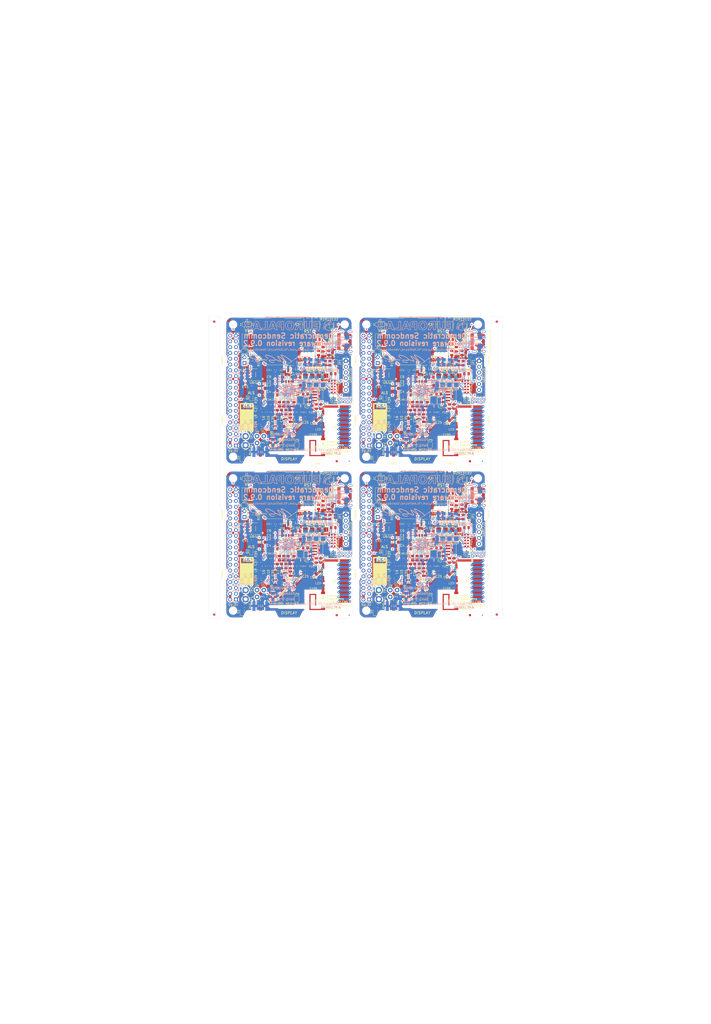
<source format=kicad_pcb>
(kicad_pcb (version 20171130) (host pcbnew 5.1.5+dfsg1-2build2)

  (general
    (thickness 1.6)
    (drawings 839)
    (tracks 5424)
    (zones 0)
    (modules 627)
    (nets 130)
  )

  (page A3 portrait)
  (title_block
    (title "Democratic Sendcomm")
    (date 2020-12-26)
    (rev 0.9.2)
    (company "Europalab Devices")
    (comment 1 "Copyright © 2020, Europalab Devices")
    (comment 2 "Fulfilling requirements of 20200210")
    (comment 3 "Pending quality assurance testing")
    (comment 4 "Release revision for manufacturing")
  )

  (layers
    (0 F.Cu signal)
    (1 In1.Cu power)
    (2 In2.Cu power)
    (31 B.Cu signal)
    (34 B.Paste user)
    (35 F.Paste user)
    (36 B.SilkS user)
    (37 F.SilkS user)
    (38 B.Mask user)
    (39 F.Mask user)
    (40 Dwgs.User user)
    (41 Cmts.User user)
    (44 Edge.Cuts user)
    (45 Margin user)
    (46 B.CrtYd user)
    (47 F.CrtYd user)
    (48 B.Fab user)
    (49 F.Fab user)
  )

  (setup
    (last_trace_width 0.127)
    (user_trace_width 0.1016)
    (user_trace_width 0.127)
    (user_trace_width 0.2)
    (user_trace_width 0.4)
    (user_trace_width 1.016)
    (user_trace_width 0.1016)
    (user_trace_width 0.127)
    (user_trace_width 0.2)
    (user_trace_width 0.4)
    (user_trace_width 1.016)
    (user_trace_width 0.1016)
    (user_trace_width 0.127)
    (user_trace_width 0.2)
    (user_trace_width 0.4)
    (user_trace_width 1.016)
    (user_trace_width 0.1016)
    (user_trace_width 0.127)
    (user_trace_width 0.2)
    (user_trace_width 0.4)
    (user_trace_width 1.016)
    (user_trace_width 0.1016)
    (user_trace_width 0.127)
    (user_trace_width 0.2)
    (user_trace_width 0.4)
    (user_trace_width 1.016)
    (user_trace_width 0.1016)
    (user_trace_width 0.127)
    (user_trace_width 0.2)
    (user_trace_width 0.4)
    (user_trace_width 1.016)
    (user_trace_width 0.1016)
    (user_trace_width 0.127)
    (user_trace_width 0.2)
    (user_trace_width 0.4)
    (user_trace_width 1.016)
    (user_trace_width 0.1016)
    (user_trace_width 0.127)
    (user_trace_width 0.2)
    (user_trace_width 0.4)
    (user_trace_width 1.016)
    (trace_clearance 0.127)
    (zone_clearance 0.508)
    (zone_45_only no)
    (trace_min 0.09)
    (via_size 0.6)
    (via_drill 0.3)
    (via_min_size 0.356)
    (via_min_drill 0.2)
    (user_via 0.356 0.2)
    (user_via 0.45 0.2)
    (user_via 0.356 0.2)
    (user_via 0.45 0.2)
    (user_via 0.356 0.2)
    (user_via 0.45 0.2)
    (user_via 0.356 0.2)
    (user_via 0.45 0.2)
    (user_via 0.356 0.2)
    (user_via 0.45 0.2)
    (user_via 0.356 0.2)
    (user_via 0.45 0.2)
    (user_via 0.356 0.2)
    (user_via 0.45 0.2)
    (user_via 0.356 0.2)
    (user_via 0.45 0.2)
    (uvia_size 0.45)
    (uvia_drill 0.1)
    (uvias_allowed no)
    (uvia_min_size 0.45)
    (uvia_min_drill 0.1)
    (edge_width 0.05)
    (segment_width 0.1)
    (pcb_text_width 0.25)
    (pcb_text_size 1 1)
    (mod_edge_width 0.15)
    (mod_text_size 1 1)
    (mod_text_width 0.15)
    (pad_size 2.55 2.55)
    (pad_drill 2.55)
    (pad_to_mask_clearance 0)
    (aux_axis_origin 0 0)
    (visible_elements 7FFFF7FF)
    (pcbplotparams
      (layerselection 0x313fc_ffffffff)
      (usegerberextensions true)
      (usegerberattributes false)
      (usegerberadvancedattributes false)
      (creategerberjobfile false)
      (excludeedgelayer true)
      (linewidth 0.150000)
      (plotframeref false)
      (viasonmask false)
      (mode 1)
      (useauxorigin false)
      (hpglpennumber 1)
      (hpglpenspeed 20)
      (hpglpendiameter 15.000000)
      (psnegative false)
      (psa4output false)
      (plotreference true)
      (plotvalue true)
      (plotinvisibletext false)
      (padsonsilk false)
      (subtractmaskfromsilk false)
      (outputformat 1)
      (mirror false)
      (drillshape 0)
      (scaleselection 1)
      (outputdirectory "fabsingle"))
  )

  (net 0 "")
  (net 1 GND)
  (net 2 "Net-(AE1-Pad1)")
  (net 3 /Sheet5F53D5B4/RFSWPWR)
  (net 4 "Net-(C8-Pad1)")
  (net 5 /Sheet5F53D5B4/POWAMP)
  (net 6 "Net-(C13-Pad1)")
  (net 7 /Sheet5F53D5B4/HFOUT)
  (net 8 +3V3)
  (net 9 "Net-(C29-Pad1)")
  (net 10 /Sheet5F53D5B4/HPOUT)
  (net 11 /Sheet5F53D5B4/HFIN)
  (net 12 /Sheet5F53D5B4/BANDSEL)
  (net 13 "Net-(BT1-Pad1)")
  (net 14 /Sheet5F53D5B4/USB_BUS)
  (net 15 "Net-(C33-Pad1)")
  (net 16 "Net-(C34-Pad1)")
  (net 17 /Sheet5F53D5B4/CMDRST)
  (net 18 "Net-(D1-Pad2)")
  (net 19 "Net-(D1-Pad1)")
  (net 20 "Net-(D2-Pad1)")
  (net 21 "Net-(D2-Pad2)")
  (net 22 /Sheet5F53D5B4/USB_P)
  (net 23 /Sheet5F53D5B4/USB_N)
  (net 24 /Sheet60040980/ID_SD)
  (net 25 /Sheet60040980/ID_SC)
  (net 26 /Sheet5F53D5B4/SWDCLK)
  (net 27 "Net-(J3-Pad7)")
  (net 28 "Net-(J3-Pad8)")
  (net 29 "Net-(J4-Pad6)")
  (net 30 /Sheet5F53D5B4/CN_VBAT)
  (net 31 /Sheet5F53D5B4/XCEIV)
  (net 32 "Net-(AE5-Pad2)")
  (net 33 "Net-(C1-Pad1)")
  (net 34 "Net-(C7-Pad1)")
  (net 35 "Net-(C14-Pad1)")
  (net 36 "Net-(C17-Pad1)")
  (net 37 "Net-(C18-Pad2)")
  (net 38 "Net-(C19-Pad2)")
  (net 39 "Net-(C23-Pad2)")
  (net 40 "Net-(C23-Pad1)")
  (net 41 "Net-(C24-Pad1)")
  (net 42 "Net-(C24-Pad2)")
  (net 43 "Net-(C29-Pad2)")
  (net 44 "Net-(C33-Pad2)")
  (net 45 "Net-(C35-Pad2)")
  (net 46 "Net-(C40-Pad1)")
  (net 47 "Net-(J2-PadB5)")
  (net 48 "Net-(J2-PadA8)")
  (net 49 "Net-(J2-PadA5)")
  (net 50 "Net-(J2-PadB8)")
  (net 51 "Net-(J3-Pad2)")
  (net 52 "Net-(J3-Pad3)")
  (net 53 "Net-(J3-Pad5)")
  (net 54 "Net-(J3-Pad10)")
  (net 55 "Net-(J3-Pad11)")
  (net 56 "Net-(J3-Pad12)")
  (net 57 "Net-(J3-Pad13)")
  (net 58 "Net-(J3-Pad15)")
  (net 59 "Net-(J3-Pad16)")
  (net 60 "Net-(J3-Pad18)")
  (net 61 "Net-(J3-Pad19)")
  (net 62 "Net-(J3-Pad21)")
  (net 63 "Net-(J3-Pad22)")
  (net 64 "Net-(J3-Pad23)")
  (net 65 "Net-(J3-Pad24)")
  (net 66 "Net-(J3-Pad26)")
  (net 67 "Net-(J3-Pad29)")
  (net 68 "Net-(J3-Pad31)")
  (net 69 "Net-(J3-Pad32)")
  (net 70 "Net-(J3-Pad33)")
  (net 71 "Net-(J3-Pad35)")
  (net 72 "Net-(J3-Pad36)")
  (net 73 "Net-(J3-Pad38)")
  (net 74 "Net-(J3-Pad40)")
  (net 75 "Net-(J4-Pad7)")
  (net 76 "Net-(J4-Pad8)")
  (net 77 "Net-(J5-Pad2)")
  (net 78 "Net-(J5-Pad3)")
  (net 79 "Net-(J5-Pad6)")
  (net 80 "Net-(J6-Pad1)")
  (net 81 "Net-(L1-Pad2)")
  (net 82 "Net-(R3-Pad1)")
  (net 83 "Net-(R4-Pad1)")
  (net 84 "Net-(R4-Pad2)")
  (net 85 "Net-(U2-Pad5)")
  (net 86 "Net-(U3-PadG1)")
  (net 87 "Net-(U3-PadH1)")
  (net 88 "Net-(U3-PadE3)")
  (net 89 "Net-(U3-PadE4)")
  (net 90 "Net-(U3-PadF4)")
  (net 91 "Net-(U3-PadC7)")
  (net 92 "Net-(U3-PadD7)")
  (net 93 "Net-(U5-Pad3)")
  (net 94 "Net-(U5-Pad4)")
  (net 95 "Net-(U8-Pad7)")
  (net 96 "Net-(U8-Pad3)")
  (net 97 "Net-(U8-Pad2)")
  (net 98 "Net-(U8-Pad1)")
  (net 99 "Net-(U9-Pad1)")
  (net 100 "Net-(U9-Pad2)")
  (net 101 "Net-(U9-Pad3)")
  (net 102 "Net-(U9-Pad7)")
  (net 103 /Sheet5F53D5B4/SWDIO)
  (net 104 "Net-(AE2-Pad1)")
  (net 105 "Net-(AE4-Pad1)")
  (net 106 "Net-(AE5-Pad1)")
  (net 107 "Net-(J6-Pad2)")
  (net 108 "Net-(J6-Pad3)")
  (net 109 "Net-(J6-Pad4)")
  (net 110 "Net-(J7-Pad1)")
  (net 111 "Net-(C95-Pad1)")
  (net 112 /TP_SCL)
  (net 113 /TP_SDA)
  (net 114 "Net-(J20-Pad6)")
  (net 115 "Net-(J20-Pad7)")
  (net 116 "Net-(J20-Pad8)")
  (net 117 "Net-(Q2-Pad2)")
  (net 118 EXT_UART_TX)
  (net 119 EXT_UART_RX)
  (net 120 USB_TST)
  (net 121 "Net-(TP13-Pad1)")
  (net 122 "Net-(C94-Pad2)")
  (net 123 /Sheet5F53D5B4/CRY_XIN-RSVD)
  (net 124 /Sheet5F53D5B4/CRY_XOUT-RSVD)
  (net 125 "Net-(C97-Pad1)")
  (net 126 "Net-(C101-Pad1)")
  (net 127 "Net-(D3-Pad2)")
  (net 128 "Net-(JP4-Pad1)")
  (net 129 "Net-(U3-PadE5)")

  (net_class Default "This is the default net class."
    (clearance 0.127)
    (trace_width 0.127)
    (via_dia 0.6)
    (via_drill 0.3)
    (uvia_dia 0.45)
    (uvia_drill 0.1)
    (add_net +3V3)
    (add_net /Sheet5F53D5B4/BANDSEL)
    (add_net /Sheet5F53D5B4/CMDRST)
    (add_net /Sheet5F53D5B4/CN_VBAT)
    (add_net /Sheet5F53D5B4/CRY_XIN-RSVD)
    (add_net /Sheet5F53D5B4/CRY_XOUT-RSVD)
    (add_net /Sheet5F53D5B4/HFIN)
    (add_net /Sheet5F53D5B4/HFOUT)
    (add_net /Sheet5F53D5B4/HPOUT)
    (add_net /Sheet5F53D5B4/POWAMP)
    (add_net /Sheet5F53D5B4/RFSWPWR)
    (add_net /Sheet5F53D5B4/SWDCLK)
    (add_net /Sheet5F53D5B4/SWDIO)
    (add_net /Sheet5F53D5B4/USB_BUS)
    (add_net /Sheet5F53D5B4/USB_N)
    (add_net /Sheet5F53D5B4/USB_P)
    (add_net /Sheet5F53D5B4/XCEIV)
    (add_net /Sheet60040980/ID_SC)
    (add_net /Sheet60040980/ID_SD)
    (add_net /TP_SCL)
    (add_net /TP_SDA)
    (add_net EXT_UART_RX)
    (add_net EXT_UART_TX)
    (add_net GND)
    (add_net "Net-(AE1-Pad1)")
    (add_net "Net-(AE2-Pad1)")
    (add_net "Net-(AE4-Pad1)")
    (add_net "Net-(AE5-Pad1)")
    (add_net "Net-(AE5-Pad2)")
    (add_net "Net-(BT1-Pad1)")
    (add_net "Net-(C1-Pad1)")
    (add_net "Net-(C101-Pad1)")
    (add_net "Net-(C13-Pad1)")
    (add_net "Net-(C14-Pad1)")
    (add_net "Net-(C17-Pad1)")
    (add_net "Net-(C18-Pad2)")
    (add_net "Net-(C19-Pad2)")
    (add_net "Net-(C23-Pad1)")
    (add_net "Net-(C23-Pad2)")
    (add_net "Net-(C24-Pad1)")
    (add_net "Net-(C24-Pad2)")
    (add_net "Net-(C29-Pad1)")
    (add_net "Net-(C29-Pad2)")
    (add_net "Net-(C33-Pad1)")
    (add_net "Net-(C33-Pad2)")
    (add_net "Net-(C34-Pad1)")
    (add_net "Net-(C35-Pad2)")
    (add_net "Net-(C40-Pad1)")
    (add_net "Net-(C7-Pad1)")
    (add_net "Net-(C8-Pad1)")
    (add_net "Net-(C94-Pad2)")
    (add_net "Net-(C95-Pad1)")
    (add_net "Net-(C97-Pad1)")
    (add_net "Net-(D1-Pad1)")
    (add_net "Net-(D1-Pad2)")
    (add_net "Net-(D2-Pad1)")
    (add_net "Net-(D2-Pad2)")
    (add_net "Net-(D3-Pad2)")
    (add_net "Net-(J2-PadA5)")
    (add_net "Net-(J2-PadA8)")
    (add_net "Net-(J2-PadB5)")
    (add_net "Net-(J2-PadB8)")
    (add_net "Net-(J20-Pad6)")
    (add_net "Net-(J20-Pad7)")
    (add_net "Net-(J20-Pad8)")
    (add_net "Net-(J3-Pad10)")
    (add_net "Net-(J3-Pad11)")
    (add_net "Net-(J3-Pad12)")
    (add_net "Net-(J3-Pad13)")
    (add_net "Net-(J3-Pad15)")
    (add_net "Net-(J3-Pad16)")
    (add_net "Net-(J3-Pad18)")
    (add_net "Net-(J3-Pad19)")
    (add_net "Net-(J3-Pad2)")
    (add_net "Net-(J3-Pad21)")
    (add_net "Net-(J3-Pad22)")
    (add_net "Net-(J3-Pad23)")
    (add_net "Net-(J3-Pad24)")
    (add_net "Net-(J3-Pad26)")
    (add_net "Net-(J3-Pad29)")
    (add_net "Net-(J3-Pad3)")
    (add_net "Net-(J3-Pad31)")
    (add_net "Net-(J3-Pad32)")
    (add_net "Net-(J3-Pad33)")
    (add_net "Net-(J3-Pad35)")
    (add_net "Net-(J3-Pad36)")
    (add_net "Net-(J3-Pad38)")
    (add_net "Net-(J3-Pad40)")
    (add_net "Net-(J3-Pad5)")
    (add_net "Net-(J3-Pad7)")
    (add_net "Net-(J3-Pad8)")
    (add_net "Net-(J4-Pad6)")
    (add_net "Net-(J4-Pad7)")
    (add_net "Net-(J4-Pad8)")
    (add_net "Net-(J5-Pad2)")
    (add_net "Net-(J5-Pad3)")
    (add_net "Net-(J5-Pad6)")
    (add_net "Net-(J6-Pad1)")
    (add_net "Net-(J6-Pad2)")
    (add_net "Net-(J6-Pad3)")
    (add_net "Net-(J6-Pad4)")
    (add_net "Net-(J7-Pad1)")
    (add_net "Net-(JP4-Pad1)")
    (add_net "Net-(L1-Pad2)")
    (add_net "Net-(Q2-Pad2)")
    (add_net "Net-(R3-Pad1)")
    (add_net "Net-(R4-Pad1)")
    (add_net "Net-(R4-Pad2)")
    (add_net "Net-(TP13-Pad1)")
    (add_net "Net-(U2-Pad5)")
    (add_net "Net-(U3-PadC7)")
    (add_net "Net-(U3-PadD7)")
    (add_net "Net-(U3-PadE3)")
    (add_net "Net-(U3-PadE4)")
    (add_net "Net-(U3-PadE5)")
    (add_net "Net-(U3-PadF4)")
    (add_net "Net-(U3-PadG1)")
    (add_net "Net-(U3-PadH1)")
    (add_net "Net-(U5-Pad3)")
    (add_net "Net-(U5-Pad4)")
    (add_net "Net-(U8-Pad1)")
    (add_net "Net-(U8-Pad2)")
    (add_net "Net-(U8-Pad3)")
    (add_net "Net-(U8-Pad7)")
    (add_net "Net-(U9-Pad1)")
    (add_net "Net-(U9-Pad2)")
    (add_net "Net-(U9-Pad3)")
    (add_net "Net-(U9-Pad7)")
    (add_net USB_TST)
  )

  (net_class Power ""
    (clearance 0.2)
    (trace_width 0.5)
    (via_dia 1)
    (via_drill 0.7)
    (uvia_dia 0.5)
    (uvia_drill 0.1)
  )

  (module Elab_HW:Hanzhi-stencilcut_instructions (layer F.Cu) (tedit 0) (tstamp 5EFC0A1E)
    (at 117 451)
    (attr virtual)
    (fp_text reference G** (at 0 0) (layer F.SilkS) hide
      (effects (font (size 1.524 1.524) (thickness 0.3)))
    )
    (fp_text value TEXT (at 0.75 0) (layer F.SilkS) hide
      (effects (font (size 1.524 1.524) (thickness 0.3)))
    )
    (fp_poly (pts (xy 40.470667 -6.858) (xy 35.052 -6.858) (xy 35.052 -7.789334) (xy 40.470667 -7.789334)
      (xy 40.470667 -6.858)) (layer F.Fab) (width 0.01))
    (fp_poly (pts (xy -14.338786 -8.293069) (xy -14.200223 -8.265117) (xy -14.147632 -8.190745) (xy -14.139334 -8.047218)
      (xy -14.139333 -8.043334) (xy -14.130085 -7.892972) (xy -14.073218 -7.817992) (xy -13.925053 -7.792186)
      (xy -13.716 -7.789334) (xy -13.292667 -7.789334) (xy -13.292667 -7.027334) (xy -13.716 -7.027334)
      (xy -13.967244 -7.020471) (xy -14.092584 -6.985449) (xy -14.135323 -6.900614) (xy -14.139333 -6.815667)
      (xy -14.151421 -6.694441) (xy -14.21531 -6.63132) (xy -14.372437 -6.607468) (xy -14.605 -6.604)
      (xy -14.871697 -6.609495) (xy -15.010564 -6.638535) (xy -15.063038 -6.709957) (xy -15.070667 -6.815667)
      (xy -15.082755 -6.936893) (xy -15.146643 -7.000014) (xy -15.303771 -7.023866) (xy -15.536333 -7.027334)
      (xy -15.803031 -7.021839) (xy -15.941897 -6.992799) (xy -15.994371 -6.921378) (xy -16.002 -6.815667)
      (xy -16.015725 -6.690045) (xy -16.085771 -6.627375) (xy -16.25544 -6.606006) (xy -16.425333 -6.604)
      (xy -16.676578 -6.610863) (xy -16.801917 -6.645886) (xy -16.844657 -6.73072) (xy -16.848667 -6.815667)
      (xy -16.862392 -6.941289) (xy -16.932437 -7.003959) (xy -17.102107 -7.025329) (xy -17.272 -7.027334)
      (xy -17.695333 -7.027334) (xy -17.695333 -7.789334) (xy -17.272 -7.789334) (xy -17.021397 -7.794883)
      (xy -16.896431 -7.829003) (xy -16.85342 -7.917902) (xy -16.848667 -8.043334) (xy -16.839418 -8.193696)
      (xy -16.782551 -8.268676) (xy -16.634386 -8.294482) (xy -16.425333 -8.297334) (xy -16.174731 -8.291785)
      (xy -16.049764 -8.257664) (xy -16.006754 -8.168765) (xy -16.002 -8.043334) (xy -15.994181 -7.898126)
      (xy -15.942936 -7.822546) (xy -15.806587 -7.793861) (xy -15.543455 -7.789334) (xy -15.536333 -7.789334)
      (xy -15.270119 -7.793599) (xy -15.131557 -7.82155) (xy -15.078966 -7.895923) (xy -15.070667 -8.03945)
      (xy -15.070667 -8.043334) (xy -15.062847 -8.188541) (xy -15.011603 -8.264121) (xy -14.875254 -8.292807)
      (xy -14.612121 -8.297334) (xy -14.605 -8.297334) (xy -14.338786 -8.293069)) (layer F.Fab) (width 0.01))
    (fp_poly (pts (xy -58.25948 -8.15403) (xy -58.091053 -8.001194) (xy -57.878105 -7.78877) (xy -57.653336 -7.551369)
      (xy -57.449444 -7.323603) (xy -57.299128 -7.140083) (xy -57.235084 -7.03542) (xy -57.234667 -7.031351)
      (xy -57.295335 -6.94461) (xy -57.444603 -6.800555) (xy -57.633362 -6.640416) (xy -57.812507 -6.505421)
      (xy -57.932931 -6.4368) (xy -57.945351 -6.434667) (xy -57.996333 -6.498121) (xy -57.996667 -6.506285)
      (xy -58.047876 -6.598658) (xy -58.185141 -6.786533) (xy -58.38392 -7.037186) (xy -58.499877 -7.177222)
      (xy -59.003088 -7.776542) (xy -58.717193 -7.994605) (xy -58.521946 -8.130124) (xy -58.377856 -8.206476)
      (xy -58.35069 -8.212667) (xy -58.25948 -8.15403)) (layer F.Fab) (width 0.01))
    (fp_poly (pts (xy 16.086667 -7.281334) (xy 17.949333 -7.281334) (xy 17.949333 -5.672667) (xy 17.102667 -5.672667)
      (xy 17.102667 -6.519334) (xy 14.308667 -6.519334) (xy 14.308667 -5.672667) (xy 13.546667 -5.672667)
      (xy 13.546667 -7.281334) (xy 15.155333 -7.281334) (xy 15.155333 -8.297334) (xy 16.086667 -8.297334)
      (xy 16.086667 -7.281334)) (layer F.Fab) (width 0.01))
    (fp_poly (pts (xy 30.395333 -7.278108) (xy 30.628167 -7.333609) (xy 30.815969 -7.386953) (xy 31.111224 -7.479757)
      (xy 31.461868 -7.594652) (xy 31.815842 -7.71427) (xy 32.121082 -7.821242) (xy 32.32553 -7.898199)
      (xy 32.3449 -7.906345) (xy 32.495129 -7.880351) (xy 32.719186 -7.708204) (xy 32.797281 -7.631319)
      (xy 33.120429 -7.300385) (xy 32.583381 -7.121721) (xy 32.249069 -7.017637) (xy 31.824914 -6.895539)
      (xy 31.385776 -6.776741) (xy 31.242 -6.739787) (xy 30.437667 -6.536517) (xy 30.437667 -5.884334)
      (xy 31.518297 -5.860629) (xy 32.598928 -5.836924) (xy 32.682464 -6.056641) (xy 32.747702 -6.309414)
      (xy 32.766 -6.491571) (xy 32.788295 -6.642034) (xy 32.875698 -6.658332) (xy 32.914167 -6.643957)
      (xy 33.100233 -6.569493) (xy 33.318806 -6.486732) (xy 33.477897 -6.415728) (xy 33.540464 -6.322101)
      (xy 33.532295 -6.14648) (xy 33.514393 -6.036441) (xy 33.437425 -5.689905) (xy 33.325849 -5.434225)
      (xy 33.155075 -5.25524) (xy 32.90051 -5.13879) (xy 32.537561 -5.070716) (xy 32.041635 -5.036859)
      (xy 31.764562 -5.028928) (xy 31.320133 -5.024979) (xy 30.905375 -5.031231) (xy 30.566963 -5.046365)
      (xy 30.353 -5.068797) (xy 30.062997 -5.137129) (xy 29.84331 -5.235137) (xy 29.684378 -5.385037)
      (xy 29.576638 -5.609042) (xy 29.51053 -5.929365) (xy 29.476494 -6.368222) (xy 29.464966 -6.947826)
      (xy 29.464472 -7.133167) (xy 29.464 -8.297334) (xy 30.395333 -8.297334) (xy 30.395333 -7.278108)) (layer F.Fab) (width 0.01))
    (fp_poly (pts (xy -6.604 -3.894667) (xy -11.345333 -3.894667) (xy -11.345333 -5.08) (xy -10.414 -5.08)
      (xy -10.414 -4.572) (xy -7.535333 -4.572) (xy -7.535333 -5.08) (xy -10.414 -5.08)
      (xy -11.345333 -5.08) (xy -11.345333 -6.265334) (xy -10.414 -6.265334) (xy -10.414 -5.672667)
      (xy -7.535333 -5.672667) (xy -7.535333 -6.265334) (xy -10.414 -6.265334) (xy -11.345333 -6.265334)
      (xy -11.345333 -7.366) (xy -10.414 -7.366) (xy -10.414 -6.858) (xy -7.535333 -6.858)
      (xy -7.535333 -7.366) (xy -10.414 -7.366) (xy -11.345333 -7.366) (xy -11.345333 -8.043334)
      (xy -6.604 -8.043334) (xy -6.604 -3.894667)) (layer F.Fab) (width 0.01))
    (fp_poly (pts (xy -25.654 -7.62) (xy -24.045333 -7.62) (xy -24.045333 -6.990889) (xy -24.049073 -6.667998)
      (xy -24.067504 -6.477126) (xy -24.111447 -6.381) (xy -24.191723 -6.342352) (xy -24.235833 -6.334722)
      (xy -24.369038 -6.280625) (xy -24.433965 -6.136065) (xy -24.452611 -5.990167) (xy -24.478889 -5.672667)
      (xy -25.066444 -5.672667) (xy -25.376287 -5.668021) (xy -25.553243 -5.6471) (xy -25.633661 -5.599428)
      (xy -25.653888 -5.514531) (xy -25.654 -5.503334) (xy -25.636848 -5.411693) (xy -25.560447 -5.360602)
      (xy -25.38738 -5.338546) (xy -25.103667 -5.334) (xy -24.553333 -5.334) (xy -24.553333 -4.741334)
      (xy -25.103667 -4.741334) (xy -25.401498 -4.736056) (xy -25.567547 -4.712548) (xy -25.639229 -4.659297)
      (xy -25.654 -4.572) (xy -25.641268 -4.491548) (xy -25.581584 -4.441557) (xy -25.442721 -4.414864)
      (xy -25.192448 -4.404307) (xy -24.892 -4.402667) (xy -24.13 -4.402667) (xy -24.13 -3.725334)
      (xy -28.109333 -3.725334) (xy -28.109333 -4.402667) (xy -27.305 -4.402667) (xy -26.931164 -4.405224)
      (xy -26.695224 -4.417304) (xy -26.565772 -4.445518) (xy -26.511395 -4.496481) (xy -26.500667 -4.572)
      (xy -26.517819 -4.663641) (xy -26.59422 -4.714733) (xy -26.767287 -4.736789) (xy -27.051 -4.741334)
      (xy -27.601333 -4.741334) (xy -27.601333 -5.334) (xy -27.051 -5.334) (xy -26.753169 -5.339278)
      (xy -26.58712 -5.362786) (xy -26.515438 -5.416038) (xy -26.500667 -5.503334) (xy -26.516787 -5.59263)
      (xy -26.589379 -5.643629) (xy -26.754792 -5.666805) (xy -27.049372 -5.672635) (xy -27.088223 -5.672667)
      (xy -27.675778 -5.672667) (xy -27.702056 -5.990167) (xy -27.741383 -6.210298) (xy -27.830944 -6.311288)
      (xy -27.918833 -6.334722) (xy -28.016447 -6.360934) (xy -28.073452 -6.429897) (xy -28.100669 -6.578882)
      (xy -28.10892 -6.845161) (xy -28.109196 -6.942667) (xy -27.347333 -6.942667) (xy -27.347333 -6.660445)
      (xy -27.332468 -6.436264) (xy -27.260981 -6.317875) (xy -27.092533 -6.27206) (xy -26.867556 -6.265334)
      (xy -26.638887 -6.273469) (xy -26.532684 -6.319465) (xy -26.502169 -6.435706) (xy -26.500667 -6.519334)
      (xy -26.491418 -6.669696) (xy -26.434551 -6.744676) (xy -26.286386 -6.770482) (xy -26.077333 -6.773334)
      (xy -25.826754 -6.767906) (xy -25.701802 -6.733824) (xy -25.658784 -6.644394) (xy -25.654 -6.514695)
      (xy -25.645582 -6.359461) (xy -25.590543 -6.28711) (xy -25.444205 -6.271774) (xy -25.251833 -6.281862)
      (xy -25.00894 -6.303962) (xy -24.887397 -6.354752) (xy -24.839491 -6.472464) (xy -24.823389 -6.625167)
      (xy -24.797112 -6.942667) (xy -27.347333 -6.942667) (xy -28.109196 -6.942667) (xy -28.109333 -6.990889)
      (xy -28.109333 -7.62) (xy -26.500667 -7.62) (xy -26.500667 -8.297334) (xy -25.654 -8.297334)
      (xy -25.654 -7.62)) (layer F.Fab) (width 0.01))
    (fp_poly (pts (xy 73.200274 -4.393828) (xy 73.416636 -4.066225) (xy 73.589368 -3.793709) (xy 73.701253 -3.604251)
      (xy 73.735071 -3.525824) (xy 73.734774 -3.525533) (xy 73.610955 -3.444145) (xy 73.421745 -3.331645)
      (xy 73.225706 -3.221357) (xy 73.0814 -3.146607) (xy 73.044392 -3.132667) (xy 72.985083 -3.200463)
      (xy 72.857262 -3.384979) (xy 72.679828 -3.657907) (xy 72.474989 -3.985549) (xy 72.27351 -4.318803)
      (xy 72.112976 -4.594709) (xy 72.009704 -4.784473) (xy 71.979937 -4.859252) (xy 72.064777 -4.910385)
      (xy 72.242835 -5.013747) (xy 72.321167 -5.058702) (xy 72.633334 -5.23733) (xy 73.200274 -4.393828)) (layer F.Fab) (width 0.01))
    (fp_poly (pts (xy -22.86 -3.132667) (xy -23.622 -3.132667) (xy -23.622 -7.450667) (xy -22.86 -7.450667)
      (xy -22.86 -3.132667)) (layer F.Fab) (width 0.01))
    (fp_poly (pts (xy 21.336 -7.069667) (xy 21.337853 -6.629645) (xy 21.352993 -6.337817) (xy 21.395792 -6.173046)
      (xy 21.480621 -6.114196) (xy 21.621853 -6.140131) (xy 21.833858 -6.229715) (xy 21.889836 -6.255145)
      (xy 22.176654 -6.428717) (xy 22.432293 -6.658125) (xy 22.61689 -6.900394) (xy 22.690585 -7.112553)
      (xy 22.690667 -7.118497) (xy 22.670274 -7.209685) (xy 22.583533 -7.258962) (xy 22.392102 -7.278617)
      (xy 22.182667 -7.281334) (xy 21.674667 -7.281334) (xy 21.674667 -8.043334) (xy 25.569333 -8.043334)
      (xy 25.569333 -7.605769) (xy 25.553428 -7.271048) (xy 25.512533 -6.877347) (xy 25.475835 -6.631301)
      (xy 25.376431 -6.231027) (xy 25.223962 -5.970333) (xy 24.986908 -5.823027) (xy 24.633748 -5.762917)
      (xy 24.424094 -5.757334) (xy 24.131955 -5.762827) (xy 23.966163 -5.789335) (xy 23.883838 -5.851902)
      (xy 23.843206 -5.961135) (xy 23.781486 -6.178382) (xy 23.740303 -6.299802) (xy 23.736211 -6.380335)
      (xy 23.826355 -6.421164) (xy 24.044184 -6.4343) (xy 24.115945 -6.434667) (xy 24.369268 -6.447713)
      (xy 24.544441 -6.481024) (xy 24.587576 -6.506243) (xy 24.627762 -6.629118) (xy 24.674343 -6.849006)
      (xy 24.68806 -6.929576) (xy 24.744309 -7.281334) (xy 23.635132 -7.281334) (xy 23.535048 -6.963834)
      (xy 23.292524 -6.429631) (xy 22.929592 -6.007664) (xy 22.541347 -5.73624) (xy 22.055667 -5.461)
      (xy 23.727833 -5.438044) (xy 25.4 -5.415087) (xy 25.4 -3.132667) (xy 21.844 -3.132667)
      (xy 21.844 -4.28684) (xy 21.841435 -4.741334) (xy 22.690667 -4.741334) (xy 22.690667 -3.894667)
      (xy 24.468667 -3.894667) (xy 24.468667 -4.741334) (xy 22.690667 -4.741334) (xy 21.841435 -4.741334)
      (xy 21.841305 -4.764191) (xy 21.830458 -5.10611) (xy 21.807313 -5.346451) (xy 21.767726 -5.519068)
      (xy 21.70755 -5.657814) (xy 21.667761 -5.726174) (xy 21.537783 -5.90756) (xy 21.432697 -6.005658)
      (xy 21.413761 -6.011334) (xy 21.385891 -5.931217) (xy 21.362683 -5.709011) (xy 21.345809 -5.371935)
      (xy 21.336938 -4.947207) (xy 21.336 -4.744511) (xy 21.336 -3.477688) (xy 20.552833 -3.453344)
      (xy 20.184698 -3.439306) (xy 19.952709 -3.419135) (xy 19.823701 -3.384036) (xy 19.764508 -3.325214)
      (xy 19.742611 -3.2385) (xy 19.702341 -3.118676) (xy 19.594708 -3.062808) (xy 19.371558 -3.048088)
      (xy 19.340445 -3.048) (xy 18.965333 -3.048) (xy 18.965333 -4.233334) (xy 19.719596 -4.233334)
      (xy 20.574 -4.233334) (xy 20.574 -5.427945) (xy 20.171833 -5.402139) (xy 19.769667 -5.376334)
      (xy 19.744631 -4.804834) (xy 19.719596 -4.233334) (xy 18.965333 -4.233334) (xy 18.965333 -6.180667)
      (xy 19.719253 -6.180667) (xy 20.574 -6.180667) (xy 20.574 -7.290612) (xy 20.171833 -7.264806)
      (xy 19.769667 -7.239) (xy 19.74446 -6.709834) (xy 19.719253 -6.180667) (xy 18.965333 -6.180667)
      (xy 18.965333 -8.043334) (xy 21.336 -8.043334) (xy 21.336 -7.069667)) (layer F.Fab) (width 0.01))
    (fp_poly (pts (xy -50.065946 -8.195718) (xy -49.87415 -8.138141) (xy -49.740915 -8.08988) (xy -49.355388 -7.942646)
      (xy -49.908361 -6.883235) (xy -50.106594 -6.502365) (xy -50.273352 -6.179901) (xy -50.394616 -5.943112)
      (xy -50.45637 -5.819263) (xy -50.461333 -5.80758) (xy -50.387282 -5.805561) (xy -50.20481 -5.821452)
      (xy -50.161805 -5.826304) (xy -49.956244 -5.875241) (xy -49.814145 -5.993707) (xy -49.685731 -6.21147)
      (xy -49.575227 -6.425988) (xy -49.49827 -6.566792) (xy -49.481713 -6.592492) (xy -49.401737 -6.572276)
      (xy -49.241455 -6.488566) (xy -49.05828 -6.376392) (xy -48.909625 -6.270785) (xy -48.852667 -6.208686)
      (xy -48.894649 -6.101901) (xy -49.005832 -5.890353) (xy -49.164066 -5.61186) (xy -49.347202 -5.304239)
      (xy -49.533094 -5.00531) (xy -49.699593 -4.752888) (xy -49.734343 -4.703237) (xy -49.887284 -4.479508)
      (xy -49.985864 -4.318376) (xy -50.008407 -4.260185) (xy -49.920031 -4.265193) (xy -49.733551 -4.308467)
      (xy -49.694285 -4.319448) (xy -49.391839 -4.393899) (xy -49.21466 -4.392412) (xy -49.130461 -4.301102)
      (xy -49.106954 -4.106082) (xy -49.106667 -4.066722) (xy -49.106667 -3.730777) (xy -49.8475 -3.510778)
      (xy -50.222093 -3.396616) (xy -50.573401 -3.284511) (xy -50.841757 -3.193657) (xy -50.902982 -3.171216)
      (xy -51.217631 -3.051653) (xy -51.318172 -3.387231) (xy -51.373787 -3.608349) (xy -51.357408 -3.739868)
      (xy -51.254128 -3.851609) (xy -51.211775 -3.885586) (xy -51.06081 -4.035468) (xy -50.858687 -4.276353)
      (xy -50.647481 -4.557892) (xy -50.634212 -4.576725) (xy -50.263588 -5.105087) (xy -50.771392 -5.047636)
      (xy -51.279197 -4.990184) (xy -51.39012 -5.326282) (xy -51.452367 -5.550302) (xy -51.437648 -5.701667)
      (xy -51.329532 -5.865202) (xy -51.272371 -5.93414) (xy -51.042582 -6.263536) (xy -50.789786 -6.724436)
      (xy -50.531094 -7.283835) (xy -50.376539 -7.662334) (xy -50.270908 -7.92889) (xy -50.18969 -8.124843)
      (xy -50.152647 -8.203724) (xy -50.065946 -8.195718)) (layer F.Fab) (width 0.01))
    (fp_poly (pts (xy -34.29 -7.154334) (xy -34.283296 -6.789404) (xy -34.265167 -6.497069) (xy -34.238588 -6.312301)
      (xy -34.21439 -6.265334) (xy -34.100409 -6.281497) (xy -33.866712 -6.324316) (xy -33.559226 -6.38528)
      (xy -33.488162 -6.399884) (xy -33.175723 -6.45739) (xy -32.931274 -6.489096) (xy -32.798287 -6.489729)
      (xy -32.787934 -6.484823) (xy -32.755437 -6.376229) (xy -32.734074 -6.164472) (xy -32.730994 -6.080344)
      (xy -32.724773 -5.935581) (xy -32.730361 -5.834364) (xy -32.773536 -5.76289) (xy -32.880078 -5.707357)
      (xy -33.075764 -5.65396) (xy -33.386372 -5.588898) (xy -33.805797 -5.504844) (xy -34.295261 -5.40557)
      (xy -34.247667 -3.429) (xy -33.570333 -3.429) (xy -33.54449 -3.880764) (xy -33.522016 -4.14098)
      (xy -33.483818 -4.26532) (xy -33.4155 -4.287238) (xy -33.375157 -4.274271) (xy -33.187979 -4.201771)
      (xy -32.998833 -4.131725) (xy -32.831848 -4.010981) (xy -32.763574 -3.794264) (xy -32.791345 -3.463923)
      (xy -32.856637 -3.19067) (xy -32.960653 -2.89803) (xy -33.101205 -2.707444) (xy -33.312884 -2.598948)
      (xy -33.630284 -2.552578) (xy -33.9725 -2.546685) (xy -34.309941 -2.5548) (xy -34.587445 -2.570435)
      (xy -34.757025 -2.590615) (xy -34.778615 -2.596667) (xy -34.925538 -2.711345) (xy -35.030594 -2.930709)
      (xy -35.097804 -3.271987) (xy -35.13119 -3.752407) (xy -35.136667 -4.130352) (xy -35.140369 -4.526085)
      (xy -35.150445 -4.85678) (xy -35.165348 -5.087495) (xy -35.183239 -5.183017) (xy -35.288203 -5.196367)
      (xy -35.4888 -5.170396) (xy -35.540695 -5.159473) (xy -35.746892 -5.119723) (xy -35.866036 -5.109581)
      (xy -35.874759 -5.112537) (xy -35.898987 -5.202543) (xy -35.933744 -5.403856) (xy -35.950913 -5.522207)
      (xy -35.977419 -5.758891) (xy -35.95334 -5.879737) (xy -35.85153 -5.936609) (xy -35.718444 -5.966337)
      (xy -35.471057 -6.01574) (xy -35.30577 -6.066166) (xy -35.206121 -6.148995) (xy -35.155651 -6.295606)
      (xy -35.137896 -6.53738) (xy -35.136397 -6.905695) (xy -35.136667 -7.075373) (xy -35.136667 -8.043334)
      (xy -34.29 -8.043334) (xy -34.29 -7.154334)) (layer F.Fab) (width 0.01))
    (fp_poly (pts (xy -54.510954 -7.62) (xy -54.544442 -7.027334) (xy -52.337925 -7.027334) (xy -52.378698 -6.0325)
      (xy -52.416324 -5.26027) (xy -52.461875 -4.569166) (xy -52.513562 -3.977179) (xy -52.569594 -3.502301)
      (xy -52.62818 -3.162523) (xy -52.681775 -2.986771) (xy -52.871259 -2.71172) (xy -53.139625 -2.528468)
      (xy -53.516228 -2.422712) (xy -53.918664 -2.384133) (xy -54.570563 -2.354528) (xy -54.678829 -2.722431)
      (xy -54.754617 -2.969718) (xy -54.816787 -3.155212) (xy -54.832258 -3.195134) (xy -54.812587 -3.251117)
      (xy -54.67725 -3.279293) (xy -54.40362 -3.283146) (xy -54.282813 -3.279801) (xy -53.974216 -3.281526)
      (xy -53.729998 -3.305225) (xy -53.601625 -3.34581) (xy -53.600027 -3.347309) (xy -53.513931 -3.520039)
      (xy -53.440349 -3.845175) (xy -53.381719 -4.306089) (xy -53.340476 -4.886154) (xy -53.327413 -5.207)
      (xy -53.297667 -6.138334) (xy -54.591435 -6.187456) (xy -54.68869 -5.612562) (xy -54.902655 -4.6868)
      (xy -55.213804 -3.879129) (xy -55.254456 -3.796092) (xy -55.392856 -3.567139) (xy -55.592945 -3.293588)
      (xy -55.82624 -3.007798) (xy -56.064255 -2.742127) (xy -56.278505 -2.528933) (xy -56.440505 -2.400574)
      (xy -56.502953 -2.377834) (xy -56.610979 -2.441865) (xy -56.776002 -2.596403) (xy -56.867296 -2.697281)
      (xy -57.134925 -3.009562) (xy -56.814636 -3.278461) (xy -56.371615 -3.754067) (xy -56.008442 -4.360427)
      (xy -55.73712 -5.073147) (xy -55.581537 -5.784355) (xy -55.522107 -6.180667) (xy -56.896 -6.180667)
      (xy -56.896 -7.027334) (xy -55.456667 -7.027334) (xy -55.456667 -8.212667) (xy -54.477465 -8.212667)
      (xy -54.510954 -7.62)) (layer F.Fab) (width 0.01))
    (fp_poly (pts (xy 35.516899 -4.376235) (xy 35.699478 -4.328746) (xy 35.926856 -4.257286) (xy 36.142462 -4.180391)
      (xy 36.289724 -4.116602) (xy 36.322 -4.090771) (xy 36.279129 -3.932957) (xy 36.163182 -3.678127)
      (xy 35.993159 -3.357236) (xy 35.788056 -3.001236) (xy 35.566875 -2.641084) (xy 35.348612 -2.307733)
      (xy 35.152268 -2.032137) (xy 34.99684 -1.845251) (xy 34.902496 -1.778) (xy 34.799032 -1.821378)
      (xy 34.610433 -1.931468) (xy 34.500154 -2.00272) (xy 34.296204 -2.139526) (xy 34.159545 -2.232823)
      (xy 34.1314 -2.253042) (xy 34.166004 -2.324119) (xy 34.287484 -2.484342) (xy 34.451788 -2.678523)
      (xy 34.664697 -2.957717) (xy 34.896145 -3.318936) (xy 35.098996 -3.688128) (xy 35.114313 -3.719368)
      (xy 35.256984 -4.013681) (xy 35.367892 -4.24216) (xy 35.429207 -4.368083) (xy 35.435694 -4.381213)
      (xy 35.516899 -4.376235)) (layer F.Fab) (width 0.01))
    (fp_poly (pts (xy 39.965597 -4.358522) (xy 40.058526 -4.254274) (xy 40.20843 -4.036472) (xy 40.393568 -3.741487)
      (xy 40.592196 -3.40569) (xy 40.782574 -3.065451) (xy 40.942958 -2.757142) (xy 41.017136 -2.599478)
      (xy 41.23409 -2.108621) (xy 40.915878 -1.976442) (xy 40.670334 -1.870137) (xy 40.470578 -1.776522)
      (xy 40.44323 -1.762464) (xy 40.315346 -1.731263) (xy 40.247403 -1.840315) (xy 40.24073 -1.864459)
      (xy 40.169548 -2.059965) (xy 40.037957 -2.358995) (xy 39.86776 -2.717034) (xy 39.68076 -3.089569)
      (xy 39.498759 -3.432084) (xy 39.34356 -3.700066) (xy 39.334877 -3.713912) (xy 39.111338 -4.06802)
      (xy 39.502318 -4.235613) (xy 39.74065 -4.323886) (xy 39.915835 -4.363541) (xy 39.965597 -4.358522)) (layer F.Fab) (width 0.01))
    (fp_poly (pts (xy -49.096264 -3.068802) (xy -49.04637 -2.947199) (xy -49.008779 -2.739788) (xy -49.007729 -2.729809)
      (xy -48.979667 -2.453951) (xy -50.056501 -1.946643) (xy -50.449943 -1.763618) (xy -50.789691 -1.609957)
      (xy -51.045994 -1.498784) (xy -51.1891 -1.443226) (xy -51.206403 -1.439334) (xy -51.267073 -1.513818)
      (xy -51.336313 -1.70222) (xy -51.365068 -1.813391) (xy -51.450664 -2.187448) (xy -50.3037 -2.659692)
      (xy -49.895147 -2.822217) (xy -49.542357 -2.951817) (xy -49.274401 -3.038642) (xy -49.120352 -3.07284)
      (xy -49.096264 -3.068802)) (layer F.Fab) (width 0.01))
    (fp_poly (pts (xy -39.878 -6.011334) (xy -37.168667 -6.011334) (xy -37.168667 -5.08) (xy -39.878 -5.08)
      (xy -39.878 -2.286) (xy -36.576 -2.286) (xy -36.576 -1.354667) (xy -43.603333 -1.354667)
      (xy -43.603333 -2.286) (xy -40.894 -2.286) (xy -40.894 -8.212667) (xy -39.878 -8.212667)
      (xy -39.878 -6.011334)) (layer F.Fab) (width 0.01))
    (fp_poly (pts (xy -61.956983 -6.984557) (xy -61.933667 -5.67178) (xy -60.689941 -6.607682) (xy -60.365366 -6.246008)
      (xy -60.040792 -5.884334) (xy -60.225229 -5.736156) (xy -60.377666 -5.635292) (xy -60.639508 -5.483109)
      (xy -60.968501 -5.303607) (xy -61.194101 -5.185823) (xy -61.978535 -4.783667) (xy -61.956101 -3.429)
      (xy -61.933667 -2.074334) (xy -61.391043 -2.048778) (xy -61.077484 -2.041799) (xy -60.880325 -2.077947)
      (xy -60.766798 -2.188781) (xy -60.704136 -2.405858) (xy -60.660464 -2.752396) (xy -60.605404 -3.266542)
      (xy -60.232435 -3.093771) (xy -60.00404 -2.974039) (xy -59.893893 -2.860504) (xy -59.860594 -2.702915)
      (xy -59.8594 -2.640993) (xy -59.900382 -2.227756) (xy -60.010093 -1.825635) (xy -60.168398 -1.49934)
      (xy -60.245817 -1.399085) (xy -60.340707 -1.306326) (xy -60.443696 -1.245301) (xy -60.590291 -1.209516)
      (xy -60.816001 -1.192475) (xy -61.156333 -1.187686) (xy -61.400457 -1.187908) (xy -61.799994 -1.196717)
      (xy -62.14771 -1.218608) (xy -62.402154 -1.250107) (xy -62.5131 -1.281222) (xy -62.609244 -1.346676)
      (xy -62.688427 -1.431367) (xy -62.75228 -1.551187) (xy -62.802438 -1.722028) (xy -62.84053 -1.959784)
      (xy -62.868191 -2.280346) (xy -62.887051 -2.699608) (xy -62.898745 -3.23346) (xy -62.904902 -3.897797)
      (xy -62.907157 -4.70851) (xy -62.907333 -5.119614) (xy -62.907333 -8.297334) (xy -61.9803 -8.297334)
      (xy -61.956983 -6.984557)) (layer F.Fab) (width 0.01))
    (fp_poly (pts (xy -70.1675 -5.994592) (xy -69.723 -5.969) (xy -69.698272 -5.312834) (xy -69.673544 -4.656667)
      (xy -68.156667 -4.656667) (xy -68.156667 -3.81) (xy -69.680667 -3.81) (xy -69.680667 -2.032)
      (xy -67.902667 -2.032) (xy -67.902667 -1.185334) (xy -72.474667 -1.185334) (xy -72.474667 -2.032)
      (xy -70.612 -2.032) (xy -70.612 -3.81) (xy -72.220667 -3.81) (xy -72.220667 -4.656667)
      (xy -70.612 -4.656667) (xy -70.612 -6.020183) (xy -70.1675 -5.994592)) (layer F.Fab) (width 0.01))
    (fp_poly (pts (xy 69.882914 -8.251756) (xy 70.13549 -8.212473) (xy 70.30925 -8.175542) (xy 70.352867 -8.158838)
      (xy 70.357695 -8.106573) (xy 70.326092 -7.97383) (xy 70.251304 -7.738534) (xy 70.12658 -7.378606)
      (xy 70.03914 -7.133167) (xy 70.06625 -7.074758) (xy 70.213532 -7.041) (xy 70.502433 -7.027867)
      (xy 70.602941 -7.027334) (xy 71.204667 -7.027334) (xy 71.204667 -6.42967) (xy 71.213957 -6.099002)
      (xy 71.24344 -5.923135) (xy 71.295532 -5.888471) (xy 71.300361 -5.891149) (xy 71.38858 -6.002245)
      (xy 71.518819 -6.234499) (xy 71.673961 -6.550398) (xy 71.836891 -6.912427) (xy 71.990493 -7.283074)
      (xy 72.117651 -7.624825) (xy 72.178846 -7.816576) (xy 72.281545 -8.115183) (xy 72.373918 -8.255644)
      (xy 72.434095 -8.26604) (xy 72.590552 -8.221674) (xy 72.821815 -8.171185) (xy 72.848936 -8.16601)
      (xy 73.020122 -8.118579) (xy 73.10264 -8.034834) (xy 73.102489 -7.880181) (xy 73.025668 -7.620023)
      (xy 72.970269 -7.466322) (xy 72.913974 -7.283973) (xy 72.898 -7.191155) (xy 72.977858 -7.160207)
      (xy 73.198289 -7.135287) (xy 73.530577 -7.118517) (xy 73.946006 -7.112018) (xy 73.969692 -7.112)
      (xy 75.041385 -7.112) (xy 74.983841 -5.355167) (xy 74.949561 -4.435395) (xy 74.910513 -3.66938)
      (xy 74.863943 -3.041557) (xy 74.807096 -2.536362) (xy 74.73722 -2.138229) (xy 74.65156 -1.831594)
      (xy 74.547363 -1.600893) (xy 74.421873 -1.43056) (xy 74.272337 -1.305032) (xy 74.266539 -1.301196)
      (xy 74.07328 -1.221241) (xy 73.791391 -1.15933) (xy 73.465385 -1.11829) (xy 73.139774 -1.10095)
      (xy 72.859073 -1.11014) (xy 72.667795 -1.148688) (xy 72.610512 -1.195956) (xy 72.56096 -1.35286)
      (xy 72.489012 -1.578606) (xy 72.482123 -1.600135) (xy 72.421148 -1.798109) (xy 72.390765 -1.911422)
      (xy 72.39 -1.917635) (xy 72.467647 -1.932212) (xy 72.672526 -1.943201) (xy 72.962541 -1.948476)
      (xy 73.003833 -1.94863) (xy 73.373376 -1.956606) (xy 73.612697 -1.989242) (xy 73.760683 -2.062436)
      (xy 73.856218 -2.192089) (xy 73.910596 -2.319381) (xy 73.954984 -2.509932) (xy 74.002372 -2.841624)
      (xy 74.050262 -3.286355) (xy 74.096157 -3.816022) (xy 74.137558 -4.402521) (xy 74.171968 -5.017751)
      (xy 74.191722 -5.482167) (xy 74.22015 -6.265334) (xy 72.503612 -6.265334) (xy 72.315126 -5.863167)
      (xy 72.173428 -5.585237) (xy 72.029356 -5.339706) (xy 71.972133 -5.256374) (xy 71.817627 -5.051747)
      (xy 71.584395 -5.235207) (xy 71.408334 -5.358619) (xy 71.286253 -5.417779) (xy 71.277915 -5.418667)
      (xy 71.256162 -5.338126) (xy 71.236977 -5.112993) (xy 71.221381 -4.768002) (xy 71.210391 -4.327886)
      (xy 71.205028 -3.817381) (xy 71.204667 -3.640667) (xy 71.204667 -1.862667) (xy 69.172667 -1.862667)
      (xy 69.172667 -1.27) (xy 68.326 -1.27) (xy 68.326 -4.148667) (xy 69.172667 -4.148667)
      (xy 69.172667 -2.624667) (xy 70.442667 -2.624667) (xy 70.442667 -4.148667) (xy 69.172667 -4.148667)
      (xy 68.326 -4.148667) (xy 68.326 -6.265334) (xy 69.172667 -6.265334) (xy 69.172667 -4.910667)
      (xy 70.442667 -4.910667) (xy 70.442667 -6.265334) (xy 69.172667 -6.265334) (xy 68.326 -6.265334)
      (xy 68.326 -7.027334) (xy 68.751429 -7.027334) (xy 68.993661 -7.040819) (xy 69.15593 -7.101484)
      (xy 69.261115 -7.239643) (xy 69.332096 -7.485609) (xy 69.391753 -7.869698) (xy 69.392725 -7.877015)
      (xy 69.450161 -8.309992) (xy 69.882914 -8.251756)) (layer F.Fab) (width 0.01))
    (fp_poly (pts (xy 59.152507 -3.483409) (xy 59.484493 -3.299273) (xy 59.746267 -3.015688) (xy 59.907392 -2.64233)
      (xy 59.944 -2.328334) (xy 59.870624 -1.906379) (xy 59.671099 -1.553757) (xy 59.37633 -1.288598)
      (xy 59.017223 -1.129031) (xy 58.624683 -1.093185) (xy 58.229614 -1.199188) (xy 58.120043 -1.258404)
      (xy 57.803276 -1.541149) (xy 57.601375 -1.908457) (xy 57.523656 -2.317842) (xy 57.525086 -2.328334)
      (xy 58.047467 -2.328334) (xy 58.117013 -2.007932) (xy 58.299386 -1.771124) (xy 58.555182 -1.63499)
      (xy 58.845001 -1.61661) (xy 59.129442 -1.733067) (xy 59.228182 -1.816485) (xy 59.400539 -2.089298)
      (xy 59.436379 -2.388215) (xy 59.352126 -2.672226) (xy 59.164204 -2.900323) (xy 58.889039 -3.031495)
      (xy 58.73494 -3.048) (xy 58.425729 -2.971583) (xy 58.189315 -2.766838) (xy 58.060812 -2.470525)
      (xy 58.047467 -2.328334) (xy 57.525086 -2.328334) (xy 57.579434 -2.726817) (xy 57.731199 -3.031895)
      (xy 58.039655 -3.342337) (xy 58.39965 -3.514619) (xy 58.780747 -3.558416) (xy 59.152507 -3.483409)) (layer F.Fab) (width 0.01))
    (fp_poly (pts (xy 49.191333 -6.773334) (xy 47.921333 -6.773334) (xy 47.921333 -4.323512) (xy 47.918599 -3.682957)
      (xy 47.910869 -3.090781) (xy 47.898854 -2.570363) (xy 47.883264 -2.145077) (xy 47.864809 -1.8383)
      (xy 47.844199 -1.673408) (xy 47.840446 -1.66094) (xy 47.701206 -1.432291) (xy 47.47028 -1.272749)
      (xy 47.123638 -1.171763) (xy 46.637251 -1.118779) (xy 46.601363 -1.116805) (xy 46.251452 -1.102155)
      (xy 46.034665 -1.106977) (xy 45.915352 -1.136973) (xy 45.857864 -1.19785) (xy 45.842208 -1.238289)
      (xy 45.774211 -1.425039) (xy 45.677418 -1.661337) (xy 45.671486 -1.67504) (xy 45.591509 -1.868172)
      (xy 45.551667 -1.982183) (xy 45.550667 -1.989116) (xy 45.628735 -2.008369) (xy 45.836641 -2.028217)
      (xy 46.134938 -2.045236) (xy 46.249167 -2.049743) (xy 46.947667 -2.074334) (xy 46.970172 -4.423834)
      (xy 46.992678 -6.773334) (xy 44.958 -6.773334) (xy 44.958 -7.704667) (xy 49.191333 -7.704667)
      (xy 49.191333 -6.773334)) (layer F.Fab) (width 0.01))
    (fp_poly (pts (xy 43.942 -6.858) (xy 44.788667 -6.858) (xy 44.788667 -6.011334) (xy 43.942 -6.011334)
      (xy 43.942 -4.804834) (xy 44.186122 -4.853658) (xy 44.455108 -4.911576) (xy 44.651789 -4.958087)
      (xy 44.799006 -4.980175) (xy 44.863978 -4.918229) (xy 44.885031 -4.731362) (xy 44.886033 -4.708179)
      (xy 44.896813 -4.475577) (xy 44.906333 -4.311832) (xy 44.9072 -4.300693) (xy 44.836395 -4.227624)
      (xy 44.643219 -4.142843) (xy 44.428833 -4.079901) (xy 43.942 -3.961082) (xy 43.942 -2.873525)
      (xy 43.934679 -2.423729) (xy 43.914521 -2.032795) (xy 43.884232 -1.737976) (xy 43.847997 -1.579654)
      (xy 43.672598 -1.364005) (xy 43.366167 -1.215894) (xy 42.914347 -1.128567) (xy 42.881811 -1.125062)
      (xy 42.456622 -1.080963) (xy 42.318095 -1.514148) (xy 42.179568 -1.947334) (xy 43.010667 -1.947334)
      (xy 43.010667 -3.659512) (xy 42.708321 -3.602792) (xy 42.47781 -3.554258) (xy 42.314501 -3.510691)
      (xy 42.30311 -3.506599) (xy 42.232262 -3.558862) (xy 42.145748 -3.723191) (xy 42.064111 -3.946238)
      (xy 42.007895 -4.174651) (xy 41.994667 -4.307646) (xy 42.070454 -4.361385) (xy 42.267701 -4.429267)
      (xy 42.502667 -4.487334) (xy 43.010667 -4.595139) (xy 43.010667 -6.011334) (xy 42.079333 -6.011334)
      (xy 42.079333 -6.858) (xy 43.010667 -6.858) (xy 43.010667 -8.297334) (xy 43.942 -8.297334)
      (xy 43.942 -6.858)) (layer F.Fab) (width 0.01))
    (fp_poly (pts (xy 23.523061 -2.1876) (xy 23.637637 -1.775011) (xy 23.694371 -1.496351) (xy 23.696323 -1.327546)
      (xy 23.646551 -1.244522) (xy 23.643167 -1.24243) (xy 23.525364 -1.205784) (xy 23.310581 -1.160959)
      (xy 23.240702 -1.148851) (xy 22.901737 -1.092835) (xy 22.703887 -1.865213) (xy 22.621163 -2.202055)
      (xy 22.561879 -2.470826) (xy 22.53393 -2.63414) (xy 22.534851 -2.665543) (xy 22.628359 -2.693521)
      (xy 22.832109 -2.732319) (xy 22.951293 -2.75118) (xy 23.338919 -2.808866) (xy 23.523061 -2.1876)) (layer F.Fab) (width 0.01))
    (fp_poly (pts (xy 54.821667 -1.905) (xy 55.425099 -1.880335) (xy 55.74006 -1.871862) (xy 55.943947 -1.897415)
      (xy 56.065207 -1.986855) (xy 56.132283 -2.170043) (xy 56.173622 -2.476838) (xy 56.193641 -2.687124)
      (xy 56.223273 -2.961242) (xy 56.251686 -3.152785) (xy 56.270978 -3.217334) (xy 56.3565 -3.183661)
      (xy 56.542874 -3.097986) (xy 56.666363 -3.03876) (xy 57.033923 -2.860185) (xy 56.95943 -2.304192)
      (xy 56.859444 -1.794242) (xy 56.713461 -1.435032) (xy 56.515324 -1.212718) (xy 56.458274 -1.177631)
      (xy 56.2688 -1.122704) (xy 55.961548 -1.081014) (xy 55.587723 -1.054937) (xy 55.198534 -1.046853)
      (xy 54.845185 -1.05914) (xy 54.59327 -1.091008) (xy 54.418834 -1.134556) (xy 54.273925 -1.194722)
      (xy 54.155812 -1.286443) (xy 54.061766 -1.424652) (xy 53.989058 -1.624286) (xy 53.934958 -1.900278)
      (xy 53.896737 -2.267564) (xy 53.871665 -2.741079) (xy 53.857012 -3.335758) (xy 53.850049 -4.066537)
      (xy 53.848046 -4.948349) (xy 53.848 -5.168835) (xy 53.848 -8.128) (xy 54.777247 -8.128)
      (xy 54.821667 -1.905)) (layer F.Fab) (width 0.01))
    (fp_poly (pts (xy 52.091638 -7.872654) (xy 52.510216 -7.866901) (xy 52.813678 -7.854174) (xy 53.029128 -7.831904)
      (xy 53.183669 -7.797524) (xy 53.304405 -7.748464) (xy 53.394025 -7.697441) (xy 53.679703 -7.520882)
      (xy 53.532215 -7.271204) (xy 53.416082 -7.104157) (xy 53.218191 -6.849002) (xy 52.969134 -6.544326)
      (xy 52.769696 -6.309459) (xy 52.457969 -5.928439) (xy 52.251371 -5.630889) (xy 52.158903 -5.430185)
      (xy 52.154667 -5.395436) (xy 52.154667 -5.19348) (xy 52.832258 -5.291705) (xy 53.151908 -5.332491)
      (xy 53.401787 -5.353964) (xy 53.539266 -5.352798) (xy 53.551924 -5.347854) (xy 53.577873 -5.244527)
      (xy 53.592678 -5.035627) (xy 53.594 -4.944595) (xy 53.586678 -4.745785) (xy 53.542594 -4.619119)
      (xy 53.428573 -4.54146) (xy 53.211439 -4.489671) (xy 52.874333 -4.442706) (xy 52.603091 -4.410051)
      (xy 52.40984 -4.375467) (xy 52.28143 -4.313024) (xy 52.204709 -4.196789) (xy 52.166528 -4.000829)
      (xy 52.153736 -3.699211) (xy 52.15318 -3.266005) (xy 52.153418 -3.021128) (xy 52.147023 -2.416153)
      (xy 52.120317 -1.957903) (xy 52.060026 -1.623918) (xy 51.952875 -1.391737) (xy 51.785589 -1.238899)
      (xy 51.544892 -1.142942) (xy 51.21751 -1.081406) (xy 50.9905 -1.053512) (xy 50.702519 -1.024924)
      (xy 50.543991 -1.027188) (xy 50.47645 -1.06929) (xy 50.461434 -1.160214) (xy 50.461333 -1.177117)
      (xy 50.42891 -1.378329) (xy 50.34974 -1.626441) (xy 50.338653 -1.65372) (xy 50.215974 -1.947334)
      (xy 51.308 -1.947334) (xy 51.308 -3.048) (xy 51.303663 -3.526225) (xy 51.289423 -3.854413)
      (xy 51.263435 -4.051671) (xy 51.223855 -4.137102) (xy 51.202167 -4.144213) (xy 51.070906 -4.127827)
      (xy 50.824254 -4.088841) (xy 50.513343 -4.035376) (xy 50.484097 -4.030157) (xy 50.161187 -3.973198)
      (xy 49.96644 -3.962712) (xy 49.859978 -4.024307) (xy 49.80192 -4.183593) (xy 49.752388 -4.466177)
      (xy 49.746049 -4.504099) (xy 49.723351 -4.641736) (xy 49.727107 -4.737721) (xy 49.783011 -4.803979)
      (xy 49.916758 -4.852436) (xy 50.154041 -4.895018) (xy 50.520554 -4.94365) (xy 50.757667 -4.973627)
      (xy 51.265667 -5.038153) (xy 51.290702 -5.60941) (xy 51.316258 -5.939264) (xy 51.360563 -6.122326)
      (xy 51.429049 -6.180616) (xy 51.431673 -6.180667) (xy 51.544802 -6.240336) (xy 51.723594 -6.395709)
      (xy 51.901796 -6.582834) (xy 52.255982 -6.985) (xy 51.104658 -7.008556) (xy 49.953333 -7.032112)
      (xy 49.953333 -7.874) (xy 51.53084 -7.874) (xy 52.091638 -7.872654)) (layer F.Fab) (width 0.01))
    (fp_poly (pts (xy 41.232667 -4.995334) (xy 38.269333 -4.995334) (xy 38.269333 -3.392179) (xy 38.265161 -2.874067)
      (xy 38.25356 -2.402431) (xy 38.235906 -2.008129) (xy 38.213573 -1.72202) (xy 38.188446 -1.576274)
      (xy 38.052531 -1.352763) (xy 37.826428 -1.196259) (xy 37.485241 -1.095697) (xy 37.004074 -1.040014)
      (xy 36.978033 -1.038342) (xy 36.278156 -0.994679) (xy 36.169198 -1.365173) (xy 36.093504 -1.612445)
      (xy 36.031652 -1.79732) (xy 36.015953 -1.837834) (xy 36.04602 -1.894945) (xy 36.205841 -1.934354)
      (xy 36.512542 -1.959583) (xy 36.633666 -1.964834) (xy 37.295667 -1.989667) (xy 37.318787 -3.4925)
      (xy 37.341907 -4.995334) (xy 34.29 -4.995334) (xy 34.29 -5.926667) (xy 41.232667 -5.926667)
      (xy 41.232667 -4.995334)) (layer F.Fab) (width 0.01))
    (fp_poly (pts (xy 33.189333 -1.016) (xy 32.775875 -1.016) (xy 32.517284 -1.028161) (xy 32.380871 -1.076018)
      (xy 32.320505 -1.176636) (xy 32.318134 -1.185334) (xy 32.287143 -1.258059) (xy 32.21953 -1.306393)
      (xy 32.085428 -1.335267) (xy 31.854972 -1.34961) (xy 31.498292 -1.354352) (xy 31.29226 -1.354667)
      (xy 30.871925 -1.352898) (xy 30.592377 -1.344308) (xy 30.425081 -1.323975) (xy 30.341502 -1.286976)
      (xy 30.313103 -1.228389) (xy 30.310667 -1.185334) (xy 30.288378 -1.083767) (xy 30.193776 -1.033112)
      (xy 29.98525 -1.016725) (xy 29.887333 -1.016) (xy 29.464 -1.016) (xy 29.464 -2.624667)
      (xy 30.310667 -2.624667) (xy 30.310667 -2.032) (xy 32.342667 -2.032) (xy 32.342667 -2.624667)
      (xy 30.310667 -2.624667) (xy 29.464 -2.624667) (xy 29.464 -3.81) (xy 30.310667 -3.81)
      (xy 30.310667 -3.302) (xy 32.342667 -3.302) (xy 32.342667 -3.81) (xy 30.310667 -3.81)
      (xy 29.464 -3.81) (xy 29.464 -4.572) (xy 33.189333 -4.572) (xy 33.189333 -1.016)) (layer F.Fab) (width 0.01))
    (fp_poly (pts (xy 28.194 -6.858) (xy 29.040667 -6.858) (xy 29.040667 -6.011334) (xy 28.194 -6.011334)
      (xy 28.194 -5.418667) (xy 28.20156 -5.085812) (xy 28.243073 -4.896359) (xy 28.346785 -4.824472)
      (xy 28.540944 -4.844316) (xy 28.758311 -4.902535) (xy 28.946383 -4.940937) (xy 29.036253 -4.8958)
      (xy 29.074096 -4.796701) (xy 29.113547 -4.563627) (xy 29.124177 -4.393749) (xy 29.10552 -4.259837)
      (xy 29.021074 -4.171004) (xy 28.830752 -4.096573) (xy 28.680833 -4.054497) (xy 28.236333 -3.935829)
      (xy 28.194 -2.675309) (xy 28.176535 -2.188224) (xy 28.158807 -1.841909) (xy 28.135693 -1.607874)
      (xy 28.10207 -1.457625) (xy 28.052814 -1.36267) (xy 27.982801 -1.294518) (xy 27.94 -1.262729)
      (xy 27.73441 -1.165919) (xy 27.44157 -1.08559) (xy 27.260039 -1.055896) (xy 26.791746 -1.001122)
      (xy 26.65399 -1.431895) (xy 26.516235 -1.862667) (xy 27.347333 -1.862667) (xy 27.347333 -3.659512)
      (xy 27.044987 -3.602792) (xy 26.809909 -3.552676) (xy 26.638295 -3.505797) (xy 26.626823 -3.501628)
      (xy 26.528109 -3.538024) (xy 26.438283 -3.733327) (xy 26.415515 -3.8118) (xy 26.357337 -4.135624)
      (xy 26.395855 -4.328932) (xy 26.53359 -4.401936) (xy 26.561509 -4.403139) (xy 26.740792 -4.42557)
      (xy 26.986533 -4.480124) (xy 27.029833 -4.491786) (xy 27.347333 -4.57996) (xy 27.347333 -6.011334)
      (xy 26.416 -6.011334) (xy 26.416 -6.858) (xy 27.347333 -6.858) (xy 27.347333 -8.297334)
      (xy 28.194 -8.297334) (xy 28.194 -6.858)) (layer F.Fab) (width 0.01))
    (fp_poly (pts (xy 24.926235 -2.954391) (xy 24.985393 -2.859878) (xy 25.098063 -2.658526) (xy 25.243303 -2.390008)
      (xy 25.400175 -2.093995) (xy 25.547739 -1.810159) (xy 25.665054 -1.578172) (xy 25.731182 -1.437707)
      (xy 25.738667 -1.41517) (xy 25.670669 -1.363295) (xy 25.503614 -1.269889) (xy 25.29291 -1.162803)
      (xy 25.093967 -1.06989) (xy 24.962192 -1.019002) (xy 24.944737 -1.016079) (xy 24.905593 -1.086849)
      (xy 24.808178 -1.277811) (xy 24.668629 -1.557045) (xy 24.553333 -1.79034) (xy 24.391122 -2.12109)
      (xy 24.257933 -2.394801) (xy 24.170941 -2.576057) (xy 24.146978 -2.628326) (xy 24.203247 -2.687597)
      (xy 24.364026 -2.774316) (xy 24.572435 -2.86468) (xy 24.771592 -2.934891) (xy 24.904616 -2.961146)
      (xy 24.926235 -2.954391)) (layer F.Fab) (width 0.01))
    (fp_poly (pts (xy 21.76 -1.984968) (xy 21.800883 -1.652586) (xy 21.821676 -1.387678) (xy 21.819589 -1.231915)
      (xy 21.81189 -1.209669) (xy 21.70387 -1.167278) (xy 21.490392 -1.119482) (xy 21.379145 -1.10079)
      (xy 21.140455 -1.074594) (xy 21.025538 -1.096763) (xy 20.993684 -1.175405) (xy 20.993615 -1.17759)
      (xy 20.982446 -1.324098) (xy 20.956444 -1.585343) (xy 20.920964 -1.907934) (xy 20.916468 -1.946984)
      (xy 20.882393 -2.305839) (xy 20.893401 -2.529449) (xy 20.967613 -2.649746) (xy 21.123153 -2.698658)
      (xy 21.348421 -2.708037) (xy 21.657176 -2.709334) (xy 21.76 -1.984968)) (layer F.Fab) (width 0.01))
    (fp_poly (pts (xy 19.760265 -2.85916) (xy 20.072526 -2.782042) (xy 20.395031 -2.685417) (xy 20.135526 -2.171341)
      (xy 19.869145 -1.66865) (xy 19.648288 -1.30469) (xy 19.4775 -1.086268) (xy 19.366438 -1.019742)
      (xy 19.229511 -1.059402) (xy 19.017524 -1.153565) (xy 18.951304 -1.187437) (xy 18.640941 -1.351389)
      (xy 19.057137 -2.043875) (xy 19.236999 -2.350169) (xy 19.37776 -2.603257) (xy 19.460034 -2.767567)
      (xy 19.473333 -2.807514) (xy 19.54714 -2.870629) (xy 19.760265 -2.85916)) (layer F.Fab) (width 0.01))
    (fp_poly (pts (xy 12.615333 -6.858) (xy 13.377333 -6.858) (xy 13.377333 -6.011334) (xy 12.615333 -6.011334)
      (xy 12.615333 -4.815625) (xy 12.989875 -4.871791) (xy 13.221607 -4.89974) (xy 13.336465 -4.876509)
      (xy 13.384474 -4.779522) (xy 13.400523 -4.686479) (xy 13.423664 -4.574522) (xy 13.439162 -4.617956)
      (xy 13.449314 -4.800965) (xy 13.462 -5.15693) (xy 14.605 -5.207) (xy 14.773787 -5.744958)
      (xy 14.942574 -6.282915) (xy 15.347148 -6.244041) (xy 15.59246 -6.213307) (xy 15.758132 -6.179193)
      (xy 15.793099 -6.16379) (xy 15.792281 -6.066602) (xy 15.74244 -5.868645) (xy 15.706571 -5.759896)
      (xy 15.627538 -5.533564) (xy 15.590139 -5.373288) (xy 15.61539 -5.267694) (xy 15.724305 -5.205408)
      (xy 15.937898 -5.175056) (xy 16.277184 -5.165264) (xy 16.763177 -5.164659) (xy 16.806333 -5.164667)
      (xy 18.034 -5.164667) (xy 18.034 -4.412403) (xy 17.682354 -4.386369) (xy 17.330707 -4.360334)
      (xy 17.189701 -3.852334) (xy 17.080253 -3.509204) (xy 16.950555 -3.173372) (xy 16.871156 -3.001873)
      (xy 16.693617 -2.659413) (xy 17.242292 -2.32454) (xy 17.59712 -2.103366) (xy 17.820614 -1.940475)
      (xy 17.927252 -1.808052) (xy 17.931513 -1.678282) (xy 17.847875 -1.523352) (xy 17.736742 -1.374646)
      (xy 17.457148 -1.013625) (xy 17.216407 -1.211714) (xy 17.006788 -1.373639) (xy 16.732006 -1.572703)
      (xy 16.562305 -1.690339) (xy 16.148943 -1.970874) (xy 15.588638 -1.670659) (xy 15.243 -1.503587)
      (xy 14.844799 -1.338868) (xy 14.440521 -1.192809) (xy 14.076648 -1.081721) (xy 13.799663 -1.021913)
      (xy 13.722763 -1.016) (xy 13.593202 -1.087432) (xy 13.451636 -1.269621) (xy 13.41639 -1.3335)
      (xy 13.309884 -1.542619) (xy 13.238875 -1.681883) (xy 13.228296 -1.70257) (xy 13.286908 -1.743287)
      (xy 13.465675 -1.787587) (xy 13.581834 -1.806224) (xy 13.935901 -1.877726) (xy 14.332009 -1.992529)
      (xy 14.707939 -2.1295) (xy 15.001476 -2.267506) (xy 15.075113 -2.313452) (xy 15.258103 -2.441624)
      (xy 14.992565 -2.578939) (xy 14.791837 -2.656645) (xy 14.649284 -2.666453) (xy 14.638158 -2.66133)
      (xy 14.518592 -2.651233) (xy 14.314338 -2.681241) (xy 14.086319 -2.736278) (xy 13.895457 -2.801268)
      (xy 13.802673 -2.861134) (xy 13.800978 -2.868504) (xy 13.830222 -2.966657) (xy 13.907614 -3.180738)
      (xy 14.018118 -3.46957) (xy 14.052063 -3.556) (xy 14.083292 -3.638147) (xy 15.006061 -3.638147)
      (xy 15.070929 -3.497313) (xy 15.241496 -3.383487) (xy 15.380413 -3.318912) (xy 15.672401 -3.19666)
      (xy 15.854477 -3.153061) (xy 15.970033 -3.194852) (xy 16.06246 -3.328768) (xy 16.113732 -3.432741)
      (xy 16.232226 -3.729538) (xy 16.326959 -4.045635) (xy 16.332081 -4.067741) (xy 16.407333 -4.402667)
      (xy 15.821571 -4.402667) (xy 15.511619 -4.398626) (xy 15.327864 -4.376584) (xy 15.227202 -4.32166)
      (xy 15.166526 -4.218974) (xy 15.147077 -4.169834) (xy 15.035305 -3.848237) (xy 15.006061 -3.638147)
      (xy 14.083292 -3.638147) (xy 14.170186 -3.866714) (xy 14.259189 -4.122882) (xy 14.303493 -4.279002)
      (xy 14.305752 -4.296834) (xy 14.233808 -4.365839) (xy 14.007742 -4.398963) (xy 13.845657 -4.402667)
      (xy 13.576154 -4.39352) (xy 13.445687 -4.360389) (xy 13.424667 -4.294738) (xy 13.428793 -4.282415)
      (xy 13.402592 -4.189103) (xy 13.235679 -4.100781) (xy 13.066302 -4.046989) (xy 12.657667 -3.931814)
      (xy 12.615333 -2.678047) (xy 12.598094 -2.193291) (xy 12.58071 -1.848218) (xy 12.557506 -1.613269)
      (xy 12.522808 -1.458884) (xy 12.470941 -1.355504) (xy 12.39623 -1.273568) (xy 12.335445 -1.22014)
      (xy 12.15222 -1.095219) (xy 11.936903 -1.033344) (xy 11.623362 -1.016028) (xy 11.605195 -1.016)
      (xy 11.327409 -1.021277) (xy 11.174376 -1.049912) (xy 11.101567 -1.121118) (xy 11.065512 -1.248834)
      (xy 11.00996 -1.477397) (xy 10.963097 -1.624902) (xy 10.955131 -1.713224) (xy 11.041516 -1.762845)
      (xy 11.256359 -1.790085) (xy 11.317001 -1.794236) (xy 11.726333 -1.820334) (xy 11.750478 -2.741679)
      (xy 11.774622 -3.663025) (xy 11.538811 -3.611551) (xy 11.290227 -3.552781) (xy 11.118754 -3.507466)
      (xy 10.992396 -3.496998) (xy 10.911378 -3.582417) (xy 10.84406 -3.780595) (xy 10.785656 -4.014825)
      (xy 10.754636 -4.185744) (xy 10.753139 -4.208904) (xy 10.83208 -4.294518) (xy 11.049657 -4.384864)
      (xy 11.375901 -4.468977) (xy 11.557 -4.503027) (xy 11.639429 -4.53324) (xy 11.692162 -4.612662)
      (xy 11.723725 -4.775098) (xy 11.742643 -5.054354) (xy 11.750796 -5.271453) (xy 11.775259 -6.011334)
      (xy 10.837333 -6.011334) (xy 10.837333 -6.858) (xy 11.768667 -6.858) (xy 11.768667 -8.297334)
      (xy 12.615333 -8.297334) (xy 12.615333 -6.858)) (layer F.Fab) (width 0.01))
    (fp_poly (pts (xy -7.623956 -2.510377) (xy -7.365436 -2.431635) (xy -7.016718 -2.300824) (xy -6.5571 -2.114194)
      (xy -5.965874 -1.867995) (xy -5.820833 -1.807446) (xy -5.622519 -1.712524) (xy -5.512709 -1.636309)
      (xy -5.504855 -1.620641) (xy -5.56918 -1.555462) (xy -5.729035 -1.432654) (xy -5.93687 -1.285151)
      (xy -6.145135 -1.14589) (xy -6.306279 -1.047805) (xy -6.370183 -1.021264) (xy -6.450016 -1.060887)
      (xy -6.638361 -1.159843) (xy -6.894797 -1.296889) (xy -6.900333 -1.299867) (xy -7.269553 -1.48874)
      (xy -7.685566 -1.687343) (xy -7.949602 -1.805432) (xy -8.49087 -2.037657) (xy -8.288269 -2.25427)
      (xy -8.170162 -2.379635) (xy -8.065382 -2.471678) (xy -7.953225 -2.526649) (xy -7.812984 -2.540798)
      (xy -7.623956 -2.510377)) (layer F.Fab) (width 0.01))
    (fp_poly (pts (xy -5.503333 -2.712012) (xy -10.174677 -2.667) (xy -9.78289 -2.373515) (xy -9.391104 -2.080029)
      (xy -9.966052 -1.78923) (xy -10.214984 -1.671213) (xy -10.532935 -1.531497) (xy -10.8832 -1.384797)
      (xy -11.229074 -1.245828) (xy -11.533851 -1.129305) (xy -11.760826 -1.049943) (xy -11.873294 -1.022456)
      (xy -11.876938 -1.023167) (xy -11.937723 -1.08561) (xy -12.073081 -1.23778) (xy -12.179909 -1.361009)
      (xy -12.343891 -1.573632) (xy -12.386335 -1.693866) (xy -12.349242 -1.73168) (xy -11.643683 -1.991221)
      (xy -11.047254 -2.239375) (xy -10.665001 -2.423535) (xy -10.202333 -2.667) (xy -11.324167 -2.690625)
      (xy -12.446 -2.714249) (xy -12.446 -3.556) (xy -5.503333 -3.556) (xy -5.503333 -2.712012)) (layer F.Fab) (width 0.01))
    (fp_poly (pts (xy -13.631333 -3.894667) (xy -14.393333 -3.894667) (xy -14.769489 -3.889099) (xy -15.003754 -3.869539)
      (xy -15.123294 -3.831709) (xy -15.155333 -3.774592) (xy -15.185034 -3.588407) (xy -15.206725 -3.520592)
      (xy -15.210533 -3.462938) (xy -15.15217 -3.424441) (xy -15.005779 -3.401382) (xy -14.745504 -3.390043)
      (xy -14.345489 -3.386707) (xy -14.275392 -3.386667) (xy -13.292667 -3.386667) (xy -13.292667 -2.624667)
      (xy -13.948833 -2.622376) (xy -14.605 -2.620085) (xy -14.295734 -2.332449) (xy -14.020344 -2.126699)
      (xy -13.689858 -1.946217) (xy -13.56262 -1.894275) (xy -13.138772 -1.743738) (xy -13.385889 -1.384565)
      (xy -13.538072 -1.17574) (xy -13.649064 -1.082529) (xy -13.7693 -1.078144) (xy -13.892094 -1.115711)
      (xy -14.279249 -1.302376) (xy -14.68701 -1.581719) (xy -15.046288 -1.902792) (xy -15.198453 -2.079054)
      (xy -15.458872 -2.422442) (xy -15.820473 -2.017317) (xy -16.168654 -1.705852) (xy -16.617266 -1.41472)
      (xy -17.098484 -1.18331) (xy -17.451936 -1.06982) (xy -17.603034 -1.058635) (xy -17.726566 -1.130341)
      (xy -17.871295 -1.316328) (xy -17.898797 -1.357457) (xy -18.029463 -1.582983) (xy -18.049196 -1.703271)
      (xy -18.015194 -1.730848) (xy -17.878346 -1.774016) (xy -17.640858 -1.849055) (xy -17.448904 -1.90975)
      (xy -17.123006 -2.048347) (xy -16.811041 -2.2373) (xy -16.686904 -2.337363) (xy -16.383 -2.620085)
      (xy -17.123833 -2.622376) (xy -17.864667 -2.624667) (xy -17.864667 -3.386667) (xy -16.985537 -3.386667)
      (xy -16.592195 -3.38813) (xy -16.336444 -3.397344) (xy -16.186539 -3.421551) (xy -16.110739 -3.467992)
      (xy -16.077301 -3.543907) (xy -16.066325 -3.596344) (xy -16.051462 -3.77138) (xy -16.070566 -3.850344)
      (xy -16.170078 -3.870682) (xy -16.396291 -3.886105) (xy -16.706587 -3.894092) (xy -16.820445 -3.894667)
      (xy -17.526 -3.894667) (xy -17.526 -4.656667) (xy -16.679333 -4.656667) (xy -16.669998 -4.587538)
      (xy -16.624001 -4.540307) (xy -16.514358 -4.510823) (xy -16.314083 -4.494935) (xy -15.99619 -4.488491)
      (xy -15.578667 -4.487334) (xy -15.129326 -4.48877) (xy -14.822326 -4.495846) (xy -14.630682 -4.512715)
      (xy -14.527408 -4.543526) (xy -14.48552 -4.592433) (xy -14.478 -4.656667) (xy -14.487336 -4.725797)
      (xy -14.533332 -4.773027) (xy -14.642976 -4.802511) (xy -14.843251 -4.818399) (xy -15.161144 -4.824844)
      (xy -15.578667 -4.826) (xy -16.028008 -4.824564) (xy -16.335008 -4.817488) (xy -16.526652 -4.80062)
      (xy -16.629925 -4.769808) (xy -16.671814 -4.720901) (xy -16.679333 -4.656667) (xy -17.526 -4.656667)
      (xy -17.526 -5.418667) (xy -16.679333 -5.418667) (xy -15.572778 -5.418667) (xy -15.122926 -5.419542)
      (xy -14.816033 -5.42527) (xy -14.625728 -5.440505) (xy -14.525637 -5.469901) (xy -14.489386 -5.518112)
      (xy -14.490602 -5.589792) (xy -14.493278 -5.609167) (xy -14.511699 -5.687663) (xy -14.559392 -5.741807)
      (xy -14.664409 -5.777028) (xy -14.854802 -5.798756) (xy -15.158621 -5.812421) (xy -15.599833 -5.823363)
      (xy -16.679333 -5.84706) (xy -16.679333 -5.418667) (xy -17.526 -5.418667) (xy -17.526 -6.434667)
      (xy -13.631333 -6.434667) (xy -13.631333 -3.894667)) (layer F.Fab) (width 0.01))
    (fp_poly (pts (xy -18.626667 -6.858) (xy -17.949333 -6.858) (xy -17.949333 -6.011334) (xy -18.288 -6.011334)
      (xy -18.487223 -5.99533) (xy -18.594752 -5.934635) (xy -18.608069 -5.810219) (xy -18.524656 -5.603055)
      (xy -18.341999 -5.294114) (xy -18.155516 -5.009763) (xy -17.684364 -4.306032) (xy -17.905824 -4.015683)
      (xy -18.050198 -3.838181) (xy -18.151106 -3.735503) (xy -18.17007 -3.725334) (xy -18.226415 -3.795283)
      (xy -18.324817 -3.974739) (xy -18.398594 -4.1275) (xy -18.584333 -4.529667) (xy -18.607218 -2.772834)
      (xy -18.630102 -1.016) (xy -19.473333 -1.016) (xy -19.476037 -2.3495) (xy -19.47874 -3.683)
      (xy -19.74342 -3.056621) (xy -20.008099 -2.430241) (xy -20.460105 -3.322233) (xy -20.178794 -3.841283)
      (xy -20.022742 -4.162293) (xy -19.861072 -4.549337) (xy -19.709559 -4.957573) (xy -19.583981 -5.342163)
      (xy -19.500114 -5.658265) (xy -19.473333 -5.846371) (xy -19.496974 -5.945533) (xy -19.595382 -5.994972)
      (xy -19.809788 -6.010757) (xy -19.896667 -6.011334) (xy -20.32 -6.011334) (xy -20.32 -6.858)
      (xy -19.473333 -6.858) (xy -19.473333 -8.297334) (xy -18.626667 -8.297334) (xy -18.626667 -6.858)) (layer F.Fab) (width 0.01))
    (fp_poly (pts (xy -21.18441 -4.8895) (xy -21.192302 -4.160265) (xy -21.203139 -3.480547) (xy -21.216348 -2.869832)
      (xy -21.231357 -2.347608) (xy -21.247595 -1.933362) (xy -21.264488 -1.646579) (xy -21.281464 -1.506747)
      (xy -21.283958 -1.499702) (xy -21.472226 -1.299453) (xy -21.816628 -1.152213) (xy -22.311783 -1.060133)
      (xy -22.408981 -1.050265) (xy -22.987 -0.997468) (xy -23.12303 -1.468937) (xy -23.259061 -1.940405)
      (xy -22.055667 -1.989667) (xy -22.033444 -5.058834) (xy -22.011221 -8.128) (xy -21.157424 -8.128)
      (xy -21.18441 -4.8895)) (layer F.Fab) (width 0.01))
    (fp_poly (pts (xy -24.468667 -1.100667) (xy -24.892 -1.100667) (xy -25.158219 -1.114263) (xy -25.288244 -1.161335)
      (xy -25.315333 -1.227667) (xy -25.345029 -1.289625) (xy -25.453406 -1.328218) (xy -25.669403 -1.348269)
      (xy -26.021959 -1.3546) (xy -26.077333 -1.354667) (xy -26.439368 -1.351838) (xy -26.664331 -1.338575)
      (xy -26.78445 -1.307716) (xy -26.831954 -1.2521) (xy -26.839333 -1.185334) (xy -26.861622 -1.083767)
      (xy -26.956224 -1.033112) (xy -27.16475 -1.016725) (xy -27.262667 -1.016) (xy -27.686 -1.016)
      (xy -27.686 -2.709334) (xy -26.839333 -2.709334) (xy -26.839333 -2.032) (xy -25.315333 -2.032)
      (xy -25.315333 -2.709334) (xy -26.839333 -2.709334) (xy -27.686 -2.709334) (xy -27.686 -3.386667)
      (xy -24.468667 -3.386667) (xy -24.468667 -1.100667)) (layer F.Fab) (width 0.01))
    (fp_poly (pts (xy -47.436221 -8.26193) (xy -47.274766 -8.152724) (xy -47.244 -8.034275) (xy -47.232298 -7.967652)
      (xy -47.178945 -7.922525) (xy -47.056573 -7.894751) (xy -46.837813 -7.880185) (xy -46.495296 -7.874681)
      (xy -46.185667 -7.874) (xy -45.735578 -7.876393) (xy -45.425793 -7.866349) (xy -45.236342 -7.818042)
      (xy -45.147254 -7.705643) (xy -45.13856 -7.503322) (xy -45.19029 -7.18525) (xy -45.282472 -6.7256)
      (xy -45.28556 -6.709834) (xy -45.43867 -5.926667) (xy -44.365333 -5.926667) (xy -44.365333 -5.249334)
      (xy -45.4025 -5.246658) (xy -45.841292 -5.243536) (xy -46.145666 -5.232958) (xy -46.350528 -5.2091)
      (xy -46.490786 -5.16614) (xy -46.601347 -5.098254) (xy -46.678645 -5.033767) (xy -46.917623 -4.823552)
      (xy -46.650364 -4.486109) (xy -46.48296 -4.292845) (xy -46.349639 -4.170751) (xy -46.304111 -4.148667)
      (xy -46.20055 -4.190104) (xy -45.990934 -4.300861) (xy -45.712864 -4.46061) (xy -45.581639 -4.539285)
      (xy -44.938159 -4.929903) (xy -44.434385 -4.426129) (xy -44.738526 -4.238159) (xy -44.969921 -4.046224)
      (xy -45.042667 -3.854347) (xy -45.008979 -3.606272) (xy -44.92176 -3.271529) (xy -44.801777 -2.911733)
      (xy -44.669799 -2.588495) (xy -44.546592 -2.363428) (xy -44.534872 -2.347825) (xy -44.413033 -2.175651)
      (xy -44.385558 -2.044497) (xy -44.459471 -1.896713) (xy -44.612758 -1.70853) (xy -44.8533 -1.427393)
      (xy -45.036084 -1.684089) (xy -45.20939 -1.994495) (xy -45.376809 -2.409375) (xy -45.515507 -2.864719)
      (xy -45.596941 -3.256434) (xy -45.659581 -3.519187) (xy -45.755712 -3.628636) (xy -45.902626 -3.600033)
      (xy -45.9532 -3.570648) (xy -46.008869 -3.492244) (xy -46.014043 -3.333796) (xy -45.969497 -3.055826)
      (xy -45.963866 -3.027526) (xy -45.906926 -2.453035) (xy -45.973442 -1.953454) (xy -46.153891 -1.544539)
      (xy -46.438753 -1.242042) (xy -46.818504 -1.061717) (xy -47.179698 -1.016) (xy -47.353641 -1.029308)
      (xy -47.451728 -1.098875) (xy -47.516633 -1.269166) (xy -47.548708 -1.400497) (xy -47.637916 -1.784994)
      (xy -47.40359 -1.733527) (xy -47.1685 -1.725721) (xy -47.001747 -1.771714) (xy -46.884754 -1.889755)
      (xy -46.771595 -2.085254) (xy -46.688744 -2.297018) (xy -46.662672 -2.46386) (xy -46.680968 -2.513191)
      (xy -46.768792 -2.493068) (xy -46.955901 -2.396269) (xy -47.202928 -2.243327) (xy -47.21949 -2.232351)
      (xy -47.546776 -2.023738) (xy -47.890169 -1.818952) (xy -48.11727 -1.693334) (xy -48.523038 -1.481667)
      (xy -48.764063 -1.775079) (xy -49.005087 -2.068491) (xy -48.442044 -2.307051) (xy -48.137357 -2.452854)
      (xy -47.80076 -2.64015) (xy -47.468116 -2.845575) (xy -47.175289 -3.045766) (xy -46.958144 -3.217358)
      (xy -46.852546 -3.336988) (xy -46.849762 -3.344334) (xy -46.866832 -3.483588) (xy -46.897956 -3.546833)
      (xy -46.973285 -3.61039) (xy -47.092246 -3.57376) (xy -47.214079 -3.494056) (xy -47.418406 -3.365545)
      (xy -47.70749 -3.202456) (xy -47.972582 -3.06369) (xy -48.489498 -2.803932) (xy -48.674958 -3.05478)
      (xy -48.794894 -3.273073) (xy -48.7897 -3.419184) (xy -48.663486 -3.471334) (xy -48.514573 -3.509833)
      (xy -48.281599 -3.609819) (xy -48.006965 -3.748026) (xy -47.733074 -3.901188) (xy -47.502329 -4.046038)
      (xy -47.357132 -4.159311) (xy -47.328667 -4.203746) (xy -47.383635 -4.334458) (xy -47.55273 -4.356264)
      (xy -47.842237 -4.269083) (xy -48.011874 -4.195018) (xy -48.271493 -4.080378) (xy -48.472738 -4.002792)
      (xy -48.556333 -3.981209) (xy -48.652492 -4.046224) (xy -48.785745 -4.207389) (xy -48.821298 -4.259965)
      (xy -49.001596 -4.538499) (xy -48.461392 -4.732238) (xy -48.15181 -4.856624) (xy -47.883226 -4.987749)
      (xy -47.73076 -5.084838) (xy -47.641444 -5.164582) (xy -47.626873 -5.212023) (xy -47.711922 -5.235797)
      (xy -47.921467 -5.244539) (xy -48.1965 -5.246517) (xy -48.852667 -5.249334) (xy -48.852667 -5.926667)
      (xy -47.549392 -5.926667) (xy -47.043313 -5.928919) (xy -46.681851 -5.9373) (xy -46.44033 -5.95425)
      (xy -46.294075 -5.982208) (xy -46.218409 -6.023615) (xy -46.194725 -6.060592) (xy -46.149897 -6.19556)
      (xy -46.143333 -6.229925) (xy -46.222909 -6.242746) (xy -46.441277 -6.253498) (xy -46.767903 -6.261254)
      (xy -47.172248 -6.265087) (xy -47.309903 -6.265334) (xy -48.476472 -6.265334) (xy -48.306946 -6.952867)
      (xy -47.48953 -6.952867) (xy -47.455483 -6.897151) (xy -47.349397 -6.870523) (xy -47.139641 -6.86554)
      (xy -46.794586 -6.874759) (xy -46.7635 -6.875778) (xy -46.405621 -6.890319) (xy -46.183011 -6.911627)
      (xy -46.061631 -6.9493) (xy -46.00744 -7.012938) (xy -45.988834 -7.094223) (xy -45.98247 -7.186467)
      (xy -46.016517 -7.242183) (xy -46.122603 -7.268811) (xy -46.332359 -7.273795) (xy -46.677414 -7.264575)
      (xy -46.708501 -7.263556) (xy -47.06638 -7.249015) (xy -47.288989 -7.227707) (xy -47.410369 -7.190034)
      (xy -47.464561 -7.126397) (xy -47.483166 -7.045112) (xy -47.48953 -6.952867) (xy -48.306946 -6.952867)
      (xy -48.225954 -7.281334) (xy -48.120048 -7.704608) (xy -48.040887 -7.990268) (xy -47.97564 -8.16534)
      (xy -47.911476 -8.256855) (xy -47.835564 -8.29184) (xy -47.743643 -8.297334) (xy -47.436221 -8.26193)) (layer F.Fab) (width 0.01))
    (fp_poly (pts (xy -57.573333 -2.710396) (xy -57.227982 -2.460225) (xy -56.991606 -2.300147) (xy -56.765725 -2.180719)
      (xy -56.520061 -2.096122) (xy -56.224334 -2.040539) (xy -55.848268 -2.00815) (xy -55.361582 -1.993136)
      (xy -54.779333 -1.989667) (xy -54.236798 -1.993661) (xy -53.698752 -2.004692) (xy -53.210777 -2.021334)
      (xy -52.818452 -2.042161) (xy -52.644093 -2.056463) (xy -51.990519 -2.123259) (xy -52.114926 -1.770651)
      (xy -52.192673 -1.51526) (xy -52.236067 -1.304702) (xy -52.239333 -1.259356) (xy -52.250662 -1.197654)
      (xy -52.301446 -1.153768) (xy -52.416885 -1.124176) (xy -52.622178 -1.105357) (xy -52.942523 -1.093792)
      (xy -53.40312 -1.085957) (xy -53.488167 -1.084857) (xy -54.31918 -1.07836) (xy -55.00409 -1.084194)
      (xy -55.565893 -1.105718) (xy -56.02758 -1.146292) (xy -56.412146 -1.209274) (xy -56.742584 -1.298024)
      (xy -57.041887 -1.415901) (xy -57.333049 -1.566265) (xy -57.51225 -1.672762) (xy -58.001499 -1.974385)
      (xy -58.260642 -1.728026) (xy -58.460544 -1.509087) (xy -58.62091 -1.285397) (xy -58.6414 -1.248834)
      (xy -58.745121 -1.085767) (xy -58.826271 -1.016037) (xy -58.827435 -1.016) (xy -58.908132 -1.078703)
      (xy -59.053204 -1.241766) (xy -59.202849 -1.432564) (xy -59.513843 -1.849128) (xy -59.185564 -2.145709)
      (xy -58.94753 -2.350075) (xy -58.720914 -2.527753) (xy -58.638642 -2.585549) (xy -58.547638 -2.651034)
      (xy -58.486203 -2.727429) (xy -58.44853 -2.84639) (xy -58.42881 -3.039578) (xy -58.421236 -3.33865)
      (xy -58.42 -3.775264) (xy -58.42 -4.826) (xy -59.266667 -4.826) (xy -59.266667 -5.672667)
      (xy -57.573333 -5.672667) (xy -57.573333 -2.710396)) (layer F.Fab) (width 0.01))
    (fp_poly (pts (xy -64.092667 -6.011334) (xy -63.246 -6.011334) (xy -63.246 -5.164667) (xy -64.092667 -5.164667)
      (xy -64.092667 -2.452108) (xy -63.881 -2.496054) (xy -63.618555 -2.550543) (xy -63.457667 -2.583947)
      (xy -63.335341 -2.599408) (xy -63.27244 -2.554627) (xy -63.249239 -2.411646) (xy -63.246 -2.176631)
      (xy -63.246 -1.725369) (xy -65.002833 -1.401193) (xy -65.530792 -1.302963) (xy -66.004285 -1.213329)
      (xy -66.397262 -1.13735) (xy -66.683674 -1.080081) (xy -66.837469 -1.046578) (xy -66.853977 -1.041872)
      (xy -66.922137 -1.096437) (xy -66.981921 -1.293996) (xy -67.005428 -1.437469) (xy -67.033869 -1.749789)
      (xy -67.006743 -1.930961) (xy -66.910138 -2.013966) (xy -66.75467 -2.032) (xy -66.548 -2.032)
      (xy -66.548 -6.688667) (xy -65.701333 -6.688667) (xy -65.701333 -4.492331) (xy -65.69852 -3.899399)
      (xy -65.690597 -3.363531) (xy -65.67834 -2.90762) (xy -65.662523 -2.554561) (xy -65.643923 -2.327245)
      (xy -65.625363 -2.249041) (xy -65.495591 -2.231298) (xy -65.28917 -2.254136) (xy -65.286696 -2.254628)
      (xy -65.024 -2.307167) (xy -65.024 -8.297334) (xy -64.092667 -8.297334) (xy -64.092667 -6.011334)) (layer F.Fab) (width 0.01))
    (fp_poly (pts (xy -71.984166 -8.242015) (xy -71.752366 -8.183042) (xy -71.537339 -8.117486) (xy -71.397585 -8.061002)
      (xy -71.374 -8.039437) (xy -71.400008 -7.929765) (xy -71.465587 -7.722741) (xy -71.501 -7.62)
      (xy -71.577278 -7.39741) (xy -71.622579 -7.252863) (xy -71.628 -7.228356) (xy -71.547317 -7.219248)
      (xy -71.321198 -7.211164) (xy -70.97354 -7.2045) (xy -70.528239 -7.199655) (xy -70.009193 -7.197027)
      (xy -69.723 -7.196667) (xy -67.818 -7.196667) (xy -67.818 -6.35) (xy -69.917796 -6.350001)
      (xy -72.017591 -6.350001) (xy -72.212567 -5.947834) (xy -72.385724 -5.621146) (xy -72.586456 -5.283515)
      (xy -72.652772 -5.181589) (xy -72.898 -4.817511) (xy -72.898 -1.016) (xy -73.829333 -1.016)
      (xy -73.829333 -3.733313) (xy -74.167967 -3.46118) (xy -74.36256 -3.313971) (xy -74.494891 -3.231137)
      (xy -74.527801 -3.224357) (xy -74.576936 -3.313488) (xy -74.677947 -3.500268) (xy -74.742117 -3.619655)
      (xy -74.935234 -3.979643) (xy -74.315369 -4.593322) (xy -74.052533 -4.873439) (xy -73.780148 -5.196882)
      (xy -73.521942 -5.531249) (xy -73.30164 -5.844138) (xy -73.142972 -6.10315) (xy -73.069665 -6.275882)
      (xy -73.067333 -6.297576) (xy -73.145863 -6.320103) (xy -73.356937 -6.337781) (xy -73.663786 -6.348214)
      (xy -73.871667 -6.35) (xy -74.676 -6.35) (xy -74.676 -7.191455) (xy -73.645751 -7.215228)
      (xy -72.615501 -7.239) (xy -72.448826 -7.747) (xy -72.359781 -8.013662) (xy -72.292667 -8.205867)
      (xy -72.264085 -8.277602) (xy -72.174239 -8.278753) (xy -71.984166 -8.242015)) (layer F.Fab) (width 0.01))
    (fp_poly (pts (xy 8.500041 -8.232511) (xy 8.754757 -8.153008) (xy 8.938482 -8.083577) (xy 8.99217 -8.054292)
      (xy 8.973071 -7.966377) (xy 8.870279 -7.779252) (xy 8.703741 -7.527615) (xy 8.632337 -7.428341)
      (xy 8.440485 -7.162425) (xy 8.294695 -6.951505) (xy 8.218523 -6.830002) (xy 8.212667 -6.815078)
      (xy 8.291354 -6.797555) (xy 8.503524 -6.783653) (xy 8.813332 -6.775142) (xy 9.059333 -6.773334)
      (xy 9.906 -6.773334) (xy 9.906 -5.926667) (xy 8.382 -5.926667) (xy 8.382 -4.487334)
      (xy 10.075333 -4.487334) (xy 10.075333 -3.640667) (xy 8.382 -3.640667) (xy 8.382 -1.016)
      (xy 7.450667 -1.016) (xy 7.450667 -3.646396) (xy 5.647311 -3.598334) (xy 5.506286 -3.090334)
      (xy 5.402718 -2.760826) (xy 5.285534 -2.450864) (xy 5.212522 -2.291825) (xy 5.033886 -2.031186)
      (xy 4.763904 -1.725443) (xy 4.451836 -1.423857) (xy 4.146939 -1.175688) (xy 4.001065 -1.080335)
      (xy 3.744364 -0.933002) (xy 3.442497 -1.301392) (xy 3.140629 -1.669781) (xy 3.343769 -1.762338)
      (xy 3.729481 -2.012781) (xy 4.097541 -2.384916) (xy 4.410645 -2.832248) (xy 4.631488 -3.30828)
      (xy 4.662046 -3.405423) (xy 4.729513 -3.640667) (xy 3.132667 -3.640667) (xy 3.132667 -4.487334)
      (xy 4.826 -4.487334) (xy 4.826 -5.926667) (xy 5.672667 -5.926667) (xy 5.672667 -4.487334)
      (xy 7.450667 -4.487334) (xy 7.450667 -5.926667) (xy 5.672667 -5.926667) (xy 4.826 -5.926667)
      (xy 3.386667 -5.926667) (xy 3.386667 -6.773334) (xy 4.191 -6.773334) (xy 4.536618 -6.779664)
      (xy 4.807846 -6.79668) (xy 4.967914 -6.821416) (xy 4.995333 -6.838177) (xy 4.955324 -6.937555)
      (xy 4.849442 -7.141651) (xy 4.698909 -7.409967) (xy 4.666647 -7.465487) (xy 4.337961 -8.027952)
      (xy 4.723455 -8.175173) (xy 4.956669 -8.259456) (xy 5.090681 -8.277343) (xy 5.184448 -8.222929)
      (xy 5.272697 -8.120172) (xy 5.384821 -7.957467) (xy 5.52499 -7.722739) (xy 5.665715 -7.466564)
      (xy 5.779505 -7.239524) (xy 5.838869 -7.092196) (xy 5.842 -7.072725) (xy 5.772788 -7.012757)
      (xy 5.602633 -6.923521) (xy 5.566833 -6.907483) (xy 5.476487 -6.862705) (xy 5.454787 -6.830581)
      (xy 5.520386 -6.809025) (xy 5.691936 -6.79595) (xy 5.988088 -6.789269) (xy 6.427494 -6.786893)
      (xy 6.646333 -6.786682) (xy 7.148311 -6.788181) (xy 7.497784 -6.794105) (xy 7.711558 -6.805993)
      (xy 7.806437 -6.825382) (xy 7.799225 -6.853811) (xy 7.727102 -6.885608) (xy 7.546306 -6.974051)
      (xy 7.463623 -7.059981) (xy 7.463102 -7.069667) (xy 7.503249 -7.181338) (xy 7.600754 -7.401154)
      (xy 7.736398 -7.686231) (xy 7.770374 -7.755316) (xy 8.067748 -8.356299) (xy 8.500041 -8.232511)) (layer F.Fab) (width 0.01))
    (fp_poly (pts (xy -28.872429 -7.344834) (xy -28.878109 -6.952026) (xy -28.892136 -6.45728) (xy -28.913027 -5.889371)
      (xy -28.939299 -5.277077) (xy -28.969468 -4.649173) (xy -29.00205 -4.034437) (xy -29.035562 -3.461645)
      (xy -29.068521 -2.959573) (xy -29.099443 -2.556999) (xy -29.126844 -2.282698) (xy -29.137028 -2.212192)
      (xy -29.258259 -1.75958) (xy -29.45468 -1.428394) (xy -29.746024 -1.204462) (xy -30.152026 -1.073613)
      (xy -30.692419 -1.021674) (xy -30.7975 -1.019688) (xy -31.026787 -1.02934) (xy -31.131992 -1.078361)
      (xy -31.157333 -1.187441) (xy -31.157333 -1.188053) (xy -31.189523 -1.380963) (xy -31.268204 -1.62466)
      (xy -31.280013 -1.65372) (xy -31.402693 -1.947334) (xy -30.869802 -1.947334) (xy -30.532537 -1.962011)
      (xy -30.32102 -2.012202) (xy -30.20373 -2.0955) (xy -30.117681 -2.258879) (xy -30.043102 -2.549604)
      (xy -29.979012 -2.975991) (xy -29.924427 -3.546353) (xy -29.878366 -4.269007) (xy -29.839846 -5.152265)
      (xy -29.838635 -5.185834) (xy -29.778693 -6.858) (xy -31.072667 -6.858) (xy -31.072667 -6.30433)
      (xy -31.088663 -5.813144) (xy -31.132213 -5.246128) (xy -31.196655 -4.662255) (xy -31.275332 -4.120496)
      (xy -31.361583 -3.679824) (xy -31.375401 -3.623576) (xy -31.647522 -2.818813) (xy -32.024318 -2.106334)
      (xy -32.491337 -1.510262) (xy -32.823182 -1.207103) (xy -33.14744 -0.950285) (xy -33.450122 -1.300643)
      (xy -33.752803 -1.651) (xy -33.272844 -2.091803) (xy -32.805184 -2.627561) (xy -32.436698 -3.269956)
      (xy -32.193438 -3.972892) (xy -32.182111 -4.021667) (xy -32.118701 -4.368422) (xy -32.054996 -4.825575)
      (xy -31.997309 -5.334322) (xy -31.951954 -5.835856) (xy -31.925242 -6.271372) (xy -31.920801 -6.455834)
      (xy -31.919333 -6.858) (xy -33.104667 -6.858) (xy -33.104667 -7.704667) (xy -28.871333 -7.704667)
      (xy -28.872429 -7.344834)) (layer F.Fab) (width 0.01))
    (fp_poly (pts (xy -2.531344 -3.447073) (xy -2.377072 -3.350131) (xy -2.174995 -3.059659) (xy -2.078816 -2.674941)
      (xy -2.090528 -2.235436) (xy -2.212122 -1.780601) (xy -2.289208 -1.608667) (xy -2.530016 -1.248982)
      (xy -2.869235 -0.957781) (xy -3.197374 -0.769219) (xy -3.558415 -0.587994) (xy -3.641874 -0.807509)
      (xy -3.714707 -1.060608) (xy -3.68227 -1.218431) (xy -3.529454 -1.329036) (xy -3.469619 -1.355377)
      (xy -3.245633 -1.491038) (xy -3.027602 -1.689703) (xy -2.861683 -1.90181) (xy -2.794034 -2.077797)
      (xy -2.794 -2.08083) (xy -2.867026 -2.176189) (xy -2.996287 -2.201334) (xy -3.273476 -2.273018)
      (xy -3.473721 -2.458959) (xy -3.581184 -2.715489) (xy -3.580027 -2.99894) (xy -3.454411 -3.265646)
      (xy -3.403173 -3.323124) (xy -3.150079 -3.469616) (xy -2.83533 -3.511567) (xy -2.531344 -3.447073)) (layer F.Fab) (width 0.01))
    (fp_poly (pts (xy -49.756487 1.043686) (xy -49.55443 1.303997) (xy -49.375434 1.586679) (xy -49.357791 1.619656)
      (xy -49.198276 1.926979) (xy -49.557469 2.064156) (xy -49.815599 2.158981) (xy -49.965583 2.184402)
      (xy -50.058374 2.128994) (xy -50.144925 1.981331) (xy -50.172821 1.926166) (xy -50.322495 1.665671)
      (xy -50.501495 1.398163) (xy -50.518917 1.374593) (xy -50.725843 1.098186) (xy -49.995667 0.77504)
      (xy -49.756487 1.043686)) (layer F.Fab) (width 0.01))
    (fp_poly (pts (xy -68.864119 0.596931) (xy -68.725557 0.624883) (xy -68.672966 0.699255) (xy -68.664667 0.842782)
      (xy -68.664667 0.846666) (xy -68.655418 0.997028) (xy -68.598551 1.072008) (xy -68.450386 1.097814)
      (xy -68.241333 1.100666) (xy -67.818 1.100666) (xy -67.818 1.862666) (xy -68.241333 1.862666)
      (xy -68.492578 1.869529) (xy -68.617917 1.904551) (xy -68.660657 1.989386) (xy -68.664667 2.074333)
      (xy -68.676755 2.195559) (xy -68.740643 2.25868) (xy -68.897771 2.282532) (xy -69.130333 2.286)
      (xy -69.397031 2.280505) (xy -69.535897 2.251465) (xy -69.588371 2.180043) (xy -69.596 2.074333)
      (xy -69.608088 1.953107) (xy -69.671977 1.889986) (xy -69.829104 1.866134) (xy -70.061667 1.862666)
      (xy -70.328364 1.868161) (xy -70.467231 1.897201) (xy -70.519705 1.968622) (xy -70.527333 2.074333)
      (xy -70.541059 2.199955) (xy -70.611104 2.262625) (xy -70.780773 2.283994) (xy -70.950667 2.286)
      (xy -71.201911 2.279137) (xy -71.327251 2.244114) (xy -71.36999 2.15928) (xy -71.374 2.074333)
      (xy -71.387725 1.948711) (xy -71.457771 1.886041) (xy -71.62744 1.864671) (xy -71.797333 1.862666)
      (xy -72.220667 1.862666) (xy -72.220667 1.100666) (xy -71.797333 1.100666) (xy -71.546731 1.095117)
      (xy -71.421764 1.060997) (xy -71.378754 0.972098) (xy -71.374 0.846666) (xy -71.364751 0.696304)
      (xy -71.307884 0.621324) (xy -71.159719 0.595518) (xy -70.950667 0.592666) (xy -70.700064 0.598215)
      (xy -70.575097 0.632336) (xy -70.532087 0.721235) (xy -70.527333 0.846666) (xy -70.519514 0.991874)
      (xy -70.46827 1.067454) (xy -70.331921 1.096139) (xy -70.068788 1.100666) (xy -70.061667 1.100666)
      (xy -69.795453 1.096401) (xy -69.65689 1.06845) (xy -69.604299 0.994077) (xy -69.596001 0.85055)
      (xy -69.596 0.846666) (xy -69.588181 0.701459) (xy -69.536936 0.625879) (xy -69.400587 0.597193)
      (xy -69.137455 0.592666) (xy -69.130333 0.592666) (xy -68.864119 0.596931)) (layer F.Fab) (width 0.01))
    (fp_poly (pts (xy 42.027521 1.512728) (xy 42.116867 1.821231) (xy 42.190291 2.12036) (xy 42.206693 2.201333)
      (xy 42.254811 2.442875) (xy 42.297584 2.627511) (xy 42.299907 2.636005) (xy 42.265643 2.765007)
      (xy 42.132118 2.826144) (xy 41.918234 2.886482) (xy 41.798167 2.926895) (xy 41.71674 2.917162)
      (xy 41.650461 2.797943) (xy 41.58554 2.541961) (xy 41.573621 2.482756) (xy 41.497519 2.137114)
      (xy 41.409699 1.796115) (xy 41.362613 1.638111) (xy 41.248586 1.286556) (xy 41.575775 1.203507)
      (xy 41.902965 1.120457) (xy 42.027521 1.512728)) (layer F.Fab) (width 0.01))
    (fp_poly (pts (xy 37.123322 0.600404) (xy 37.305435 0.637555) (xy 37.488213 0.72503) (xy 37.71841 0.883735)
      (xy 37.957687 1.067866) (xy 38.581028 1.50017) (xy 39.300634 1.908032) (xy 40.044147 2.251478)
      (xy 40.236155 2.326683) (xy 40.636643 2.477056) (xy 40.42901 2.825243) (xy 40.291093 3.03579)
      (xy 40.177385 3.173883) (xy 40.141782 3.199961) (xy 40.036983 3.175227) (xy 39.817928 3.08735)
      (xy 39.52048 2.951532) (xy 39.29276 2.840063) (xy 38.523333 2.453633) (xy 38.523333 2.878666)
      (xy 35.56 2.878666) (xy 35.56 2.667) (xy 35.547943 2.52271) (xy 35.490599 2.470653)
      (xy 35.356206 2.510122) (xy 35.113002 2.640409) (xy 35.084944 2.656421) (xy 34.802893 2.808166)
      (xy 34.462582 2.978344) (xy 34.26975 3.069332) (xy 33.802612 3.283195) (xy 33.605659 2.932764)
      (xy 33.492514 2.720943) (xy 33.427642 2.57883) (xy 33.421034 2.54935) (xy 33.499181 2.50248)
      (xy 33.692577 2.410887) (xy 33.959823 2.294151) (xy 33.967515 2.290901) (xy 34.335077 2.114798)
      (xy 36.025667 2.114798) (xy 36.992278 2.115732) (xy 37.369839 2.113569) (xy 37.672012 2.106988)
      (xy 37.866865 2.097027) (xy 37.923611 2.085484) (xy 37.844833 2.020556) (xy 37.670687 1.879011)
      (xy 37.437651 1.690489) (xy 37.419079 1.675494) (xy 36.949824 1.296687) (xy 36.487745 1.705743)
      (xy 36.025667 2.114798) (xy 34.335077 2.114798) (xy 34.385748 2.090521) (xy 34.850122 1.829681)
      (xy 35.314616 1.537858) (xy 35.733213 1.244529) (xy 36.059892 0.979172) (xy 36.148109 0.894131)
      (xy 36.341187 0.714133) (xy 36.51537 0.624584) (xy 36.746758 0.594775) (xy 36.895122 0.592666)
      (xy 37.123322 0.600404)) (layer F.Fab) (width 0.01))
    (fp_poly (pts (xy 63.246 4.402666) (xy 58.928 4.402666) (xy 58.928 3.640666) (xy 63.246 3.640666)
      (xy 63.246 4.402666)) (layer F.Fab) (width 0.01))
    (fp_poly (pts (xy -55.216688 2.751756) (xy -55.180834 2.845485) (xy -55.114569 3.06748) (xy -55.027352 3.381434)
      (xy -54.928645 3.75104) (xy -54.82791 4.139992) (xy -54.734607 4.511984) (xy -54.658197 4.830708)
      (xy -54.608141 5.059859) (xy -54.594822 5.138158) (xy -54.594797 5.278948) (xy -54.664272 5.365723)
      (xy -54.842979 5.433663) (xy -54.96558 5.466431) (xy -55.206119 5.516978) (xy -55.371894 5.531362)
      (xy -55.41008 5.521698) (xy -55.448073 5.408185) (xy -55.456667 5.296598) (xy -55.476169 5.148319)
      (xy -55.529351 4.874241) (xy -55.608223 4.512691) (xy -55.704798 4.101996) (xy -55.710667 4.077915)
      (xy -55.806999 3.67822) (xy -55.886555 3.338223) (xy -55.941614 3.091652) (xy -55.964452 2.972238)
      (xy -55.964667 2.968505) (xy -55.892055 2.912035) (xy -55.716896 2.843615) (xy -55.503207 2.781793)
      (xy -55.315005 2.745122) (xy -55.216688 2.751756)) (layer F.Fab) (width 0.01))
    (fp_poly (pts (xy 52.154667 5.757333) (xy 51.392667 5.757333) (xy 51.392667 1.778) (xy 49.953333 1.778)
      (xy 49.953333 5.757333) (xy 49.276 5.757333) (xy 49.276 0.931333) (xy 52.154667 0.931333)
      (xy 52.154667 5.757333)) (layer F.Fab) (width 0.01))
    (fp_poly (pts (xy -46.967057 4.514841) (xy -46.738722 4.834259) (xy -46.55334 5.123132) (xy -46.432701 5.345506)
      (xy -46.397333 5.455074) (xy -46.46411 5.512181) (xy -46.626039 5.610893) (xy -46.825519 5.719743)
      (xy -47.004949 5.807259) (xy -47.105545 5.842) (xy -47.16431 5.774889) (xy -47.279198 5.600409)
      (xy -47.401131 5.3975) (xy -47.577378 5.100402) (xy -47.751923 4.816575) (xy -47.841066 4.677508)
      (xy -48.02304 4.402016) (xy -47.659713 4.23935) (xy -47.296386 4.076683) (xy -46.967057 4.514841)) (layer F.Fab) (width 0.01))
    (fp_poly (pts (xy -56.7738 3.144866) (xy -56.727489 3.24445) (xy -56.641711 3.469923) (xy -56.528765 3.78595)
      (xy -56.400952 4.157193) (xy -56.270571 4.548315) (xy -56.149922 4.923981) (xy -56.111886 5.046524)
      (xy -55.901277 5.732715) (xy -56.312803 5.906579) (xy -56.724329 6.080444) (xy -56.817401 5.728388)
      (xy -56.880775 5.507163) (xy -56.982588 5.172273) (xy -57.108285 4.770883) (xy -57.230778 4.388753)
      (xy -57.551083 3.401174) (xy -57.176064 3.257953) (xy -56.951235 3.179822) (xy -56.803045 3.142875)
      (xy -56.7738 3.144866)) (layer F.Fab) (width 0.01))
    (fp_poly (pts (xy 8.204101 3.009575) (xy 8.566864 3.228746) (xy 8.842244 3.563479) (xy 8.893063 3.663582)
      (xy 8.951534 3.811552) (xy 8.994375 3.978704) (xy 9.023966 4.193209) (xy 9.042688 4.483236)
      (xy 9.052922 4.876958) (xy 9.057048 5.402544) (xy 9.057474 5.609166) (xy 9.059333 7.196666)
      (xy 7.800248 7.196666) (xy 7.773624 5.723645) (xy 7.762071 5.181825) (xy 7.747914 4.783142)
      (xy 7.728172 4.501399) (xy 7.699862 4.310401) (xy 7.660003 4.18395) (xy 7.605614 4.095852)
      (xy 7.585711 4.072645) (xy 7.358662 3.934232) (xy 7.07188 3.901198) (xy 6.802464 3.979172)
      (xy 6.753065 4.011869) (xy 6.603565 4.164585) (xy 6.493629 4.378967) (xy 6.418379 4.678664)
      (xy 6.372939 5.087323) (xy 6.35243 5.628595) (xy 6.35 5.96628) (xy 6.35 7.196666)
      (xy 4.995333 7.196666) (xy 4.995333 5.733838) (xy 4.991193 5.127017) (xy 4.974933 4.668972)
      (xy 4.940791 4.339263) (xy 4.883008 4.117453) (xy 4.795823 3.983103) (xy 4.673476 3.915775)
      (xy 4.510205 3.895031) (xy 4.476966 3.894666) (xy 4.207218 3.917528) (xy 4.000618 3.998511)
      (xy 3.849332 4.15621) (xy 3.74553 4.409218) (xy 3.681379 4.77613) (xy 3.649046 5.27554)
      (xy 3.640667 5.880128) (xy 3.640667 7.196666) (xy 2.286 7.196666) (xy 2.286 2.963333)
      (xy 3.640667 2.963333) (xy 3.640667 3.58768) (xy 3.8735 3.364665) (xy 4.290077 3.068444)
      (xy 4.752381 2.921309) (xy 5.15843 2.921521) (xy 5.441168 2.993803) (xy 5.681066 3.140118)
      (xy 5.884333 3.331337) (xy 6.223 3.68355) (xy 6.536034 3.370241) (xy 6.919922 3.086297)
      (xy 7.34779 2.934263) (xy 7.786796 2.910052) (xy 8.204101 3.009575)) (layer F.Fab) (width 0.01))
    (fp_poly (pts (xy 0.076101 3.009575) (xy 0.438864 3.228746) (xy 0.714244 3.563479) (xy 0.765063 3.663582)
      (xy 0.823534 3.811552) (xy 0.866375 3.978704) (xy 0.895966 4.193209) (xy 0.914688 4.483236)
      (xy 0.924922 4.876958) (xy 0.929048 5.402544) (xy 0.929474 5.609166) (xy 0.931333 7.196666)
      (xy -0.327752 7.196666) (xy -0.354376 5.723645) (xy -0.365929 5.181825) (xy -0.380086 4.783142)
      (xy -0.399828 4.501399) (xy -0.428138 4.310401) (xy -0.467997 4.18395) (xy -0.522386 4.095852)
      (xy -0.542289 4.072645) (xy -0.769338 3.934232) (xy -1.05612 3.901198) (xy -1.325536 3.979172)
      (xy -1.374935 4.011869) (xy -1.524435 4.164585) (xy -1.634371 4.378967) (xy -1.709621 4.678664)
      (xy -1.755061 5.087323) (xy -1.77557 5.628595) (xy -1.778 5.96628) (xy -1.778 7.196666)
      (xy -3.132667 7.196666) (xy -3.132667 5.733838) (xy -3.136807 5.127017) (xy -3.153067 4.668972)
      (xy -3.187209 4.339263) (xy -3.244992 4.117453) (xy -3.332177 3.983103) (xy -3.454524 3.915775)
      (xy -3.617795 3.895031) (xy -3.651034 3.894666) (xy -3.920782 3.917528) (xy -4.127382 3.998511)
      (xy -4.278668 4.15621) (xy -4.38247 4.409218) (xy -4.446621 4.77613) (xy -4.478954 5.27554)
      (xy -4.487333 5.880128) (xy -4.487333 7.196666) (xy -5.842 7.196666) (xy -5.842 2.963333)
      (xy -4.487333 2.963333) (xy -4.487333 3.58768) (xy -4.2545 3.364665) (xy -3.837923 3.068444)
      (xy -3.375619 2.921309) (xy -2.96957 2.921521) (xy -2.686832 2.993803) (xy -2.446934 3.140118)
      (xy -2.243667 3.331337) (xy -1.905 3.68355) (xy -1.591966 3.370241) (xy -1.208078 3.086297)
      (xy -0.78021 2.934263) (xy -0.341204 2.910052) (xy 0.076101 3.009575)) (layer F.Fab) (width 0.01))
    (fp_poly (pts (xy -13.800667 6.180666) (xy -12.530667 6.180666) (xy -12.530667 7.196666) (xy -16.425333 7.196666)
      (xy -16.425333 6.180666) (xy -15.155333 6.180666) (xy -15.155333 2.518833) (xy -15.4305 2.575081)
      (xy -15.700575 2.624574) (xy -16.011861 2.674133) (xy -16.0655 2.681839) (xy -16.425333 2.732349)
      (xy -16.425333 2.255174) (xy -16.419726 1.996524) (xy -16.405231 1.823235) (xy -16.390448 1.778)
      (xy -16.296721 1.763184) (xy -16.078941 1.723851) (xy -15.779303 1.667672) (xy -15.691948 1.651014)
      (xy -15.264349 1.585911) (xy -14.796632 1.540105) (xy -14.4145 1.524014) (xy -13.800667 1.524)
      (xy -13.800667 6.180666)) (layer F.Fab) (width 0.01))
    (fp_poly (pts (xy -18.542 5.08) (xy -17.695333 5.08) (xy -17.695333 6.096) (xy -18.542 6.096)
      (xy -18.542 7.196666) (xy -19.896667 7.196666) (xy -19.896667 6.096) (xy -22.436667 6.096)
      (xy -22.436667 4.950591) (xy -21.40504 4.950591) (xy -21.383708 5.038358) (xy -21.277847 5.07677)
      (xy -21.088592 5.084615) (xy -20.81708 5.080682) (xy -20.703979 5.08) (xy -19.896667 5.08)
      (xy -19.896667 2.676679) (xy -20.622337 3.730173) (xy -20.95049 4.203258) (xy -21.189567 4.551829)
      (xy -21.340705 4.794677) (xy -21.40504 4.950591) (xy -22.436667 4.950591) (xy -22.436667 4.91014)
      (xy -20.120955 1.524) (xy -18.542 1.524) (xy -18.542 5.08)) (layer F.Fab) (width 0.01))
    (fp_poly (pts (xy -25.770613 3.534833) (xy -25.577909 3.808432) (xy -25.41964 4.029894) (xy -25.323044 4.161209)
      (xy -25.310586 4.176849) (xy -25.24019 4.143381) (xy -25.100908 3.995278) (xy -24.916589 3.759589)
      (xy -24.806676 3.605349) (xy -24.362851 2.963333) (xy -23.696092 2.963333) (xy -23.384244 2.968485)
      (xy -23.150408 2.982163) (xy -23.03497 3.001695) (xy -23.029333 3.007419) (xy -23.07747 3.087319)
      (xy -23.209698 3.276659) (xy -23.407742 3.549992) (xy -23.65333 3.881869) (xy -23.749 4.00963)
      (xy -24.007406 4.357652) (xy -24.224675 4.657881) (xy -24.382468 4.884385) (xy -24.46245 5.011235)
      (xy -24.468667 5.027331) (xy -24.420199 5.112371) (xy -24.28673 5.306791) (xy -24.086157 5.585486)
      (xy -23.836379 5.923355) (xy -23.706667 6.096) (xy -23.440142 6.451857) (xy -23.214286 6.758956)
      (xy -23.046947 6.99259) (xy -22.955971 7.128052) (xy -22.944667 7.150879) (xy -23.022617 7.172226)
      (xy -23.229637 7.188263) (xy -23.525486 7.196247) (xy -23.616169 7.196666) (xy -24.28767 7.196666)
      (xy -24.773084 6.507862) (xy -25.001396 6.192366) (xy -25.157566 6.001757) (xy -25.260202 5.917958)
      (xy -25.327912 5.922896) (xy -25.350415 5.947087) (xy -25.441533 6.07415) (xy -25.600525 6.296)
      (xy -25.796663 6.569757) (xy -25.844039 6.635891) (xy -26.245744 7.196666) (xy -26.933906 7.196666)
      (xy -27.278412 7.191199) (xy -27.476832 7.17212) (xy -27.55214 7.135414) (xy -27.539323 7.090833)
      (xy -27.461261 6.987065) (xy -27.303488 6.774488) (xy -27.08649 6.480798) (xy -26.830755 6.133691)
      (xy -26.735507 6.004192) (xy -26.014437 5.023385) (xy -26.765552 4.02126) (xy -27.02915 3.667788)
      (xy -27.252308 3.365144) (xy -27.417244 3.137712) (xy -27.506177 3.009877) (xy -27.516667 2.991234)
      (xy -27.438704 2.978239) (xy -27.231616 2.96847) (xy -26.935603 2.963594) (xy -26.843611 2.963333)
      (xy -26.170556 2.963333) (xy -25.770613 3.534833)) (layer F.Fab) (width 0.01))
    (fp_poly (pts (xy -30.36442 1.482384) (xy -30.146034 1.509894) (xy -29.553708 1.660111) (xy -29.108259 1.88161)
      (xy -28.798696 2.184415) (xy -28.614031 2.57855) (xy -28.548802 2.966896) (xy -28.540916 3.238446)
      (xy -28.567403 3.48489) (xy -28.640614 3.723064) (xy -28.772897 3.969806) (xy -28.976602 4.241951)
      (xy -29.264081 4.556337) (xy -29.647681 4.9298) (xy -30.139753 5.379178) (xy -30.649333 5.830608)
      (xy -30.945667 6.091036) (xy -29.696833 6.093518) (xy -28.448 6.096) (xy -28.448 7.196666)
      (xy -32.512 7.196666) (xy -32.50936 6.625166) (xy -32.506719 6.053666) (xy -31.376468 5.087376)
      (xy -30.996801 4.756355) (xy -30.655069 4.44638) (xy -30.375704 4.180555) (xy -30.183139 3.981983)
      (xy -30.109109 3.888979) (xy -29.986439 3.541144) (xy -29.986626 3.167793) (xy -30.105944 2.832888)
      (xy -30.176336 2.735221) (xy -30.30163 2.607643) (xy -30.435703 2.536165) (xy -30.631167 2.504829)
      (xy -30.940631 2.497675) (xy -30.959503 2.497666) (xy -31.375066 2.520165) (xy -31.723591 2.601644)
      (xy -32.025167 2.725815) (xy -32.512 2.953965) (xy -32.512 1.785959) (xy -32.1945 1.695912)
      (xy -31.556469 1.552528) (xy -30.927641 1.479645) (xy -30.36442 1.482384)) (layer F.Fab) (width 0.01))
    (fp_poly (pts (xy -35.052 6.180666) (xy -33.782 6.180666) (xy -33.782 7.196666) (xy -37.676667 7.196666)
      (xy -37.676667 6.180666) (xy -36.406667 6.180666) (xy -36.406667 2.518833) (xy -36.681833 2.575081)
      (xy -36.951908 2.624574) (xy -37.263194 2.674133) (xy -37.316833 2.681839) (xy -37.676667 2.732349)
      (xy -37.676667 2.255174) (xy -37.671059 1.996524) (xy -37.656564 1.823235) (xy -37.641781 1.778)
      (xy -37.548054 1.763184) (xy -37.330275 1.723851) (xy -37.030637 1.667672) (xy -36.943281 1.651014)
      (xy -36.515682 1.585911) (xy -36.047966 1.540105) (xy -35.665833 1.524014) (xy -35.052 1.524)
      (xy -35.052 6.180666)) (layer F.Fab) (width 0.01))
    (fp_poly (pts (xy -8.593552 1.554135) (xy -8.059336 1.757586) (xy -7.627472 2.094439) (xy -7.299414 2.562865)
      (xy -7.076616 3.161037) (xy -6.96053 3.887128) (xy -6.942667 4.360333) (xy -6.997629 5.156063)
      (xy -7.161446 5.827076) (xy -7.432518 6.371155) (xy -7.809243 6.786088) (xy -8.29002 7.069659)
      (xy -8.873247 7.219655) (xy -9.021689 7.235025) (xy -9.364288 7.24263) (xy -9.696119 7.21958)
      (xy -9.856107 7.191612) (xy -10.38953 6.977704) (xy -10.82306 6.629746) (xy -11.153975 6.152366)
      (xy -11.379552 5.550191) (xy -11.497071 4.82785) (xy -11.514667 4.371687) (xy -11.513905 4.360333)
      (xy -10.100845 4.360333) (xy -10.083386 4.978741) (xy -10.027688 5.451881) (xy -9.928774 5.800517)
      (xy -9.781665 6.045416) (xy -9.672269 6.14813) (xy -9.448011 6.236027) (xy -9.157187 6.254108)
      (xy -8.887502 6.202373) (xy -8.785065 6.14813) (xy -8.607663 5.954001) (xy -8.481502 5.668546)
      (xy -8.4016 5.27093) (xy -8.362973 4.740317) (xy -8.357521 4.360333) (xy -8.376298 3.716964)
      (xy -8.435874 3.224357) (xy -8.543325 2.867334) (xy -8.705726 2.630714) (xy -8.930154 2.499319)
      (xy -9.223683 2.457969) (xy -9.244267 2.458026) (xy -9.537443 2.505681) (xy -9.762107 2.651549)
      (xy -9.924488 2.909465) (xy -10.030816 3.293263) (xy -10.08732 3.816778) (xy -10.100845 4.360333)
      (xy -11.513905 4.360333) (xy -11.460794 3.569524) (xy -11.299984 2.895347) (xy -11.033447 2.350686)
      (xy -10.662395 1.93707) (xy -10.188039 1.656028) (xy -9.611591 1.509088) (xy -9.228667 1.485911)
      (xy -8.593552 1.554135)) (layer F.Fab) (width 0.01))
    (fp_poly (pts (xy -40.91889 1.519654) (xy -40.530372 1.569164) (xy -40.411017 1.59701) (xy -39.993611 1.784894)
      (xy -39.681208 2.06356) (xy -39.477542 2.403551) (xy -39.38635 2.775411) (xy -39.411368 3.149685)
      (xy -39.556331 3.496915) (xy -39.824976 3.787645) (xy -40.112343 3.951931) (xy -40.402922 4.073342)
      (xy -40.035311 4.259171) (xy -39.655339 4.516769) (xy -39.415079 4.846314) (xy -39.300237 5.272327)
      (xy -39.285333 5.545666) (xy -39.304357 5.904093) (xy -39.372256 6.164772) (xy -39.477848 6.356631)
      (xy -39.813956 6.721077) (xy -40.251619 7.000129) (xy -40.545374 7.110529) (xy -40.899429 7.178813)
      (xy -41.345417 7.223314) (xy -41.8154 7.241047) (xy -42.241437 7.22903) (xy -42.502667 7.196459)
      (xy -42.823757 7.125127) (xy -43.139812 7.04502) (xy -43.201167 7.027775) (xy -43.518667 6.935869)
      (xy -43.518667 6.431268) (xy -43.509001 6.164902) (xy -43.483889 5.983098) (xy -43.455167 5.92943)
      (xy -43.346417 5.957103) (xy -43.130874 6.025816) (xy -42.926 6.096) (xy -42.485576 6.207277)
      (xy -42.009646 6.256688) (xy -41.556703 6.243061) (xy -41.185241 6.165228) (xy -41.105107 6.132392)
      (xy -40.829454 5.925411) (xy -40.687164 5.648418) (xy -40.693975 5.337466) (xy -40.722206 5.255273)
      (xy -40.919701 4.994306) (xy -41.2584 4.825002) (xy -41.738986 4.747074) (xy -41.943962 4.741333)
      (xy -42.502667 4.741333) (xy -42.502667 3.725333) (xy -41.948129 3.725333) (xy -41.459863 3.683258)
      (xy -41.102983 3.560809) (xy -40.88488 3.363649) (xy -40.812945 3.097444) (xy -40.850022 2.883848)
      (xy -40.997077 2.684147) (xy -41.27204 2.543908) (xy -41.642398 2.468383) (xy -42.075637 2.462825)
      (xy -42.539242 2.532487) (xy -42.722044 2.581416) (xy -42.971343 2.653722) (xy -43.151131 2.699774)
      (xy -43.201167 2.708416) (xy -43.234827 2.632053) (xy -43.25785 2.432833) (xy -43.264667 2.207336)
      (xy -43.264667 1.705338) (xy -42.777833 1.597411) (xy -42.380984 1.536622) (xy -41.901005 1.503393)
      (xy -41.394704 1.497734) (xy -40.91889 1.519654)) (layer F.Fab) (width 0.01))
    (fp_poly (pts (xy -53.314157 2.752492) (xy -53.112458 2.801408) (xy -52.928515 2.856489) (xy -52.675026 2.944724)
      (xy -52.550294 3.019828) (xy -52.519759 3.113401) (xy -52.537666 3.213843) (xy -52.638338 3.54618)
      (xy -52.796165 3.985226) (xy -52.992963 4.486041) (xy -53.210549 5.003682) (xy -53.430738 5.493208)
      (xy -53.603422 5.84788) (xy -53.772524 6.183948) (xy -53.908259 6.46333) (xy -53.994595 6.652412)
      (xy -54.017333 6.715714) (xy -53.93837 6.738867) (xy -53.724262 6.757579) (xy -53.40918 6.769734)
      (xy -53.086 6.773333) (xy -52.154667 6.773333) (xy -52.154667 7.62) (xy -57.912 7.62)
      (xy -57.912 6.773333) (xy -55.030845 6.773333) (xy -54.861063 6.498166) (xy -54.558913 5.948784)
      (xy -54.253697 5.287595) (xy -53.968096 4.570155) (xy -53.724793 3.852023) (xy -53.598904 3.406624)
      (xy -53.518325 3.103575) (xy -53.451077 2.871486) (xy -53.40964 2.752983) (xy -53.405691 2.746801)
      (xy -53.314157 2.752492)) (layer F.Fab) (width 0.01))
    (fp_poly (pts (xy 66.179841 5.406591) (xy 66.511827 5.590727) (xy 66.773601 5.874312) (xy 66.934725 6.24767)
      (xy 66.971333 6.561666) (xy 66.897957 6.983621) (xy 66.698432 7.336243) (xy 66.403663 7.601402)
      (xy 66.044556 7.760969) (xy 65.652016 7.796815) (xy 65.256947 7.690812) (xy 65.147377 7.631596)
      (xy 64.830609 7.348851) (xy 64.628708 6.981543) (xy 64.550989 6.572158) (xy 64.552419 6.561666)
      (xy 65.0748 6.561666) (xy 65.144347 6.882068) (xy 65.326719 7.118876) (xy 65.582515 7.25501)
      (xy 65.872335 7.27339) (xy 66.156775 7.156933) (xy 66.255515 7.073515) (xy 66.427873 6.800702)
      (xy 66.463712 6.501785) (xy 66.379459 6.217774) (xy 66.191538 5.989677) (xy 65.916373 5.858505)
      (xy 65.762274 5.842) (xy 65.453063 5.918417) (xy 65.216648 6.123162) (xy 65.088145 6.419475)
      (xy 65.0748 6.561666) (xy 64.552419 6.561666) (xy 64.606768 6.163183) (xy 64.758532 5.858105)
      (xy 65.066988 5.547663) (xy 65.426984 5.375381) (xy 65.80808 5.331584) (xy 66.179841 5.406591)) (layer F.Fab) (width 0.01))
    (fp_poly (pts (xy 63.415333 3.130183) (xy 60.854167 3.152591) (xy 58.293 3.175) (xy 58.241595 4.318)
      (xy 58.214101 4.795448) (xy 58.176676 5.26258) (xy 58.134127 5.667342) (xy 58.091266 5.957679)
      (xy 58.089053 5.969) (xy 58.005238 6.332327) (xy 57.897634 6.717368) (xy 57.778412 7.089326)
      (xy 57.659744 7.413402) (xy 57.553801 7.654799) (xy 57.472754 7.778719) (xy 57.452846 7.787906)
      (xy 57.328024 7.745388) (xy 57.12913 7.641207) (xy 57.065333 7.602896) (xy 56.872616 7.482657)
      (xy 56.751266 7.405364) (xy 56.736299 7.395232) (xy 56.748137 7.311192) (xy 56.813801 7.121612)
      (xy 56.877107 6.966409) (xy 57.007431 6.631103) (xy 57.112571 6.280731) (xy 57.195668 5.89115)
      (xy 57.259865 5.438219) (xy 57.308302 4.897797) (xy 57.344123 4.245744) (xy 57.370469 3.457916)
      (xy 57.378791 3.1115) (xy 57.410046 1.693333) (xy 58.335333 1.693333) (xy 58.335333 2.370666)
      (xy 62.568667 2.370666) (xy 62.568667 1.693333) (xy 58.335333 1.693333) (xy 57.410046 1.693333)
      (xy 57.42684 0.931333) (xy 63.415333 0.931333) (xy 63.415333 3.130183)) (layer F.Fab) (width 0.01))
    (fp_poly (pts (xy -47.921333 2.370666) (xy -44.717572 2.370666) (xy -44.75602 3.196166) (xy -44.804313 4.115243)
      (xy -44.858579 4.936705) (xy -44.917484 5.646453) (xy -44.979694 6.230385) (xy -45.043874 6.6744)
      (xy -45.10869 6.964398) (xy -45.114253 6.981694) (xy -45.257082 7.296312) (xy -45.460077 7.517316)
      (xy -45.752017 7.660917) (xy -46.16168 7.743325) (xy -46.518108 7.772468) (xy -47.203765 7.808456)
      (xy -47.31243 7.439061) (xy -47.388402 7.191059) (xy -47.450855 7.004552) (xy -47.466603 6.963833)
      (xy -47.446452 6.908937) (xy -47.313884 6.875578) (xy -47.046981 6.860152) (xy -46.823402 6.858)
      (xy -46.134693 6.858) (xy -46.014564 6.570489) (xy -45.951472 6.344908) (xy -45.888369 5.989621)
      (xy -45.829576 5.5442) (xy -45.779412 5.048215) (xy -45.7422 4.541239) (xy -45.72226 4.062843)
      (xy -45.720071 3.8735) (xy -45.72 3.302) (xy -47.978475 3.302) (xy -48.160348 4.042833)
      (xy -48.467859 4.986598) (xy -48.902095 5.850034) (xy -49.450143 6.612235) (xy -50.09909 7.252297)
      (xy -50.186241 7.322347) (xy -50.671761 7.703415) (xy -51.350333 7.018563) (xy -51.096333 6.839933)
      (xy -50.467263 6.302106) (xy -49.912443 5.638667) (xy -49.455096 4.885467) (xy -49.118447 4.078357)
      (xy -48.982772 3.577166) (xy -48.923879 3.302) (xy -51.223333 3.302) (xy -51.223333 2.370666)
      (xy -48.768 2.370666) (xy -48.768 0.592666) (xy -47.921333 0.592666) (xy -47.921333 2.370666)) (layer F.Fab) (width 0.01))
    (fp_poly (pts (xy 54.440667 2.032) (xy 56.218667 2.032) (xy 56.218667 2.878666) (xy 54.440667 2.878666)
      (xy 54.440667 4.233333) (xy 55.964667 4.233333) (xy 55.964667 7.874) (xy 55.583667 7.874)
      (xy 55.345572 7.86292) (xy 55.232984 7.816914) (xy 55.202812 7.716831) (xy 55.202667 7.704666)
      (xy 55.192698 7.633186) (xy 55.144086 7.585249) (xy 55.02877 7.55618) (xy 54.818687 7.541301)
      (xy 54.485777 7.535935) (xy 54.186667 7.535333) (xy 53.757784 7.536994) (xy 53.470165 7.545096)
      (xy 53.295748 7.564316) (xy 53.206473 7.599329) (xy 53.174277 7.654814) (xy 53.170667 7.704666)
      (xy 53.145738 7.810486) (xy 53.042225 7.860525) (xy 52.817037 7.873935) (xy 52.789667 7.874)
      (xy 52.408667 7.874) (xy 52.408667 5.08) (xy 53.170667 5.08) (xy 53.170667 6.688666)
      (xy 55.202667 6.688666) (xy 55.202667 5.08) (xy 53.170667 5.08) (xy 52.408667 5.08)
      (xy 52.408667 4.233333) (xy 53.594 4.233333) (xy 53.594 0.592666) (xy 54.440667 0.592666)
      (xy 54.440667 2.032)) (layer F.Fab) (width 0.01))
    (fp_poly (pts (xy 51.053509 3.4925) (xy 51.047094 4.136383) (xy 51.025381 4.662927) (xy 50.983849 5.123784)
      (xy 50.917978 5.570605) (xy 50.833457 6.006728) (xy 50.772208 6.298456) (xy 51.085872 6.11339)
      (xy 51.399535 5.928324) (xy 51.815928 6.578233) (xy 52.232321 7.228141) (xy 51.943986 7.42407)
      (xy 51.75522 7.546435) (xy 51.632878 7.614807) (xy 51.61623 7.62) (xy 51.559065 7.551907)
      (xy 51.440132 7.370056) (xy 51.281011 7.10809) (xy 51.209571 6.986038) (xy 51.038325 6.700606)
      (xy 50.895704 6.481609) (xy 50.804227 6.362879) (xy 50.786915 6.351038) (xy 50.719418 6.418261)
      (xy 50.599935 6.594013) (xy 50.479283 6.7969) (xy 50.315868 7.044746) (xy 50.104716 7.309387)
      (xy 49.87861 7.556161) (xy 49.670338 7.750405) (xy 49.512684 7.857458) (xy 49.466256 7.867887)
      (xy 49.377399 7.804319) (xy 49.232418 7.652977) (xy 49.18129 7.59272) (xy 48.959581 7.323666)
      (xy 49.28019 7.096574) (xy 49.623911 6.764625) (xy 49.916176 6.308902) (xy 50.130821 5.773064)
      (xy 50.176811 5.600483) (xy 50.225368 5.289305) (xy 50.261475 4.833382) (xy 50.283709 4.256942)
      (xy 50.290677 3.661833) (xy 50.292 2.201333) (xy 51.054 2.201333) (xy 51.053509 3.4925)) (layer F.Fab) (width 0.01))
    (fp_poly (pts (xy 43.264667 1.655996) (xy 43.270541 2.09278) (xy 43.287095 2.420936) (xy 43.312724 2.619833)
      (xy 43.343571 2.670561) (xy 43.395635 2.571634) (xy 43.470643 2.345985) (xy 43.556455 2.03255)
      (xy 43.604906 1.832322) (xy 43.787337 1.042848) (xy 44.166296 1.129566) (xy 44.33911 1.172681)
      (xy 44.449067 1.226416) (xy 44.496402 1.317626) (xy 44.481349 1.473162) (xy 44.40414 1.719879)
      (xy 44.26501 2.084629) (xy 44.176562 2.308862) (xy 44.043604 2.632155) (xy 43.946012 2.823721)
      (xy 43.863462 2.911746) (xy 43.775635 2.924418) (xy 43.738865 2.915977) (xy 43.519198 2.853749)
      (xy 43.412833 2.823909) (xy 43.301037 2.832569) (xy 43.26515 2.968135) (xy 43.264667 2.999961)
      (xy 43.273645 3.116777) (xy 43.326105 3.181838) (xy 43.460337 3.210268) (xy 43.71463 3.217189)
      (xy 43.815 3.217333) (xy 44.365333 3.217333) (xy 44.365333 4.064) (xy 43.815 4.064)
      (xy 43.474829 4.078832) (xy 43.294372 4.122784) (xy 43.264667 4.162642) (xy 43.318908 4.256405)
      (xy 43.460702 4.435927) (xy 43.65865 4.666452) (xy 43.881354 4.913219) (xy 44.097416 5.14147)
      (xy 44.275439 5.316447) (xy 44.384024 5.403391) (xy 44.3865 5.404555) (xy 44.417491 5.341547)
      (xy 44.440102 5.149193) (xy 44.449896 4.867434) (xy 44.45 4.833055) (xy 44.45 4.233333)
      (xy 45.635333 4.233333) (xy 45.635333 0.592666) (xy 46.566667 0.592666) (xy 46.566667 2.032)
      (xy 48.344667 2.032) (xy 48.344667 2.878666) (xy 46.566667 2.878666) (xy 46.566667 4.233333)
      (xy 48.175333 4.233333) (xy 48.175333 7.874) (xy 47.752 7.874) (xy 47.498083 7.865084)
      (xy 47.371445 7.827243) (xy 47.330478 7.743833) (xy 47.328667 7.704666) (xy 47.318698 7.633186)
      (xy 47.270086 7.585249) (xy 47.15477 7.55618) (xy 46.944687 7.541301) (xy 46.611777 7.535935)
      (xy 46.312667 7.535333) (xy 45.883784 7.536994) (xy 45.596165 7.545096) (xy 45.421748 7.564316)
      (xy 45.332473 7.599329) (xy 45.300277 7.654814) (xy 45.296667 7.704666) (xy 45.27425 7.806451)
      (xy 45.179207 7.857081) (xy 44.969846 7.873325) (xy 44.875658 7.874) (xy 44.454649 7.874)
      (xy 44.431675 6.69404) (xy 45.296667 6.69404) (xy 46.2915 6.670186) (xy 47.286333 6.646333)
      (xy 47.286333 5.122333) (xy 46.2915 5.098479) (xy 45.296667 5.074626) (xy 45.296667 6.69404)
      (xy 44.431675 6.69404) (xy 44.407667 5.461) (xy 44.159268 5.827352) (xy 43.910869 6.193705)
      (xy 43.652029 5.763852) (xy 43.503892 5.534427) (xy 43.384089 5.378474) (xy 43.328928 5.334)
      (xy 43.306565 5.413783) (xy 43.287586 5.633625) (xy 43.273474 5.96426) (xy 43.265707 6.376424)
      (xy 43.264667 6.604) (xy 43.264667 7.874) (xy 42.418 7.874) (xy 42.416927 6.6675)
      (xy 42.415855 5.461) (xy 42.158761 5.969) (xy 41.993484 6.281024) (xy 41.826492 6.573239)
      (xy 41.717702 6.74632) (xy 41.533737 7.015641) (xy 41.317845 6.576987) (xy 41.101952 6.138333)
      (xy 41.369325 5.757333) (xy 41.507862 5.542447) (xy 41.676537 5.255795) (xy 41.854458 4.93633)
      (xy 42.020735 4.623007) (xy 42.154477 4.35478) (xy 42.234794 4.170605) (xy 42.248667 4.117631)
      (xy 42.171733 4.089342) (xy 41.971769 4.069908) (xy 41.740667 4.064) (xy 41.232667 4.064)
      (xy 41.232667 3.217333) (xy 42.418 3.217333) (xy 42.418 0.592666) (xy 43.264667 0.592666)
      (xy 43.264667 1.655996)) (layer F.Fab) (width 0.01))
    (fp_poly (pts (xy 37.3736 3.3915) (xy 38.043349 3.40664) (xy 38.564491 3.433047) (xy 38.947261 3.47168)
      (xy 39.201892 3.5235) (xy 39.338618 3.589467) (xy 39.37 3.651629) (xy 39.329462 3.750997)
      (xy 39.221131 3.957913) (xy 39.064927 4.235083) (xy 38.989 4.36489) (xy 38.81916 4.655892)
      (xy 38.68831 4.887185) (xy 38.616116 5.023684) (xy 38.608 5.044662) (xy 38.684601 5.06402)
      (xy 38.882187 5.076855) (xy 39.073667 5.08) (xy 39.539333 5.08) (xy 39.539333 7.874)
      (xy 39.125058 7.874) (xy 38.833484 7.852374) (xy 38.684553 7.783551) (xy 38.662049 7.747)
      (xy 38.62126 7.701907) (xy 38.524014 7.668598) (xy 38.348665 7.645416) (xy 38.073565 7.630706)
      (xy 37.677067 7.62281) (xy 37.137526 7.620074) (xy 37.00199 7.62) (xy 36.433838 7.621655)
      (xy 36.013863 7.627732) (xy 35.720931 7.639895) (xy 35.533908 7.659812) (xy 35.431661 7.689147)
      (xy 35.393055 7.729566) (xy 35.390667 7.747) (xy 35.345347 7.826865) (xy 35.188439 7.865873)
      (xy 34.967333 7.874) (xy 34.544 7.874) (xy 34.544 6.858) (xy 35.390667 6.858)
      (xy 38.701117 6.858) (xy 38.675725 6.371166) (xy 38.650333 5.884333) (xy 35.390667 5.838343)
      (xy 35.390667 6.858) (xy 34.544 6.858) (xy 34.544 5.08) (xy 37.505209 5.08)
      (xy 37.723068 4.734889) (xy 37.845942 4.543564) (xy 37.929551 4.398954) (xy 37.957046 4.294556)
      (xy 37.91158 4.223868) (xy 37.776304 4.180387) (xy 37.53437 4.157613) (xy 37.168931 4.149042)
      (xy 36.663136 4.148173) (xy 36.204058 4.148666) (xy 34.374667 4.148666) (xy 34.374667 3.386666)
      (xy 36.54501 3.386666) (xy 37.3736 3.3915)) (layer F.Fab) (width 0.01))
    (fp_poly (pts (xy 27.766824 0.653523) (xy 27.908768 0.68896) (xy 28.135498 0.759344) (xy 28.241336 0.851586)
      (xy 28.242513 1.008347) (xy 28.155262 1.272285) (xy 28.142969 1.304467) (xy 28.140822 1.346531)
      (xy 28.183158 1.37891) (xy 28.28867 1.402843) (xy 28.476049 1.419573) (xy 28.763989 1.430339)
      (xy 29.171179 1.436383) (xy 29.716314 1.438946) (xy 30.174608 1.439333) (xy 32.258 1.439333)
      (xy 32.257276 2.3495) (xy 32.246102 3.016477) (xy 32.215532 3.657249) (xy 32.168396 4.244594)
      (xy 32.107522 4.75129) (xy 32.035737 5.150114) (xy 31.955869 5.413845) (xy 31.934502 5.456288)
      (xy 31.690533 5.708943) (xy 31.312072 5.86504) (xy 30.808578 5.921887) (xy 30.568638 5.917054)
      (xy 30.446848 5.873791) (xy 30.392167 5.760538) (xy 30.371281 5.6515) (xy 30.322086 5.414666)
      (xy 30.27024 5.237969) (xy 30.259039 5.155183) (xy 30.33807 5.12489) (xy 30.542519 5.136653)
      (xy 30.593167 5.142185) (xy 30.81393 5.151261) (xy 30.980055 5.107947) (xy 31.101625 4.991459)
      (xy 31.188726 4.78101) (xy 31.251439 4.455813) (xy 31.29985 3.995084) (xy 31.327344 3.628767)
      (xy 31.356462 3.20211) (xy 31.381109 2.83252) (xy 31.399 2.55487) (xy 31.407851 2.404031)
      (xy 31.408345 2.391833) (xy 31.37094 2.355848) (xy 31.245656 2.328408) (xy 31.016329 2.308607)
      (xy 30.666793 2.295542) (xy 30.180884 2.288309) (xy 29.542437 2.286002) (xy 29.516382 2.286)
      (xy 27.621431 2.286) (xy 27.399715 2.576684) (xy 27.263808 2.765006) (xy 27.185518 2.893122)
      (xy 27.178 2.91535) (xy 27.258148 2.930883) (xy 27.480531 2.94432) (xy 27.818051 2.954783)
      (xy 28.243614 2.961395) (xy 28.659667 2.963333) (xy 30.141333 2.963333) (xy 30.141333 5.503333)
      (xy 27.601333 5.503333) (xy 27.601333 6.177687) (xy 27.606804 6.524136) (xy 27.628739 6.740002)
      (xy 27.675425 6.863836) (xy 27.755147 6.934192) (xy 27.7651 6.939687) (xy 27.906169 6.969393)
      (xy 28.196394 6.993916) (xy 28.615653 7.012348) (xy 29.143824 7.023779) (xy 29.706289 7.027333)
      (xy 31.48371 7.027333) (xy 31.659188 6.804248) (xy 31.782788 6.59279) (xy 31.834664 6.396096)
      (xy 31.834667 6.395026) (xy 31.851207 6.230497) (xy 31.924216 6.163381) (xy 32.088777 6.183408)
      (xy 32.310896 6.255616) (xy 32.697137 6.392333) (xy 32.646415 6.773333) (xy 32.579556 7.060907)
      (xy 32.474904 7.311692) (xy 32.440399 7.366) (xy 32.324955 7.508565) (xy 32.198526 7.61892)
      (xy 32.038568 7.701378) (xy 31.822532 7.760252) (xy 31.527873 7.799854) (xy 31.132043 7.824499)
      (xy 30.612497 7.838499) (xy 29.946688 7.846168) (xy 29.929667 7.846303) (xy 29.355848 7.847302)
      (xy 28.813178 7.841759) (xy 28.333706 7.830502) (xy 27.949483 7.814359) (xy 27.692557 7.79416)
      (xy 27.643667 7.787186) (xy 27.293566 7.6861) (xy 27.036421 7.505303) (xy 26.9875 7.453714)
      (xy 26.896671 7.347532) (xy 26.833196 7.244956) (xy 26.792175 7.114755) (xy 26.768707 6.925697)
      (xy 26.75789 6.646548) (xy 26.754824 6.246077) (xy 26.754667 5.969927) (xy 26.754667 4.74586)
      (xy 29.252333 4.699) (xy 29.277725 4.212166) (xy 29.303117 3.725333) (xy 27.008667 3.725333)
      (xy 27.008667 3.17749) (xy 26.655935 3.530221) (xy 26.303203 3.882953) (xy 25.567017 3.279703)
      (xy 25.947105 2.873359) (xy 26.251318 2.513176) (xy 26.569622 2.078367) (xy 26.866761 1.622141)
      (xy 27.10748 1.197708) (xy 27.224672 0.945177) (xy 27.314122 0.736748) (xy 27.402086 0.630727)
      (xy 27.536881 0.609017) (xy 27.766824 0.653523)) (layer F.Fab) (width 0.01))
    (fp_poly (pts (xy -60.028667 1.862666) (xy -63.076667 1.862666) (xy -63.076667 2.963333) (xy -61.861634 2.963333)
      (xy -61.20036 2.974976) (xy -60.700952 3.010554) (xy -60.35751 3.071042) (xy -60.164129 3.157412)
      (xy -60.113333 3.251829) (xy -60.143273 3.480439) (xy -60.224083 3.822033) (xy -60.342251 4.23298)
      (xy -60.484265 4.669648) (xy -60.636613 5.088404) (xy -60.785783 5.445618) (xy -60.806443 5.489917)
      (xy -60.962216 5.823058) (xy -61.051786 6.04011) (xy -61.082622 6.177454) (xy -61.062192 6.271469)
      (xy -60.997966 6.358534) (xy -60.987274 6.370691) (xy -60.835922 6.507999) (xy -60.595948 6.691176)
      (xy -60.356611 6.855706) (xy -59.880221 7.166198) (xy -60.12093 7.489029) (xy -60.270226 7.686791)
      (xy -60.375025 7.821078) (xy -60.398952 7.849173) (xy -60.503946 7.84336) (xy -60.702056 7.744134)
      (xy -60.960675 7.571518) (xy -61.247198 7.345537) (xy -61.316163 7.285877) (xy -61.714658 6.934738)
      (xy -62.182939 7.316157) (xy -62.509198 7.578472) (xy -62.73542 7.738981) (xy -62.892796 7.802895)
      (xy -63.012522 7.77542) (xy -63.125792 7.661766) (xy -63.245597 7.493586) (xy -63.375773 7.285992)
      (xy -63.438443 7.147402) (xy -63.430048 7.112) (xy -63.305773 7.059833) (xy -63.101559 6.926276)
      (xy -62.86101 6.745746) (xy -62.627729 6.552659) (xy -62.44532 6.381431) (xy -62.357386 6.266477)
      (xy -62.356879 6.264952) (xy -62.370896 6.124172) (xy -62.449386 5.882056) (xy -62.576333 5.586244)
      (xy -62.604846 5.527421) (xy -62.754986 5.209169) (xy -62.878839 4.920436) (xy -62.952119 4.718219)
      (xy -62.95639 4.702357) (xy -63.018481 4.566919) (xy -63.084876 4.578351) (xy -63.138318 4.715564)
      (xy -63.161507 4.953) (xy -63.205289 5.389921) (xy -63.316805 5.915065) (xy -63.478517 6.470361)
      (xy -63.672884 6.997738) (xy -63.882366 7.439123) (xy -63.943967 7.543591) (xy -64.135 7.848183)
      (xy -64.81384 7.322513) (xy -64.538504 6.772756) (xy -64.37877 6.439679) (xy -64.252337 6.132698)
      (xy -64.154847 5.824947) (xy -64.081943 5.489559) (xy -64.02927 5.099668) (xy -63.992469 4.628408)
      (xy -63.967184 4.048912) (xy -63.963976 3.922402) (xy -62.399333 3.922402) (xy -62.3659 4.093226)
      (xy -62.278403 4.347778) (xy -62.156047 4.644333) (xy -62.018037 4.941168) (xy -61.883578 5.196557)
      (xy -61.771876 5.368776) (xy -61.710637 5.418666) (xy -61.654476 5.346147) (xy -61.55756 5.154846)
      (xy -61.439604 4.884149) (xy -61.424554 4.847166) (xy -61.298711 4.526898) (xy -61.191043 4.237635)
      (xy -61.125128 4.042833) (xy -61.056487 3.81) (xy -61.72791 3.81) (xy -62.085623 3.817895)
      (xy -62.298602 3.844259) (xy -62.390828 3.893106) (xy -62.399333 3.922402) (xy -63.963976 3.922402)
      (xy -63.949058 3.334314) (xy -63.944767 3.1115) (xy -63.906201 1.016) (xy -60.028667 1.016)
      (xy -60.028667 1.862666)) (layer F.Fab) (width 0.01))
    (fp_poly (pts (xy -65.151 2.159) (xy -64.262 2.210182) (xy -64.262 3.048) (xy -64.727667 3.048)
      (xy -64.994979 3.054228) (xy -65.133931 3.084104) (xy -65.185358 3.15441) (xy -65.191126 3.2385)
      (xy -65.140912 3.385603) (xy -65.007727 3.625441) (xy -64.814711 3.918785) (xy -64.683126 4.099759)
      (xy -64.468404 4.393503) (xy -64.299431 4.641787) (xy -64.198397 4.811028) (xy -64.179611 4.861759)
      (xy -64.231305 4.978722) (xy -64.358204 5.162794) (xy -64.415902 5.235075) (xy -64.649916 5.517151)
      (xy -64.851431 5.086909) (xy -64.972995 4.851869) (xy -65.075812 4.695596) (xy -65.12314 4.656666)
      (xy -65.144998 4.736995) (xy -65.164079 4.960646) (xy -65.179249 5.301617) (xy -65.189374 5.733904)
      (xy -65.193318 6.231504) (xy -65.193333 6.265333) (xy -65.193333 7.874) (xy -65.951335 7.874)
      (xy -65.997667 4.953) (xy -66.355057 5.700339) (xy -66.513256 6.012581) (xy -66.651301 6.251233)
      (xy -66.750465 6.385686) (xy -66.784854 6.40293) (xy -66.861074 6.304012) (xy -66.968456 6.107046)
      (xy -67.01497 6.008442) (xy -67.107585 5.775572) (xy -67.122212 5.624096) (xy -67.063938 5.487857)
      (xy -67.055994 5.475185) (xy -66.818868 5.048851) (xy -66.57197 4.510946) (xy -66.339714 3.915745)
      (xy -66.287929 3.767666) (xy -66.056672 3.090333) (xy -66.514003 3.064941) (xy -66.971333 3.039549)
      (xy -66.971333 2.201333) (xy -65.955333 2.201333) (xy -65.955333 0.592666) (xy -65.199688 0.592666)
      (xy -65.151 2.159)) (layer F.Fab) (width 0.01))
    (fp_poly (pts (xy -68.156667 4.995333) (xy -68.918667 4.995333) (xy -69.294822 5.000901) (xy -69.529088 5.020461)
      (xy -69.648627 5.058291) (xy -69.680667 5.115408) (xy -69.710367 5.301593) (xy -69.732059 5.369408)
      (xy -69.735867 5.427062) (xy -69.677503 5.465559) (xy -69.531112 5.488618) (xy -69.270837 5.499957)
      (xy -68.870823 5.503293) (xy -68.800725 5.503333) (xy -67.818 5.503333) (xy -67.818 6.265333)
      (xy -68.474167 6.267624) (xy -69.130333 6.269915) (xy -68.821067 6.557551) (xy -68.545678 6.763301)
      (xy -68.215191 6.943783) (xy -68.087953 6.995725) (xy -67.664105 7.146262) (xy -67.911223 7.505435)
      (xy -68.063406 7.71426) (xy -68.174397 7.807471) (xy -68.294633 7.811856) (xy -68.417427 7.774289)
      (xy -68.804583 7.587624) (xy -69.212344 7.308281) (xy -69.571622 6.987208) (xy -69.723787 6.810946)
      (xy -69.984205 6.467558) (xy -70.345806 6.872683) (xy -70.693987 7.184148) (xy -71.142599 7.47528)
      (xy -71.623818 7.70669) (xy -71.97727 7.82018) (xy -72.128368 7.831365) (xy -72.251899 7.759659)
      (xy -72.396628 7.573672) (xy -72.42413 7.532543) (xy -72.554796 7.307017) (xy -72.574529 7.186729)
      (xy -72.540527 7.159152) (xy -72.40368 7.115984) (xy -72.166191 7.040945) (xy -71.974238 6.98025)
      (xy -71.648339 6.841653) (xy -71.336375 6.6527) (xy -71.212238 6.552637) (xy -70.908333 6.269915)
      (xy -71.649167 6.267624) (xy -72.39 6.265333) (xy -72.39 5.503333) (xy -71.51087 5.503333)
      (xy -71.117529 5.50187) (xy -70.861777 5.492656) (xy -70.711872 5.468449) (xy -70.636072 5.422008)
      (xy -70.602634 5.346093) (xy -70.591658 5.293656) (xy -70.576796 5.11862) (xy -70.595899 5.039656)
      (xy -70.695412 5.019318) (xy -70.921624 5.003895) (xy -71.231921 4.995908) (xy -71.345778 4.995333)
      (xy -72.051333 4.995333) (xy -72.051333 4.233333) (xy -71.204667 4.233333) (xy -71.195331 4.302462)
      (xy -71.149335 4.349693) (xy -71.039691 4.379177) (xy -70.839416 4.395065) (xy -70.521523 4.401509)
      (xy -70.104 4.402666) (xy -69.654659 4.40123) (xy -69.347659 4.394154) (xy -69.156015 4.377285)
      (xy -69.052742 4.346474) (xy -69.010853 4.297567) (xy -69.003333 4.233333) (xy -69.012669 4.164203)
      (xy -69.058666 4.116973) (xy -69.168309 4.087489) (xy -69.368584 4.071601) (xy -69.686477 4.065156)
      (xy -70.104 4.064) (xy -70.553341 4.065436) (xy -70.860341 4.072512) (xy -71.051985 4.08938)
      (xy -71.155259 4.120192) (xy -71.197147 4.169099) (xy -71.204667 4.233333) (xy -72.051333 4.233333)
      (xy -72.051333 3.471333) (xy -71.204667 3.471333) (xy -70.098112 3.471333) (xy -69.648259 3.470458)
      (xy -69.341367 3.46473) (xy -69.151061 3.449495) (xy -69.05097 3.420099) (xy -69.014719 3.371888)
      (xy -69.015936 3.300208) (xy -69.018612 3.280833) (xy -69.037032 3.202337) (xy -69.084725 3.148193)
      (xy -69.189743 3.112972) (xy -69.380135 3.091244) (xy -69.683954 3.077579) (xy -70.125167 3.066637)
      (xy -71.204667 3.04294) (xy -71.204667 3.471333) (xy -72.051333 3.471333) (xy -72.051333 2.455333)
      (xy -68.156667 2.455333) (xy -68.156667 4.995333)) (layer F.Fab) (width 0.01))
    (fp_poly (pts (xy -73.152 2.032) (xy -72.474667 2.032) (xy -72.474667 2.878666) (xy -72.813333 2.878666)
      (xy -73.012557 2.89467) (xy -73.120085 2.955365) (xy -73.133402 3.079781) (xy -73.04999 3.286945)
      (xy -72.867332 3.595886) (xy -72.680849 3.880237) (xy -72.209698 4.583968) (xy -72.431158 4.874317)
      (xy -72.575531 5.051819) (xy -72.676439 5.154497) (xy -72.695403 5.164666) (xy -72.751748 5.094717)
      (xy -72.850151 4.915261) (xy -72.923928 4.7625) (xy -73.109667 4.360333) (xy -73.132551 6.117166)
      (xy -73.155436 7.874) (xy -73.998667 7.874) (xy -74.00137 6.5405) (xy -74.004074 5.207)
      (xy -74.268753 5.833379) (xy -74.533432 6.459759) (xy -74.759436 6.013763) (xy -74.985439 5.567767)
      (xy -74.704127 5.048717) (xy -74.548076 4.727707) (xy -74.386405 4.340663) (xy -74.234893 3.932427)
      (xy -74.109315 3.547837) (xy -74.025447 3.231735) (xy -73.998667 3.043629) (xy -74.022307 2.944467)
      (xy -74.120715 2.895028) (xy -74.335121 2.879243) (xy -74.422 2.878666) (xy -74.845333 2.878666)
      (xy -74.845333 2.032) (xy -73.998667 2.032) (xy -73.998667 0.592666) (xy -73.152 0.592666)
      (xy -73.152 2.032)) (layer F.Fab) (width 0.01))
    (fp_poly (pts (xy 63.754 5.757333) (xy 60.715051 5.757333) (xy 60.405857 6.223154) (xy 60.236294 6.468935)
      (xy 60.096298 6.654566) (xy 60.020331 6.736151) (xy 59.93046 6.821729) (xy 59.989513 6.876933)
      (xy 60.201126 6.901915) (xy 60.568938 6.896823) (xy 61.096585 6.861807) (xy 61.705274 6.805423)
      (xy 62.154215 6.760038) (xy 61.977 6.459682) (xy 61.872604 6.270483) (xy 61.823726 6.156919)
      (xy 61.824393 6.1443) (xy 61.970592 6.071429) (xy 62.179388 5.984145) (xy 62.39253 5.90454)
      (xy 62.551769 5.854705) (xy 62.600596 5.849918) (xy 62.673233 5.956083) (xy 62.802588 6.165447)
      (xy 62.967468 6.441522) (xy 63.146678 6.747821) (xy 63.319023 7.047856) (xy 63.46331 7.305139)
      (xy 63.558344 7.483181) (xy 63.584667 7.544093) (xy 63.516369 7.603642) (xy 63.348211 7.703074)
      (xy 63.135296 7.814005) (xy 62.932725 7.908051) (xy 62.795602 7.956829) (xy 62.779842 7.958666)
      (xy 62.736653 7.889805) (xy 62.660849 7.72274) (xy 62.655389 7.709628) (xy 62.579491 7.559065)
      (xy 62.480011 7.49323) (xy 62.299545 7.488021) (xy 62.158283 7.500895) (xy 61.934605 7.522821)
      (xy 61.583281 7.556127) (xy 61.145312 7.596973) (xy 60.661701 7.641522) (xy 60.441846 7.661596)
      (xy 59.981103 7.704489) (xy 59.576721 7.743919) (xy 59.260239 7.776672) (xy 59.063196 7.799534)
      (xy 59.016736 7.806829) (xy 58.92769 7.750605) (xy 58.81897 7.579733) (xy 58.768624 7.467847)
      (xy 58.623136 7.104027) (xy 58.945113 6.765559) (xy 59.16922 6.499605) (xy 59.369375 6.212232)
      (xy 59.437932 6.092212) (xy 59.608775 5.757333) (xy 58.504667 5.757333) (xy 58.504667 4.995333)
      (xy 63.754 4.995333) (xy 63.754 5.757333)) (layer F.Fab) (width 0.01))
    (fp_poly (pts (xy 23.316707 0.657489) (xy 23.571424 0.736992) (xy 23.755148 0.806423) (xy 23.808837 0.835708)
      (xy 23.789738 0.923623) (xy 23.686946 1.110748) (xy 23.520408 1.362385) (xy 23.449003 1.461659)
      (xy 23.257151 1.727575) (xy 23.111362 1.938495) (xy 23.035189 2.059998) (xy 23.029333 2.074922)
      (xy 23.108021 2.092445) (xy 23.32019 2.106347) (xy 23.629999 2.114858) (xy 23.876 2.116666)
      (xy 24.722667 2.116666) (xy 24.722667 2.963333) (xy 23.198667 2.963333) (xy 23.198667 4.402666)
      (xy 24.892 4.402666) (xy 24.892 5.249333) (xy 23.198667 5.249333) (xy 23.198667 7.874)
      (xy 22.267333 7.874) (xy 22.267333 5.243604) (xy 20.463977 5.291666) (xy 20.322953 5.799666)
      (xy 20.219385 6.129174) (xy 20.102201 6.439136) (xy 20.029189 6.598175) (xy 19.850553 6.858814)
      (xy 19.580571 7.164557) (xy 19.268503 7.466143) (xy 18.963606 7.714312) (xy 18.817731 7.809665)
      (xy 18.561031 7.956998) (xy 18.259163 7.588608) (xy 17.957296 7.220219) (xy 18.160436 7.127662)
      (xy 18.546148 6.877219) (xy 18.914208 6.505084) (xy 19.227312 6.057752) (xy 19.448155 5.58172)
      (xy 19.478712 5.484577) (xy 19.546179 5.249333) (xy 17.949333 5.249333) (xy 17.949333 4.402666)
      (xy 19.642667 4.402666) (xy 19.642667 2.963333) (xy 20.489333 2.963333) (xy 20.489333 4.402666)
      (xy 22.267333 4.402666) (xy 22.267333 2.963333) (xy 20.489333 2.963333) (xy 19.642667 2.963333)
      (xy 18.203333 2.963333) (xy 18.203333 2.116666) (xy 19.007667 2.116666) (xy 19.353285 2.110336)
      (xy 19.624512 2.09332) (xy 19.784581 2.068584) (xy 19.812 2.051823) (xy 19.77199 1.952445)
      (xy 19.666109 1.748349) (xy 19.515575 1.480033) (xy 19.483314 1.424513) (xy 19.154628 0.862048)
      (xy 19.540121 0.714827) (xy 19.773335 0.630544) (xy 19.907347 0.612657) (xy 20.001115 0.667071)
      (xy 20.089364 0.769828) (xy 20.201488 0.932533) (xy 20.341657 1.167261) (xy 20.482382 1.423436)
      (xy 20.596171 1.650476) (xy 20.655536 1.797804) (xy 20.658667 1.817275) (xy 20.589455 1.877243)
      (xy 20.4193 1.966479) (xy 20.3835 1.982517) (xy 20.293153 2.027295) (xy 20.271454 2.059419)
      (xy 20.337053 2.080975) (xy 20.508602 2.09405) (xy 20.804754 2.100731) (xy 21.24416 2.103107)
      (xy 21.463 2.103318) (xy 21.964977 2.101819) (xy 22.314451 2.095895) (xy 22.528225 2.084007)
      (xy 22.623103 2.064618) (xy 22.615892 2.036189) (xy 22.543769 2.004392) (xy 22.362972 1.915949)
      (xy 22.28029 1.830019) (xy 22.279769 1.820333) (xy 22.319916 1.708662) (xy 22.417421 1.488846)
      (xy 22.553065 1.203769) (xy 22.587041 1.134684) (xy 22.884415 0.533701) (xy 23.316707 0.657489)) (layer F.Fab) (width 0.01))
    (fp_poly (pts (xy -55.141236 0.57962) (xy -55.055774 0.721729) (xy -54.944812 0.990318) (xy -54.937474 1.009216)
      (xy -54.737862 1.524) (xy -52.239333 1.524) (xy -52.239333 2.370666) (xy -57.8026 2.370666)
      (xy -57.853067 4.0005) (xy -57.90008 4.974275) (xy -57.978182 5.803844) (xy -58.090837 6.512064)
      (xy -58.241509 7.121793) (xy -58.391367 7.553072) (xy -58.550119 7.951811) (xy -58.948476 7.692683)
      (xy -59.172463 7.540866) (xy -59.277631 7.436831) (xy -59.28872 7.33856) (xy -59.233135 7.209277)
      (xy -59.113064 6.943787) (xy -59.016752 6.65653) (xy -58.94125 6.324666) (xy -58.883609 5.925356)
      (xy -58.84088 5.435762) (xy -58.810116 4.833045) (xy -58.788367 4.094366) (xy -58.780605 3.704166)
      (xy -58.741991 1.524) (xy -57.268662 1.524) (xy -56.79046 1.519974) (xy -56.377055 1.508806)
      (xy -56.055618 1.491861) (xy -55.85332 1.470504) (xy -55.795333 1.449978) (xy -55.821514 1.329757)
      (xy -55.887044 1.118113) (xy -55.915337 1.035828) (xy -56.035341 0.695701) (xy -55.798215 0.648276)
      (xy -55.534641 0.591526) (xy -55.349087 0.547642) (xy -55.229554 0.532191) (xy -55.141236 0.57962)) (layer F.Fab) (width 0.01))
    (fp_poly (pts (xy 12.285323 5.442927) (xy 12.439594 5.539869) (xy 12.641672 5.830341) (xy 12.73785 6.215059)
      (xy 12.726138 6.654564) (xy 12.604545 7.109399) (xy 12.527459 7.281333) (xy 12.28665 7.641018)
      (xy 11.947432 7.932219) (xy 11.619293 8.120781) (xy 11.258252 8.302006) (xy 11.174793 8.082491)
      (xy 11.10196 7.829392) (xy 11.134397 7.671569) (xy 11.287213 7.560964) (xy 11.347047 7.534623)
      (xy 11.571033 7.398962) (xy 11.789065 7.200297) (xy 11.954983 6.98819) (xy 12.022633 6.812203)
      (xy 12.022667 6.80917) (xy 11.949641 6.713811) (xy 11.82038 6.688666) (xy 11.543191 6.616982)
      (xy 11.342946 6.431041) (xy 11.235482 6.174511) (xy 11.236639 5.89106) (xy 11.362256 5.624354)
      (xy 11.413494 5.566876) (xy 11.666588 5.420384) (xy 11.981337 5.378433) (xy 12.285323 5.442927)) (layer F.Fab) (width 0.01))
  )

  (module Elabdev:Panel_Mousetab_25mm_Single (layer F.Cu) (tedit 5CD9E502) (tstamp 60045457)
    (at 136.25 227 270)
    (path /5CD9EB0D)
    (fp_text reference TAB1 (at 0 0) (layer F.SilkS) hide
      (effects (font (size 0.8 0.8) (thickness 0.13)))
    )
    (fp_text value Pantab (at -3.25 0 180) (layer F.Fab)
      (effects (font (size 1 1) (thickness 0.15)))
    )
    (fp_line (start 1.25 -2.2) (end 1.25 2.2) (layer F.Fab) (width 0.15))
    (fp_line (start -1.25 -2.2) (end -1.25 2.2) (layer F.Fab) (width 0.15))
    (fp_line (start 2.1 -2.6) (end 2.1 2.6) (layer F.CrtYd) (width 0.15))
    (fp_line (start 2.1 2.6) (end -2.1 2.6) (layer F.CrtYd) (width 0.15))
    (fp_line (start -2.1 2.6) (end -2.1 -2.6) (layer F.CrtYd) (width 0.15))
    (fp_line (start -2.1 -2.6) (end 2.1 -2.6) (layer F.CrtYd) (width 0.15))
    (pad "" np_thru_hole circle (at 1.35 2 270) (size 0.5 0.5) (drill 0.5) (layers *.Cu))
    (pad "" np_thru_hole circle (at 1.35 1.2 270) (size 0.5 0.5) (drill 0.5) (layers *.Cu))
    (pad "" np_thru_hole circle (at 1.35 0.4 270) (size 0.5 0.5) (drill 0.5) (layers *.Cu))
    (pad "" np_thru_hole circle (at 1.35 -0.4 270) (size 0.5 0.5) (drill 0.5) (layers *.Cu))
    (pad "" np_thru_hole circle (at 1.35 -1.2 270) (size 0.5 0.5) (drill 0.5) (layers *.Cu))
    (pad "" np_thru_hole circle (at 1.35 -2 270) (size 0.5 0.5) (drill 0.5) (layers *.Cu))
  )

  (module Elabdev:Panel_Mousetab_25mm_Single (layer F.Cu) (tedit 5CD9E502) (tstamp 600453A0)
    (at 161.25 227 270)
    (path /5CD9EB0D)
    (fp_text reference TAB8 (at 0 0) (layer F.SilkS) hide
      (effects (font (size 0.8 0.8) (thickness 0.13)))
    )
    (fp_text value Pantab (at -3.25 0 180) (layer F.Fab)
      (effects (font (size 1 1) (thickness 0.15)))
    )
    (fp_line (start 1.25 -2.2) (end 1.25 2.2) (layer F.Fab) (width 0.15))
    (fp_line (start -1.25 -2.2) (end -1.25 2.2) (layer F.Fab) (width 0.15))
    (fp_line (start 2.1 -2.6) (end 2.1 2.6) (layer F.CrtYd) (width 0.15))
    (fp_line (start 2.1 2.6) (end -2.1 2.6) (layer F.CrtYd) (width 0.15))
    (fp_line (start -2.1 2.6) (end -2.1 -2.6) (layer F.CrtYd) (width 0.15))
    (fp_line (start -2.1 -2.6) (end 2.1 -2.6) (layer F.CrtYd) (width 0.15))
    (pad "" np_thru_hole circle (at 1.35 2 270) (size 0.5 0.5) (drill 0.5) (layers *.Cu))
    (pad "" np_thru_hole circle (at 1.35 1.2 270) (size 0.5 0.5) (drill 0.5) (layers *.Cu))
    (pad "" np_thru_hole circle (at 1.35 0.4 270) (size 0.5 0.5) (drill 0.5) (layers *.Cu))
    (pad "" np_thru_hole circle (at 1.35 -0.4 270) (size 0.5 0.5) (drill 0.5) (layers *.Cu))
    (pad "" np_thru_hole circle (at 1.35 -1.2 270) (size 0.5 0.5) (drill 0.5) (layers *.Cu))
    (pad "" np_thru_hole circle (at 1.35 -2 270) (size 0.5 0.5) (drill 0.5) (layers *.Cu))
  )

  (module Elabdev:Panel_Mousetab_25mm_Single (layer F.Cu) (tedit 5CD9E502) (tstamp 6004412D)
    (at 194.75 227 270)
    (path /5CD9EB0D)
    (fp_text reference TAB1 (at 0 0) (layer F.SilkS) hide
      (effects (font (size 0.8 0.8) (thickness 0.13)))
    )
    (fp_text value Pantab (at -3.25 0 180) (layer F.Fab)
      (effects (font (size 1 1) (thickness 0.15)))
    )
    (fp_line (start -2.1 -2.6) (end 2.1 -2.6) (layer F.CrtYd) (width 0.15))
    (fp_line (start -2.1 2.6) (end -2.1 -2.6) (layer F.CrtYd) (width 0.15))
    (fp_line (start 2.1 2.6) (end -2.1 2.6) (layer F.CrtYd) (width 0.15))
    (fp_line (start 2.1 -2.6) (end 2.1 2.6) (layer F.CrtYd) (width 0.15))
    (fp_line (start -1.25 -2.2) (end -1.25 2.2) (layer F.Fab) (width 0.15))
    (fp_line (start 1.25 -2.2) (end 1.25 2.2) (layer F.Fab) (width 0.15))
    (pad "" np_thru_hole circle (at 1.35 -2 270) (size 0.5 0.5) (drill 0.5) (layers *.Cu))
    (pad "" np_thru_hole circle (at 1.35 -1.2 270) (size 0.5 0.5) (drill 0.5) (layers *.Cu))
    (pad "" np_thru_hole circle (at 1.35 -0.4 270) (size 0.5 0.5) (drill 0.5) (layers *.Cu))
    (pad "" np_thru_hole circle (at 1.35 0.4 270) (size 0.5 0.5) (drill 0.5) (layers *.Cu))
    (pad "" np_thru_hole circle (at 1.35 1.2 270) (size 0.5 0.5) (drill 0.5) (layers *.Cu))
    (pad "" np_thru_hole circle (at 1.35 2 270) (size 0.5 0.5) (drill 0.5) (layers *.Cu))
  )

  (module Elabdev:Panel_Mousetab_25mm_Single (layer F.Cu) (tedit 5CD9E502) (tstamp 60044076)
    (at 219.75 227 270)
    (path /5CD9EB0D)
    (fp_text reference TAB8 (at 0 0) (layer F.SilkS) hide
      (effects (font (size 0.8 0.8) (thickness 0.13)))
    )
    (fp_text value Pantab (at -3.25 0 180) (layer F.Fab)
      (effects (font (size 1 1) (thickness 0.15)))
    )
    (fp_line (start -2.1 -2.6) (end 2.1 -2.6) (layer F.CrtYd) (width 0.15))
    (fp_line (start -2.1 2.6) (end -2.1 -2.6) (layer F.CrtYd) (width 0.15))
    (fp_line (start 2.1 2.6) (end -2.1 2.6) (layer F.CrtYd) (width 0.15))
    (fp_line (start 2.1 -2.6) (end 2.1 2.6) (layer F.CrtYd) (width 0.15))
    (fp_line (start -1.25 -2.2) (end -1.25 2.2) (layer F.Fab) (width 0.15))
    (fp_line (start 1.25 -2.2) (end 1.25 2.2) (layer F.Fab) (width 0.15))
    (pad "" np_thru_hole circle (at 1.35 -2 270) (size 0.5 0.5) (drill 0.5) (layers *.Cu))
    (pad "" np_thru_hole circle (at 1.35 -1.2 270) (size 0.5 0.5) (drill 0.5) (layers *.Cu))
    (pad "" np_thru_hole circle (at 1.35 -0.4 270) (size 0.5 0.5) (drill 0.5) (layers *.Cu))
    (pad "" np_thru_hole circle (at 1.35 0.4 270) (size 0.5 0.5) (drill 0.5) (layers *.Cu))
    (pad "" np_thru_hole circle (at 1.35 1.2 270) (size 0.5 0.5) (drill 0.5) (layers *.Cu))
    (pad "" np_thru_hole circle (at 1.35 2 270) (size 0.5 0.5) (drill 0.5) (layers *.Cu))
  )

  (module Capacitor_SMD:C_0805_2012Metric (layer F.Cu) (tedit 5B36C52B) (tstamp 6003E61D)
    (at 207.85 273.55 270)
    (descr "Capacitor SMD 0805 (2012 Metric), square (rectangular) end terminal, IPC_7351 nominal, (Body size source: https://docs.google.com/spreadsheets/d/1BsfQQcO9C6DZCsRaXUlFlo91Tg2WpOkGARC1WS5S8t0/edit?usp=sharing), generated with kicad-footprint-generator")
    (tags capacitor)
    (path /5F5C0728/5F5D6E5F)
    (attr smd)
    (fp_text reference C28 (at 2.45 0.5 180) (layer F.SilkS)
      (effects (font (size 1 1) (thickness 0.15)))
    )
    (fp_text value 3,9pF (at 0 1.65 90) (layer F.Fab)
      (effects (font (size 1 1) (thickness 0.15)))
    )
    (fp_line (start -1 0.6) (end -1 -0.6) (layer F.Fab) (width 0.1))
    (fp_line (start -1 -0.6) (end 1 -0.6) (layer F.Fab) (width 0.1))
    (fp_line (start 1 -0.6) (end 1 0.6) (layer F.Fab) (width 0.1))
    (fp_line (start 1 0.6) (end -1 0.6) (layer F.Fab) (width 0.1))
    (fp_line (start -0.258578 -0.71) (end 0.258578 -0.71) (layer F.SilkS) (width 0.12))
    (fp_line (start -0.258578 0.71) (end 0.258578 0.71) (layer F.SilkS) (width 0.12))
    (fp_line (start -1.68 0.95) (end -1.68 -0.95) (layer F.CrtYd) (width 0.05))
    (fp_line (start -1.68 -0.95) (end 1.68 -0.95) (layer F.CrtYd) (width 0.05))
    (fp_line (start 1.68 -0.95) (end 1.68 0.95) (layer F.CrtYd) (width 0.05))
    (fp_line (start 1.68 0.95) (end -1.68 0.95) (layer F.CrtYd) (width 0.05))
    (fp_text user %R (at 0 0 90) (layer F.Fab)
      (effects (font (size 0.5 0.5) (thickness 0.08)))
    )
    (pad 1 smd roundrect (at -0.9375 0 270) (size 0.975 1.4) (layers F.Cu F.Paste F.Mask) (roundrect_rratio 0.25)
      (net 41 "Net-(C24-Pad1)"))
    (pad 2 smd roundrect (at 0.9375 0 270) (size 0.975 1.4) (layers F.Cu F.Paste F.Mask) (roundrect_rratio 0.25)
      (net 1 GND))
    (model ${KISYS3DMOD}/Capacitor_SMD.3dshapes/C_0805_2012Metric.wrl
      (at (xyz 0 0 0))
      (scale (xyz 1 1 1))
      (rotate (xyz 0 0 0))
    )
  )

  (module Capacitor_SMD:C_0805_2012Metric (layer F.Cu) (tedit 5B36C52B) (tstamp 6003E60D)
    (at 210.7 273.55 270)
    (descr "Capacitor SMD 0805 (2012 Metric), square (rectangular) end terminal, IPC_7351 nominal, (Body size source: https://docs.google.com/spreadsheets/d/1BsfQQcO9C6DZCsRaXUlFlo91Tg2WpOkGARC1WS5S8t0/edit?usp=sharing), generated with kicad-footprint-generator")
    (tags capacitor)
    (path /5F5C0728/5F5D6E57)
    (attr smd)
    (fp_text reference C27 (at 2.45 0 180) (layer F.SilkS)
      (effects (font (size 1 1) (thickness 0.15)))
    )
    (fp_text value 3,3pF (at 0 1.65 90) (layer F.Fab)
      (effects (font (size 1 1) (thickness 0.15)))
    )
    (fp_text user %R (at 0 0 90) (layer F.Fab)
      (effects (font (size 0.5 0.5) (thickness 0.08)))
    )
    (fp_line (start 1.68 0.95) (end -1.68 0.95) (layer F.CrtYd) (width 0.05))
    (fp_line (start 1.68 -0.95) (end 1.68 0.95) (layer F.CrtYd) (width 0.05))
    (fp_line (start -1.68 -0.95) (end 1.68 -0.95) (layer F.CrtYd) (width 0.05))
    (fp_line (start -1.68 0.95) (end -1.68 -0.95) (layer F.CrtYd) (width 0.05))
    (fp_line (start -0.258578 0.71) (end 0.258578 0.71) (layer F.SilkS) (width 0.12))
    (fp_line (start -0.258578 -0.71) (end 0.258578 -0.71) (layer F.SilkS) (width 0.12))
    (fp_line (start 1 0.6) (end -1 0.6) (layer F.Fab) (width 0.1))
    (fp_line (start 1 -0.6) (end 1 0.6) (layer F.Fab) (width 0.1))
    (fp_line (start -1 -0.6) (end 1 -0.6) (layer F.Fab) (width 0.1))
    (fp_line (start -1 0.6) (end -1 -0.6) (layer F.Fab) (width 0.1))
    (pad 2 smd roundrect (at 0.9375 0 270) (size 0.975 1.4) (layers F.Cu F.Paste F.Mask) (roundrect_rratio 0.25)
      (net 1 GND))
    (pad 1 smd roundrect (at -0.9375 0 270) (size 0.975 1.4) (layers F.Cu F.Paste F.Mask) (roundrect_rratio 0.25)
      (net 42 "Net-(C24-Pad2)"))
    (model ${KISYS3DMOD}/Capacitor_SMD.3dshapes/C_0805_2012Metric.wrl
      (at (xyz 0 0 0))
      (scale (xyz 1 1 1))
      (rotate (xyz 0 0 0))
    )
  )

  (module Capacitor_SMD:C_0805_2012Metric (layer F.Cu) (tedit 5B36C52B) (tstamp 6003E5FD)
    (at 215.45 270.25 270)
    (descr "Capacitor SMD 0805 (2012 Metric), square (rectangular) end terminal, IPC_7351 nominal, (Body size source: https://docs.google.com/spreadsheets/d/1BsfQQcO9C6DZCsRaXUlFlo91Tg2WpOkGARC1WS5S8t0/edit?usp=sharing), generated with kicad-footprint-generator")
    (tags capacitor)
    (path /5F5C0728/5F5D6E50)
    (attr smd)
    (fp_text reference C26 (at -2.5 -0.05 90) (layer F.SilkS)
      (effects (font (size 0.7 0.7) (thickness 0.1)))
    )
    (fp_text value 5,6pF (at 0 1.65 90) (layer F.Fab)
      (effects (font (size 1 1) (thickness 0.15)))
    )
    (fp_text user %R (at 0 0 90) (layer F.Fab)
      (effects (font (size 0.5 0.5) (thickness 0.08)))
    )
    (fp_line (start 1.68 0.95) (end -1.68 0.95) (layer F.CrtYd) (width 0.05))
    (fp_line (start 1.68 -0.95) (end 1.68 0.95) (layer F.CrtYd) (width 0.05))
    (fp_line (start -1.68 -0.95) (end 1.68 -0.95) (layer F.CrtYd) (width 0.05))
    (fp_line (start -1.68 0.95) (end -1.68 -0.95) (layer F.CrtYd) (width 0.05))
    (fp_line (start -0.258578 0.71) (end 0.258578 0.71) (layer F.SilkS) (width 0.12))
    (fp_line (start -0.258578 -0.71) (end 0.258578 -0.71) (layer F.SilkS) (width 0.12))
    (fp_line (start 1 0.6) (end -1 0.6) (layer F.Fab) (width 0.1))
    (fp_line (start 1 -0.6) (end 1 0.6) (layer F.Fab) (width 0.1))
    (fp_line (start -1 -0.6) (end 1 -0.6) (layer F.Fab) (width 0.1))
    (fp_line (start -1 0.6) (end -1 -0.6) (layer F.Fab) (width 0.1))
    (pad 2 smd roundrect (at 0.9375 0 270) (size 0.975 1.4) (layers F.Cu F.Paste F.Mask) (roundrect_rratio 0.25)
      (net 1 GND))
    (pad 1 smd roundrect (at -0.9375 0 270) (size 0.975 1.4) (layers F.Cu F.Paste F.Mask) (roundrect_rratio 0.25)
      (net 40 "Net-(C23-Pad1)"))
    (model ${KISYS3DMOD}/Capacitor_SMD.3dshapes/C_0805_2012Metric.wrl
      (at (xyz 0 0 0))
      (scale (xyz 1 1 1))
      (rotate (xyz 0 0 0))
    )
  )

  (module Capacitor_SMD:C_0805_2012Metric (layer F.Cu) (tedit 5B36C52B) (tstamp 6003E5ED)
    (at 214.4875 273)
    (descr "Capacitor SMD 0805 (2012 Metric), square (rectangular) end terminal, IPC_7351 nominal, (Body size source: https://docs.google.com/spreadsheets/d/1BsfQQcO9C6DZCsRaXUlFlo91Tg2WpOkGARC1WS5S8t0/edit?usp=sharing), generated with kicad-footprint-generator")
    (tags capacitor)
    (path /5F5C0728/5F5D6E48)
    (attr smd)
    (fp_text reference C25 (at 0.0125 1.75) (layer F.SilkS)
      (effects (font (size 1 1) (thickness 0.15)))
    )
    (fp_text value 3,3pF (at 0 1.65) (layer F.Fab)
      (effects (font (size 1 1) (thickness 0.15)))
    )
    (fp_text user %R (at 0 0) (layer F.Fab)
      (effects (font (size 0.5 0.5) (thickness 0.08)))
    )
    (fp_line (start 1.68 0.95) (end -1.68 0.95) (layer F.CrtYd) (width 0.05))
    (fp_line (start 1.68 -0.95) (end 1.68 0.95) (layer F.CrtYd) (width 0.05))
    (fp_line (start -1.68 -0.95) (end 1.68 -0.95) (layer F.CrtYd) (width 0.05))
    (fp_line (start -1.68 0.95) (end -1.68 -0.95) (layer F.CrtYd) (width 0.05))
    (fp_line (start -0.258578 0.71) (end 0.258578 0.71) (layer F.SilkS) (width 0.12))
    (fp_line (start -0.258578 -0.71) (end 0.258578 -0.71) (layer F.SilkS) (width 0.12))
    (fp_line (start 1 0.6) (end -1 0.6) (layer F.Fab) (width 0.1))
    (fp_line (start 1 -0.6) (end 1 0.6) (layer F.Fab) (width 0.1))
    (fp_line (start -1 -0.6) (end 1 -0.6) (layer F.Fab) (width 0.1))
    (fp_line (start -1 0.6) (end -1 -0.6) (layer F.Fab) (width 0.1))
    (pad 2 smd roundrect (at 0.9375 0) (size 0.975 1.4) (layers F.Cu F.Paste F.Mask) (roundrect_rratio 0.25)
      (net 1 GND))
    (pad 1 smd roundrect (at -0.9375 0) (size 0.975 1.4) (layers F.Cu F.Paste F.Mask) (roundrect_rratio 0.25)
      (net 39 "Net-(C23-Pad2)"))
    (model ${KISYS3DMOD}/Capacitor_SMD.3dshapes/C_0805_2012Metric.wrl
      (at (xyz 0 0 0))
      (scale (xyz 1 1 1))
      (rotate (xyz 0 0 0))
    )
  )

  (module Capacitor_SMD:C_0805_2012Metric (layer F.Cu) (tedit 5B36C52B) (tstamp 6003E5DD)
    (at 209.75 270.25 270)
    (descr "Capacitor SMD 0805 (2012 Metric), square (rectangular) end terminal, IPC_7351 nominal, (Body size source: https://docs.google.com/spreadsheets/d/1BsfQQcO9C6DZCsRaXUlFlo91Tg2WpOkGARC1WS5S8t0/edit?usp=sharing), generated with kicad-footprint-generator")
    (tags capacitor)
    (path /5F5C0728/5F5D6E33)
    (attr smd)
    (fp_text reference C24 (at 2.75 0.4 90) (layer F.SilkS)
      (effects (font (size 0.75 0.75) (thickness 0.12)))
    )
    (fp_text value 18pF (at 0 1.65 90) (layer F.Fab)
      (effects (font (size 1 1) (thickness 0.15)))
    )
    (fp_text user %R (at 0 0 90) (layer F.Fab)
      (effects (font (size 0.5 0.5) (thickness 0.08)))
    )
    (fp_line (start 1.68 0.95) (end -1.68 0.95) (layer F.CrtYd) (width 0.05))
    (fp_line (start 1.68 -0.95) (end 1.68 0.95) (layer F.CrtYd) (width 0.05))
    (fp_line (start -1.68 -0.95) (end 1.68 -0.95) (layer F.CrtYd) (width 0.05))
    (fp_line (start -1.68 0.95) (end -1.68 -0.95) (layer F.CrtYd) (width 0.05))
    (fp_line (start -0.258578 0.71) (end 0.258578 0.71) (layer F.SilkS) (width 0.12))
    (fp_line (start -0.258578 -0.71) (end 0.258578 -0.71) (layer F.SilkS) (width 0.12))
    (fp_line (start 1 0.6) (end -1 0.6) (layer F.Fab) (width 0.1))
    (fp_line (start 1 -0.6) (end 1 0.6) (layer F.Fab) (width 0.1))
    (fp_line (start -1 -0.6) (end 1 -0.6) (layer F.Fab) (width 0.1))
    (fp_line (start -1 0.6) (end -1 -0.6) (layer F.Fab) (width 0.1))
    (pad 2 smd roundrect (at 0.9375 0 270) (size 0.975 1.4) (layers F.Cu F.Paste F.Mask) (roundrect_rratio 0.25)
      (net 42 "Net-(C24-Pad2)"))
    (pad 1 smd roundrect (at -0.9375 0 270) (size 0.975 1.4) (layers F.Cu F.Paste F.Mask) (roundrect_rratio 0.25)
      (net 41 "Net-(C24-Pad1)"))
    (model ${KISYS3DMOD}/Capacitor_SMD.3dshapes/C_0805_2012Metric.wrl
      (at (xyz 0 0 0))
      (scale (xyz 1 1 1))
      (rotate (xyz 0 0 0))
    )
  )

  (module Capacitor_SMD:C_0805_2012Metric (layer F.Cu) (tedit 5B36C52B) (tstamp 6003E5CC)
    (at 194.25 268.65 90)
    (descr "Capacitor SMD 0805 (2012 Metric), square (rectangular) end terminal, IPC_7351 nominal, (Body size source: https://docs.google.com/spreadsheets/d/1BsfQQcO9C6DZCsRaXUlFlo91Tg2WpOkGARC1WS5S8t0/edit?usp=sharing), generated with kicad-footprint-generator")
    (tags capacitor)
    (path /5F5C0728/5F5D6DF9)
    (attr smd)
    (fp_text reference C37 (at 0 -1.65 90) (layer F.SilkS)
      (effects (font (size 1 1) (thickness 0.15)))
    )
    (fp_text value 5,6pF (at 0 1.65 90) (layer F.Fab)
      (effects (font (size 1 1) (thickness 0.15)))
    )
    (fp_line (start -1 0.6) (end -1 -0.6) (layer F.Fab) (width 0.1))
    (fp_line (start -1 -0.6) (end 1 -0.6) (layer F.Fab) (width 0.1))
    (fp_line (start 1 -0.6) (end 1 0.6) (layer F.Fab) (width 0.1))
    (fp_line (start 1 0.6) (end -1 0.6) (layer F.Fab) (width 0.1))
    (fp_line (start -0.258578 -0.71) (end 0.258578 -0.71) (layer F.SilkS) (width 0.12))
    (fp_line (start -0.258578 0.71) (end 0.258578 0.71) (layer F.SilkS) (width 0.12))
    (fp_line (start -1.68 0.95) (end -1.68 -0.95) (layer F.CrtYd) (width 0.05))
    (fp_line (start -1.68 -0.95) (end 1.68 -0.95) (layer F.CrtYd) (width 0.05))
    (fp_line (start 1.68 -0.95) (end 1.68 0.95) (layer F.CrtYd) (width 0.05))
    (fp_line (start 1.68 0.95) (end -1.68 0.95) (layer F.CrtYd) (width 0.05))
    (fp_text user %R (at 0 0 90) (layer F.Fab)
      (effects (font (size 0.5 0.5) (thickness 0.08)))
    )
    (pad 1 smd roundrect (at -0.9375 0 90) (size 0.975 1.4) (layers F.Cu F.Paste F.Mask) (roundrect_rratio 0.25)
      (net 15 "Net-(C33-Pad1)"))
    (pad 2 smd roundrect (at 0.9375 0 90) (size 0.975 1.4) (layers F.Cu F.Paste F.Mask) (roundrect_rratio 0.25)
      (net 1 GND))
    (model ${KISYS3DMOD}/Capacitor_SMD.3dshapes/C_0805_2012Metric.wrl
      (at (xyz 0 0 0))
      (scale (xyz 1 1 1))
      (rotate (xyz 0 0 0))
    )
  )

  (module Capacitor_SMD:C_0805_2012Metric (layer F.Cu) (tedit 5B36C52B) (tstamp 6003E5BC)
    (at 194.25 275.55 270)
    (descr "Capacitor SMD 0805 (2012 Metric), square (rectangular) end terminal, IPC_7351 nominal, (Body size source: https://docs.google.com/spreadsheets/d/1BsfQQcO9C6DZCsRaXUlFlo91Tg2WpOkGARC1WS5S8t0/edit?usp=sharing), generated with kicad-footprint-generator")
    (tags capacitor)
    (path /5F5C0728/5F5D6DF1)
    (attr smd)
    (fp_text reference C36 (at 0 1.65 90) (layer F.SilkS)
      (effects (font (size 1 1) (thickness 0.15)))
    )
    (fp_text value 3,3pF (at 0 1.65 90) (layer F.Fab)
      (effects (font (size 1 1) (thickness 0.15)))
    )
    (fp_text user %R (at 0 0 90) (layer F.Fab)
      (effects (font (size 0.5 0.5) (thickness 0.08)))
    )
    (fp_line (start 1.68 0.95) (end -1.68 0.95) (layer F.CrtYd) (width 0.05))
    (fp_line (start 1.68 -0.95) (end 1.68 0.95) (layer F.CrtYd) (width 0.05))
    (fp_line (start -1.68 -0.95) (end 1.68 -0.95) (layer F.CrtYd) (width 0.05))
    (fp_line (start -1.68 0.95) (end -1.68 -0.95) (layer F.CrtYd) (width 0.05))
    (fp_line (start -0.258578 0.71) (end 0.258578 0.71) (layer F.SilkS) (width 0.12))
    (fp_line (start -0.258578 -0.71) (end 0.258578 -0.71) (layer F.SilkS) (width 0.12))
    (fp_line (start 1 0.6) (end -1 0.6) (layer F.Fab) (width 0.1))
    (fp_line (start 1 -0.6) (end 1 0.6) (layer F.Fab) (width 0.1))
    (fp_line (start -1 -0.6) (end 1 -0.6) (layer F.Fab) (width 0.1))
    (fp_line (start -1 0.6) (end -1 -0.6) (layer F.Fab) (width 0.1))
    (pad 2 smd roundrect (at 0.9375 0 270) (size 0.975 1.4) (layers F.Cu F.Paste F.Mask) (roundrect_rratio 0.25)
      (net 1 GND))
    (pad 1 smd roundrect (at -0.9375 0 270) (size 0.975 1.4) (layers F.Cu F.Paste F.Mask) (roundrect_rratio 0.25)
      (net 44 "Net-(C33-Pad2)"))
    (model ${KISYS3DMOD}/Capacitor_SMD.3dshapes/C_0805_2012Metric.wrl
      (at (xyz 0 0 0))
      (scale (xyz 1 1 1))
      (rotate (xyz 0 0 0))
    )
  )

  (module Capacitor_SMD:C_0805_2012Metric (layer F.Cu) (tedit 5B36C52B) (tstamp 6003E5AC)
    (at 200.25 270.25 270)
    (descr "Capacitor SMD 0805 (2012 Metric), square (rectangular) end terminal, IPC_7351 nominal, (Body size source: https://docs.google.com/spreadsheets/d/1BsfQQcO9C6DZCsRaXUlFlo91Tg2WpOkGARC1WS5S8t0/edit?usp=sharing), generated with kicad-footprint-generator")
    (tags capacitor)
    (path /5F5C0728/5F5D6DCD)
    (attr smd)
    (fp_text reference C35 (at 3 0 90) (layer F.SilkS)
      (effects (font (size 1 1) (thickness 0.15)))
    )
    (fp_text value 22pF (at 0 1.65 90) (layer F.Fab)
      (effects (font (size 1 1) (thickness 0.15)))
    )
    (fp_text user %R (at 0 0 90) (layer F.Fab)
      (effects (font (size 0.5 0.5) (thickness 0.08)))
    )
    (fp_line (start 1.68 0.95) (end -1.68 0.95) (layer F.CrtYd) (width 0.05))
    (fp_line (start 1.68 -0.95) (end 1.68 0.95) (layer F.CrtYd) (width 0.05))
    (fp_line (start -1.68 -0.95) (end 1.68 -0.95) (layer F.CrtYd) (width 0.05))
    (fp_line (start -1.68 0.95) (end -1.68 -0.95) (layer F.CrtYd) (width 0.05))
    (fp_line (start -0.258578 0.71) (end 0.258578 0.71) (layer F.SilkS) (width 0.12))
    (fp_line (start -0.258578 -0.71) (end 0.258578 -0.71) (layer F.SilkS) (width 0.12))
    (fp_line (start 1 0.6) (end -1 0.6) (layer F.Fab) (width 0.1))
    (fp_line (start 1 -0.6) (end 1 0.6) (layer F.Fab) (width 0.1))
    (fp_line (start -1 -0.6) (end 1 -0.6) (layer F.Fab) (width 0.1))
    (fp_line (start -1 0.6) (end -1 -0.6) (layer F.Fab) (width 0.1))
    (pad 2 smd roundrect (at 0.9375 0 270) (size 0.975 1.4) (layers F.Cu F.Paste F.Mask) (roundrect_rratio 0.25)
      (net 45 "Net-(C35-Pad2)"))
    (pad 1 smd roundrect (at -0.9375 0 270) (size 0.975 1.4) (layers F.Cu F.Paste F.Mask) (roundrect_rratio 0.25)
      (net 7 /Sheet5F53D5B4/HFOUT))
    (model ${KISYS3DMOD}/Capacitor_SMD.3dshapes/C_0805_2012Metric.wrl
      (at (xyz 0 0 0))
      (scale (xyz 1 1 1))
      (rotate (xyz 0 0 0))
    )
  )

  (module Capacitor_SMD:C_0805_2012Metric (layer F.Cu) (tedit 5B36C52B) (tstamp 6003E59C)
    (at 204.025 270.25 90)
    (descr "Capacitor SMD 0805 (2012 Metric), square (rectangular) end terminal, IPC_7351 nominal, (Body size source: https://docs.google.com/spreadsheets/d/1BsfQQcO9C6DZCsRaXUlFlo91Tg2WpOkGARC1WS5S8t0/edit?usp=sharing), generated with kicad-footprint-generator")
    (tags capacitor)
    (path /5F5C0728/5F5D6E94)
    (attr smd)
    (fp_text reference C31 (at -3 -0.025 90) (layer F.SilkS)
      (effects (font (size 1 1) (thickness 0.15)))
    )
    (fp_text value 4,7nF (at 0 1.65 90) (layer F.Fab)
      (effects (font (size 1 1) (thickness 0.15)))
    )
    (fp_text user %R (at 0 0 90) (layer F.Fab)
      (effects (font (size 0.5 0.5) (thickness 0.08)))
    )
    (fp_line (start 1.68 0.95) (end -1.68 0.95) (layer F.CrtYd) (width 0.05))
    (fp_line (start 1.68 -0.95) (end 1.68 0.95) (layer F.CrtYd) (width 0.05))
    (fp_line (start -1.68 -0.95) (end 1.68 -0.95) (layer F.CrtYd) (width 0.05))
    (fp_line (start -1.68 0.95) (end -1.68 -0.95) (layer F.CrtYd) (width 0.05))
    (fp_line (start -0.258578 0.71) (end 0.258578 0.71) (layer F.SilkS) (width 0.12))
    (fp_line (start -0.258578 -0.71) (end 0.258578 -0.71) (layer F.SilkS) (width 0.12))
    (fp_line (start 1 0.6) (end -1 0.6) (layer F.Fab) (width 0.1))
    (fp_line (start 1 -0.6) (end 1 0.6) (layer F.Fab) (width 0.1))
    (fp_line (start -1 -0.6) (end 1 -0.6) (layer F.Fab) (width 0.1))
    (fp_line (start -1 0.6) (end -1 -0.6) (layer F.Fab) (width 0.1))
    (pad 2 smd roundrect (at 0.9375 0 90) (size 0.975 1.4) (layers F.Cu F.Paste F.Mask) (roundrect_rratio 0.25)
      (net 1 GND))
    (pad 1 smd roundrect (at -0.9375 0 90) (size 0.975 1.4) (layers F.Cu F.Paste F.Mask) (roundrect_rratio 0.25)
      (net 5 /Sheet5F53D5B4/POWAMP))
    (model ${KISYS3DMOD}/Capacitor_SMD.3dshapes/C_0805_2012Metric.wrl
      (at (xyz 0 0 0))
      (scale (xyz 1 1 1))
      (rotate (xyz 0 0 0))
    )
  )

  (module Capacitor_SMD:C_0805_2012Metric (layer F.Cu) (tedit 5B36C52B) (tstamp 6003E58C)
    (at 201.25 282.8125 270)
    (descr "Capacitor SMD 0805 (2012 Metric), square (rectangular) end terminal, IPC_7351 nominal, (Body size source: https://docs.google.com/spreadsheets/d/1BsfQQcO9C6DZCsRaXUlFlo91Tg2WpOkGARC1WS5S8t0/edit?usp=sharing), generated with kicad-footprint-generator")
    (tags capacitor)
    (path /5F5C0728/5F5D6D9A)
    (attr smd)
    (fp_text reference C29 (at 2.9375 0 90) (layer F.SilkS)
      (effects (font (size 0.875 0.875) (thickness 0.125)))
    )
    (fp_text value 47pF (at 0 1.65 90) (layer F.Fab)
      (effects (font (size 1 1) (thickness 0.15)))
    )
    (fp_text user %R (at 0 0 90) (layer F.Fab)
      (effects (font (size 0.5 0.5) (thickness 0.08)))
    )
    (fp_line (start 1.68 0.95) (end -1.68 0.95) (layer F.CrtYd) (width 0.05))
    (fp_line (start 1.68 -0.95) (end 1.68 0.95) (layer F.CrtYd) (width 0.05))
    (fp_line (start -1.68 -0.95) (end 1.68 -0.95) (layer F.CrtYd) (width 0.05))
    (fp_line (start -1.68 0.95) (end -1.68 -0.95) (layer F.CrtYd) (width 0.05))
    (fp_line (start -0.258578 0.71) (end 0.258578 0.71) (layer F.SilkS) (width 0.12))
    (fp_line (start -0.258578 -0.71) (end 0.258578 -0.71) (layer F.SilkS) (width 0.12))
    (fp_line (start 1 0.6) (end -1 0.6) (layer F.Fab) (width 0.1))
    (fp_line (start 1 -0.6) (end 1 0.6) (layer F.Fab) (width 0.1))
    (fp_line (start -1 -0.6) (end 1 -0.6) (layer F.Fab) (width 0.1))
    (fp_line (start -1 0.6) (end -1 -0.6) (layer F.Fab) (width 0.1))
    (pad 2 smd roundrect (at 0.9375 0 270) (size 0.975 1.4) (layers F.Cu F.Paste F.Mask) (roundrect_rratio 0.25)
      (net 43 "Net-(C29-Pad2)"))
    (pad 1 smd roundrect (at -0.9375 0 270) (size 0.975 1.4) (layers F.Cu F.Paste F.Mask) (roundrect_rratio 0.25)
      (net 9 "Net-(C29-Pad1)"))
    (model ${KISYS3DMOD}/Capacitor_SMD.3dshapes/C_0805_2012Metric.wrl
      (at (xyz 0 0 0))
      (scale (xyz 1 1 1))
      (rotate (xyz 0 0 0))
    )
  )

  (module Jumper:SolderJumper-2_P1.3mm_Open_RoundedPad1.0x1.5mm (layer F.Cu) (tedit 5B391E66) (tstamp 6003E1FB)
    (at 187.75 243.5 180)
    (descr "SMD Solder Jumper, 1x1.5mm, rounded Pads, 0.3mm gap, open")
    (tags "solder jumper open")
    (path /60040981/600CF731)
    (attr virtual)
    (fp_text reference JP7 (at 0 1.5) (layer F.SilkS)
      (effects (font (size 0.7 0.7) (thickness 0.1)))
    )
    (fp_text value Jumper (at 0 1.9) (layer F.Fab)
      (effects (font (size 1 1) (thickness 0.15)))
    )
    (fp_line (start 1.65 1.25) (end -1.65 1.25) (layer F.CrtYd) (width 0.05))
    (fp_line (start 1.65 1.25) (end 1.65 -1.25) (layer F.CrtYd) (width 0.05))
    (fp_line (start -1.65 -1.25) (end -1.65 1.25) (layer F.CrtYd) (width 0.05))
    (fp_line (start -1.65 -1.25) (end 1.65 -1.25) (layer F.CrtYd) (width 0.05))
    (fp_line (start -0.7 -1) (end 0.7 -1) (layer F.SilkS) (width 0.12))
    (fp_line (start 1.4 -0.3) (end 1.4 0.3) (layer F.SilkS) (width 0.12))
    (fp_line (start 0.7 1) (end -0.7 1) (layer F.SilkS) (width 0.12))
    (fp_line (start -1.4 0.3) (end -1.4 -0.3) (layer F.SilkS) (width 0.12))
    (fp_arc (start -0.7 -0.3) (end -0.7 -1) (angle -90) (layer F.SilkS) (width 0.12))
    (fp_arc (start -0.7 0.3) (end -1.4 0.3) (angle -90) (layer F.SilkS) (width 0.12))
    (fp_arc (start 0.7 0.3) (end 0.7 1) (angle -90) (layer F.SilkS) (width 0.12))
    (fp_arc (start 0.7 -0.3) (end 1.4 -0.3) (angle -90) (layer F.SilkS) (width 0.12))
    (pad 2 smd custom (at 0.65 0 180) (size 1 0.5) (layers F.Cu F.Mask)
      (net 51 "Net-(J3-Pad2)") (zone_connect 2)
      (options (clearance outline) (anchor rect))
      (primitives
        (gr_circle (center 0 0.25) (end 0.5 0.25) (width 0))
        (gr_circle (center 0 -0.25) (end 0.5 -0.25) (width 0))
        (gr_poly (pts
           (xy 0 -0.75) (xy -0.5 -0.75) (xy -0.5 0.75) (xy 0 0.75)) (width 0))
      ))
    (pad 1 smd custom (at -0.65 0 180) (size 1 0.5) (layers F.Cu F.Mask)
      (net 14 /Sheet5F53D5B4/USB_BUS) (zone_connect 2)
      (options (clearance outline) (anchor rect))
      (primitives
        (gr_circle (center 0 0.25) (end 0.5 0.25) (width 0))
        (gr_circle (center 0 -0.25) (end 0.5 -0.25) (width 0))
        (gr_poly (pts
           (xy 0 -0.75) (xy 0.5 -0.75) (xy 0.5 0.75) (xy 0 0.75)) (width 0))
      ))
  )

  (module Jumper:SolderJumper-2_P1.3mm_Bridged_Pad1.0x1.5mm (layer F.Cu) (tedit 5C756AB2) (tstamp 6003E1ED)
    (at 214.75 265.15 270)
    (descr "SMD Solder Jumper, 1x1.5mm Pads, 0.3mm gap, bridged with 1 copper strip")
    (tags "solder jumper open")
    (path /5F53D5B5/600147AE)
    (attr virtual)
    (fp_text reference JP4 (at 2.6 0.25 90) (layer F.SilkS)
      (effects (font (size 0.7 0.7) (thickness 0.1)))
    )
    (fp_text value SJumper (at 0 1.9 90) (layer F.Fab)
      (effects (font (size 1 1) (thickness 0.15)))
    )
    (fp_poly (pts (xy -0.25 -0.3) (xy 0.25 -0.3) (xy 0.25 0.3) (xy -0.25 0.3)) (layer F.Cu) (width 0))
    (fp_line (start 1.65 1.25) (end -1.65 1.25) (layer F.CrtYd) (width 0.05))
    (fp_line (start 1.65 1.25) (end 1.65 -1.25) (layer F.CrtYd) (width 0.05))
    (fp_line (start -1.65 -1.25) (end -1.65 1.25) (layer F.CrtYd) (width 0.05))
    (fp_line (start -1.65 -1.25) (end 1.65 -1.25) (layer F.CrtYd) (width 0.05))
    (fp_line (start -1.4 -1) (end 1.4 -1) (layer F.SilkS) (width 0.12))
    (fp_line (start 1.4 -1) (end 1.4 1) (layer F.SilkS) (width 0.12))
    (fp_line (start 1.4 1) (end -1.4 1) (layer F.SilkS) (width 0.12))
    (fp_line (start -1.4 1) (end -1.4 -1) (layer F.SilkS) (width 0.12))
    (pad 2 smd rect (at 0.65 0 270) (size 1 1.5) (layers F.Cu F.Mask)
      (net 1 GND))
    (pad 1 smd rect (at -0.65 0 270) (size 1 1.5) (layers F.Cu F.Mask)
      (net 128 "Net-(JP4-Pad1)"))
  )

  (module Fiducial:Fiducial_1mm_Mask2mm (layer F.Cu) (tedit 5C18CB26) (tstamp 6003E1E6)
    (at 185.5 229.75)
    (descr "Circular Fiducial, 1mm bare copper, 2mm soldermask opening (Level A)")
    (tags fiducial)
    (path /5FF8C3C2)
    (attr smd)
    (fp_text reference FID6 (at -3 0) (layer F.SilkS) hide
      (effects (font (size 1 1) (thickness 0.15)))
    )
    (fp_text value Fiducial (at 0 2) (layer F.Fab)
      (effects (font (size 1 1) (thickness 0.15)))
    )
    (fp_circle (center 0 0) (end 1 0) (layer F.Fab) (width 0.1))
    (fp_text user %R (at 0 0) (layer F.Fab)
      (effects (font (size 0.4 0.4) (thickness 0.06)))
    )
    (fp_circle (center 0 0) (end 1.25 0) (layer F.CrtYd) (width 0.05))
    (pad "" smd circle (at 0 0) (size 1 1) (layers F.Cu F.Mask)
      (solder_mask_margin 0.5) (clearance 0.5))
  )

  (module Fiducial:Fiducial_1mm_Mask2mm (layer F.Cu) (tedit 5C18CB26) (tstamp 6003E1DF)
    (at 228.25 291.75)
    (descr "Circular Fiducial, 1mm bare copper, 2mm soldermask opening (Level A)")
    (tags fiducial)
    (path /5FF7921C)
    (attr smd)
    (fp_text reference FID5 (at 0 -2) (layer F.SilkS) hide
      (effects (font (size 1 1) (thickness 0.15)))
    )
    (fp_text value Fiducial (at 0 2) (layer F.Fab)
      (effects (font (size 1 1) (thickness 0.15)))
    )
    (fp_circle (center 0 0) (end 1.25 0) (layer F.CrtYd) (width 0.05))
    (fp_text user %R (at 0 0) (layer F.Fab)
      (effects (font (size 0.4 0.4) (thickness 0.06)))
    )
    (fp_circle (center 0 0) (end 1 0) (layer F.Fab) (width 0.1))
    (pad "" smd circle (at 0 0) (size 1 1) (layers F.Cu F.Mask)
      (solder_mask_margin 0.5) (clearance 0.5))
  )

  (module Fiducial:Fiducial_0.5mm_Mask1mm (layer F.Cu) (tedit 5C18CB26) (tstamp 6003E1D8)
    (at 180.75 291.75)
    (descr "Circular Fiducial, 0.5mm bare copper, 1mm soldermask opening (Level C)")
    (tags fiducial)
    (path /5F4C4F46)
    (attr smd)
    (fp_text reference FID1 (at 2.5 0.25) (layer F.SilkS) hide
      (effects (font (size 1 1) (thickness 0.15)))
    )
    (fp_text value Fiducial (at 0 1.5) (layer F.Fab)
      (effects (font (size 1 1) (thickness 0.15)))
    )
    (fp_circle (center 0 0) (end 0.75 0) (layer F.CrtYd) (width 0.05))
    (fp_text user %R (at 0 0) (layer F.Fab)
      (effects (font (size 0.2 0.2) (thickness 0.04)))
    )
    (fp_circle (center 0 0) (end 0.5 0) (layer F.Fab) (width 0.1))
    (pad "" smd circle (at 0 0) (size 0.5 0.5) (layers F.Cu F.Mask)
      (solder_mask_margin 0.25) (clearance 0.25))
  )

  (module TestPoint:TestPoint_Pad_2.0x2.0mm (layer B.Cu) (tedit 5A0F774F) (tstamp 6003E1CA)
    (at 232.75 237.25 90)
    (descr "SMD rectangular pad as test Point, square 2.0mm side length")
    (tags "test point SMD pad rectangle square")
    (path /60040981/5FF592FC)
    (attr virtual)
    (fp_text reference TP18 (at 0 -2.75) (layer B.SilkS)
      (effects (font (size 0.7 0.7) (thickness 0.1)) (justify mirror))
    )
    (fp_text value TPoint (at 0 -2.05 270) (layer B.Fab)
      (effects (font (size 1 1) (thickness 0.15)) (justify mirror))
    )
    (fp_text user %R (at 0 2 270) (layer B.Fab)
      (effects (font (size 1 1) (thickness 0.15)) (justify mirror))
    )
    (fp_line (start -1.2 1.2) (end 1.2 1.2) (layer B.SilkS) (width 0.12))
    (fp_line (start 1.2 1.2) (end 1.2 -1.2) (layer B.SilkS) (width 0.12))
    (fp_line (start 1.2 -1.2) (end -1.2 -1.2) (layer B.SilkS) (width 0.12))
    (fp_line (start -1.2 -1.2) (end -1.2 1.2) (layer B.SilkS) (width 0.12))
    (fp_line (start -1.5 1.5) (end 1.5 1.5) (layer B.CrtYd) (width 0.05))
    (fp_line (start -1.5 1.5) (end -1.5 -1.5) (layer B.CrtYd) (width 0.05))
    (fp_line (start 1.5 -1.5) (end 1.5 1.5) (layer B.CrtYd) (width 0.05))
    (fp_line (start 1.5 -1.5) (end -1.5 -1.5) (layer B.CrtYd) (width 0.05))
    (pad 1 smd rect (at 0 0 90) (size 2 2) (layers B.Cu B.Mask)
      (net 22 /Sheet5F53D5B4/USB_P))
  )

  (module TestPoint:TestPoint_Pad_2.0x2.0mm (layer B.Cu) (tedit 5A0F774F) (tstamp 6003E1BD)
    (at 232.75 241.25 90)
    (descr "SMD rectangular pad as test Point, square 2.0mm side length")
    (tags "test point SMD pad rectangle square")
    (path /60040981/5FF58840)
    (attr virtual)
    (fp_text reference TP17 (at 0 -2.75) (layer B.SilkS)
      (effects (font (size 0.7 0.7) (thickness 0.1)) (justify mirror))
    )
    (fp_text value TPoint (at 0 -2.05 270) (layer B.Fab)
      (effects (font (size 1 1) (thickness 0.15)) (justify mirror))
    )
    (fp_line (start 1.5 -1.5) (end -1.5 -1.5) (layer B.CrtYd) (width 0.05))
    (fp_line (start 1.5 -1.5) (end 1.5 1.5) (layer B.CrtYd) (width 0.05))
    (fp_line (start -1.5 1.5) (end -1.5 -1.5) (layer B.CrtYd) (width 0.05))
    (fp_line (start -1.5 1.5) (end 1.5 1.5) (layer B.CrtYd) (width 0.05))
    (fp_line (start -1.2 -1.2) (end -1.2 1.2) (layer B.SilkS) (width 0.12))
    (fp_line (start 1.2 -1.2) (end -1.2 -1.2) (layer B.SilkS) (width 0.12))
    (fp_line (start 1.2 1.2) (end 1.2 -1.2) (layer B.SilkS) (width 0.12))
    (fp_line (start -1.2 1.2) (end 1.2 1.2) (layer B.SilkS) (width 0.12))
    (fp_text user %R (at 0 2 270) (layer B.Fab)
      (effects (font (size 1 1) (thickness 0.15)) (justify mirror))
    )
    (pad 1 smd rect (at 0 0 90) (size 2 2) (layers B.Cu B.Mask)
      (net 23 /Sheet5F53D5B4/USB_N))
  )

  (module TestPoint:TestPoint_Pad_2.0x2.0mm (layer B.Cu) (tedit 5FF27796) (tstamp 6003E1B0)
    (at 216.25 258.25)
    (descr "SMD rectangular pad as test Point, square 2.0mm side length")
    (tags "test point SMD pad rectangle square")
    (path /60040981/5FF321A1)
    (attr virtual)
    (fp_text reference TP16 (at 0 1.998) (layer B.SilkS)
      (effects (font (size 0.7 0.7) (thickness 0.1)) (justify mirror))
    )
    (fp_text value Test (at 0 -2.05) (layer B.Fab)
      (effects (font (size 1 1) (thickness 0.15)) (justify mirror))
    )
    (fp_line (start 1.5 -1.5) (end -1.5 -1.5) (layer B.CrtYd) (width 0.05))
    (fp_line (start 1.5 -1.5) (end 1.5 1.5) (layer B.CrtYd) (width 0.05))
    (fp_line (start -1.5 1.5) (end -1.5 -1.5) (layer B.CrtYd) (width 0.05))
    (fp_line (start -1.5 1.5) (end 1.5 1.5) (layer B.CrtYd) (width 0.05))
    (fp_line (start -1.2 -1.2) (end -1.2 1.2) (layer B.SilkS) (width 0.12))
    (fp_line (start 1.2 -1.2) (end -1.2 -1.2) (layer B.SilkS) (width 0.12))
    (fp_line (start 1.2 1.2) (end 1.2 -1.2) (layer B.SilkS) (width 0.12))
    (fp_line (start -1.2 1.2) (end 1.2 1.2) (layer B.SilkS) (width 0.12))
    (fp_text user %R (at 0 2) (layer B.Fab)
      (effects (font (size 1 1) (thickness 0.15)) (justify mirror))
    )
    (pad 1 smd rect (at 0 0) (size 2 2) (layers B.Cu B.Mask)
      (net 26 /Sheet5F53D5B4/SWDCLK))
  )

  (module TestPoint:TestPoint_Pad_2.0x2.0mm (layer B.Cu) (tedit 5FF277BB) (tstamp 6003E1A3)
    (at 219.25 258.25)
    (descr "SMD rectangular pad as test Point, square 2.0mm side length")
    (tags "test point SMD pad rectangle square")
    (path /60040981/5FF38589)
    (attr virtual)
    (fp_text reference TP15 (at 0 1.998) (layer B.SilkS)
      (effects (font (size 0.7 0.7) (thickness 0.1)) (justify mirror))
    )
    (fp_text value Test (at 0 -2.05) (layer B.Fab)
      (effects (font (size 1 1) (thickness 0.15)) (justify mirror))
    )
    (fp_line (start 1.5 -1.5) (end -1.5 -1.5) (layer B.CrtYd) (width 0.05))
    (fp_line (start 1.5 -1.5) (end 1.5 1.5) (layer B.CrtYd) (width 0.05))
    (fp_line (start -1.5 1.5) (end -1.5 -1.5) (layer B.CrtYd) (width 0.05))
    (fp_line (start -1.5 1.5) (end 1.5 1.5) (layer B.CrtYd) (width 0.05))
    (fp_line (start -1.2 -1.2) (end -1.2 1.2) (layer B.SilkS) (width 0.12))
    (fp_line (start 1.2 -1.2) (end -1.2 -1.2) (layer B.SilkS) (width 0.12))
    (fp_line (start 1.2 1.2) (end 1.2 -1.2) (layer B.SilkS) (width 0.12))
    (fp_line (start -1.2 1.2) (end 1.2 1.2) (layer B.SilkS) (width 0.12))
    (fp_text user %R (at 0 2) (layer B.Fab)
      (effects (font (size 1 1) (thickness 0.15)) (justify mirror))
    )
    (pad 1 smd rect (at 0 0) (size 2 2) (layers B.Cu B.Mask)
      (net 103 /Sheet5F53D5B4/SWDIO))
  )

  (module TestPoint:TestPoint_Pad_2.0x2.0mm (layer B.Cu) (tedit 5FF277AC) (tstamp 6003E196)
    (at 222.25 258.25)
    (descr "SMD rectangular pad as test Point, square 2.0mm side length")
    (tags "test point SMD pad rectangle square")
    (path /60040981/5FF37EB1)
    (attr virtual)
    (fp_text reference TP14 (at 0 1.998) (layer B.SilkS)
      (effects (font (size 0.7 0.7) (thickness 0.1)) (justify mirror))
    )
    (fp_text value Test (at 0 -2.05) (layer B.Fab)
      (effects (font (size 1 1) (thickness 0.15)) (justify mirror))
    )
    (fp_line (start 1.5 -1.5) (end -1.5 -1.5) (layer B.CrtYd) (width 0.05))
    (fp_line (start 1.5 -1.5) (end 1.5 1.5) (layer B.CrtYd) (width 0.05))
    (fp_line (start -1.5 1.5) (end -1.5 -1.5) (layer B.CrtYd) (width 0.05))
    (fp_line (start -1.5 1.5) (end 1.5 1.5) (layer B.CrtYd) (width 0.05))
    (fp_line (start -1.2 -1.2) (end -1.2 1.2) (layer B.SilkS) (width 0.12))
    (fp_line (start 1.2 -1.2) (end -1.2 -1.2) (layer B.SilkS) (width 0.12))
    (fp_line (start 1.2 1.2) (end 1.2 -1.2) (layer B.SilkS) (width 0.12))
    (fp_line (start -1.2 1.2) (end 1.2 1.2) (layer B.SilkS) (width 0.12))
    (fp_text user %R (at 0 2) (layer B.Fab)
      (effects (font (size 1 1) (thickness 0.15)) (justify mirror))
    )
    (pad 1 smd rect (at 0 0) (size 2 2) (layers B.Cu B.Mask)
      (net 17 /Sheet5F53D5B4/CMDRST))
  )

  (module Capacitor_SMD:C_0603_1608Metric (layer F.Cu) (tedit 5FF328E5) (tstamp 6003E186)
    (at 221.25 280 180)
    (descr "Capacitor SMD 0603 (1608 Metric), square (rectangular) end terminal, IPC_7351 nominal, (Body size source: http://www.tortai-tech.com/upload/download/2011102023233369053.pdf), generated with kicad-footprint-generator")
    (tags capacitor)
    (path /5F5C0728/5FF5A3DA)
    (attr smd)
    (fp_text reference C100 (at 3.25 0 unlocked) (layer F.SilkS)
      (effects (font (size 0.875 0.875) (thickness 0.125)))
    )
    (fp_text value 0,3pF (at 0 1.43) (layer F.Fab)
      (effects (font (size 1 1) (thickness 0.15)))
    )
    (fp_text user %R (at 0 0) (layer F.Fab)
      (effects (font (size 0.4 0.4) (thickness 0.06)))
    )
    (fp_line (start 1.48 0.73) (end -1.48 0.73) (layer F.CrtYd) (width 0.05))
    (fp_line (start 1.48 -0.73) (end 1.48 0.73) (layer F.CrtYd) (width 0.05))
    (fp_line (start -1.48 -0.73) (end 1.48 -0.73) (layer F.CrtYd) (width 0.05))
    (fp_line (start -1.48 0.73) (end -1.48 -0.73) (layer F.CrtYd) (width 0.05))
    (fp_line (start -0.162779 0.51) (end 0.162779 0.51) (layer F.SilkS) (width 0.12))
    (fp_line (start -0.162779 -0.51) (end 0.162779 -0.51) (layer F.SilkS) (width 0.12))
    (fp_line (start 0.8 0.4) (end -0.8 0.4) (layer F.Fab) (width 0.1))
    (fp_line (start 0.8 -0.4) (end 0.8 0.4) (layer F.Fab) (width 0.1))
    (fp_line (start -0.8 -0.4) (end 0.8 -0.4) (layer F.Fab) (width 0.1))
    (fp_line (start -0.8 0.4) (end -0.8 -0.4) (layer F.Fab) (width 0.1))
    (pad 2 smd roundrect (at 0.7875 0 180) (size 0.875 0.95) (layers F.Cu F.Mask) (roundrect_rratio 0.25)
      (net 1 GND))
    (pad 1 smd roundrect (at -0.7875 0 180) (size 0.875 0.95) (layers F.Cu F.Mask) (roundrect_rratio 0.25)
      (net 106 "Net-(AE5-Pad1)"))
    (model ${KISYS3DMOD}/Capacitor_SMD.3dshapes/C_0603_1608Metric.wrl
      (at (xyz 0 0 0))
      (scale (xyz 1 1 1))
      (rotate (xyz 0 0 0))
    )
  )

  (module Inductor_SMD:L_0805_2012Metric (layer F.Cu) (tedit 5FF328C5) (tstamp 6003E176)
    (at 222.25 277.75 90)
    (descr "Inductor SMD 0805 (2012 Metric), square (rectangular) end terminal, IPC_7351 nominal, (Body size source: https://docs.google.com/spreadsheets/d/1BsfQQcO9C6DZCsRaXUlFlo91Tg2WpOkGARC1WS5S8t0/edit?usp=sharing), generated with kicad-footprint-generator")
    (tags inductor)
    (path /5F5C0728/5FF4DE28)
    (attr smd)
    (fp_text reference L23 (at 0 -2.25 180) (layer F.SilkS)
      (effects (font (size 0.875 0.875) (thickness 0.125)))
    )
    (fp_text value 18nH (at 0 1.65 90) (layer F.Fab)
      (effects (font (size 1 1) (thickness 0.15)))
    )
    (fp_line (start -1 0.6) (end -1 -0.6) (layer F.Fab) (width 0.1))
    (fp_line (start -1 -0.6) (end 1 -0.6) (layer F.Fab) (width 0.1))
    (fp_line (start 1 -0.6) (end 1 0.6) (layer F.Fab) (width 0.1))
    (fp_line (start 1 0.6) (end -1 0.6) (layer F.Fab) (width 0.1))
    (fp_line (start -0.258578 -0.71) (end 0.258578 -0.71) (layer F.SilkS) (width 0.12))
    (fp_line (start -0.258578 0.71) (end 0.258578 0.71) (layer F.SilkS) (width 0.12))
    (fp_line (start -1.68 0.95) (end -1.68 -0.95) (layer F.CrtYd) (width 0.05))
    (fp_line (start -1.68 -0.95) (end 1.68 -0.95) (layer F.CrtYd) (width 0.05))
    (fp_line (start 1.68 -0.95) (end 1.68 0.95) (layer F.CrtYd) (width 0.05))
    (fp_line (start 1.68 0.95) (end -1.68 0.95) (layer F.CrtYd) (width 0.05))
    (fp_text user %R (at 0 0 90) (layer F.Fab)
      (effects (font (size 0.5 0.5) (thickness 0.08)))
    )
    (pad 1 smd roundrect (at -0.9375 0 90) (size 0.975 1.4) (layers F.Cu F.Mask) (roundrect_rratio 0.25)
      (net 106 "Net-(AE5-Pad1)"))
    (pad 2 smd roundrect (at 0.9375 0 90) (size 0.975 1.4) (layers F.Cu F.Mask) (roundrect_rratio 0.25)
      (net 126 "Net-(C101-Pad1)"))
    (model ${KISYS3DMOD}/Inductor_SMD.3dshapes/L_0805_2012Metric.wrl
      (at (xyz 0 0 0))
      (scale (xyz 1 1 1))
      (rotate (xyz 0 0 0))
    )
  )

  (module Inductor_SMD:L_0805_2012Metric (layer F.Cu) (tedit 5B36C52B) (tstamp 6003E166)
    (at 218.25 271.75 180)
    (descr "Inductor SMD 0805 (2012 Metric), square (rectangular) end terminal, IPC_7351 nominal, (Body size source: https://docs.google.com/spreadsheets/d/1BsfQQcO9C6DZCsRaXUlFlo91Tg2WpOkGARC1WS5S8t0/edit?usp=sharing), generated with kicad-footprint-generator")
    (tags inductor)
    (path /5F5C0728/5FF471DE)
    (attr smd)
    (fp_text reference L22 (at -3 0) (layer F.SilkS)
      (effects (font (size 1 1) (thickness 0.15)))
    )
    (fp_text value 12nH (at 0 1.65) (layer F.Fab)
      (effects (font (size 1 1) (thickness 0.15)))
    )
    (fp_line (start -1 0.6) (end -1 -0.6) (layer F.Fab) (width 0.1))
    (fp_line (start -1 -0.6) (end 1 -0.6) (layer F.Fab) (width 0.1))
    (fp_line (start 1 -0.6) (end 1 0.6) (layer F.Fab) (width 0.1))
    (fp_line (start 1 0.6) (end -1 0.6) (layer F.Fab) (width 0.1))
    (fp_line (start -0.258578 -0.71) (end 0.258578 -0.71) (layer F.SilkS) (width 0.12))
    (fp_line (start -0.258578 0.71) (end 0.258578 0.71) (layer F.SilkS) (width 0.12))
    (fp_line (start -1.68 0.95) (end -1.68 -0.95) (layer F.CrtYd) (width 0.05))
    (fp_line (start -1.68 -0.95) (end 1.68 -0.95) (layer F.CrtYd) (width 0.05))
    (fp_line (start 1.68 -0.95) (end 1.68 0.95) (layer F.CrtYd) (width 0.05))
    (fp_line (start 1.68 0.95) (end -1.68 0.95) (layer F.CrtYd) (width 0.05))
    (fp_text user %R (at 0 0) (layer F.Fab)
      (effects (font (size 0.5 0.5) (thickness 0.08)))
    )
    (pad 1 smd roundrect (at -0.9375 0 180) (size 0.975 1.4) (layers F.Cu F.Paste F.Mask) (roundrect_rratio 0.25)
      (net 2 "Net-(AE1-Pad1)"))
    (pad 2 smd roundrect (at 0.9375 0 180) (size 0.975 1.4) (layers F.Cu F.Paste F.Mask) (roundrect_rratio 0.25)
      (net 1 GND))
    (model ${KISYS3DMOD}/Inductor_SMD.3dshapes/L_0805_2012Metric.wrl
      (at (xyz 0 0 0))
      (scale (xyz 1 1 1))
      (rotate (xyz 0 0 0))
    )
  )

  (module Capacitor_SMD:C_0805_2012Metric (layer F.Cu) (tedit 5FF328FA) (tstamp 6003E156)
    (at 221.3125 275.25 180)
    (descr "Capacitor SMD 0805 (2012 Metric), square (rectangular) end terminal, IPC_7351 nominal, (Body size source: https://docs.google.com/spreadsheets/d/1BsfQQcO9C6DZCsRaXUlFlo91Tg2WpOkGARC1WS5S8t0/edit?usp=sharing), generated with kicad-footprint-generator")
    (tags capacitor)
    (path /5F5C0728/5FF5A73B)
    (attr smd)
    (fp_text reference C101 (at 3.0625 0 180) (layer F.SilkS)
      (effects (font (size 0.875 0.875) (thickness 0.125)))
    )
    (fp_text value 3,9pF (at 0 1.65) (layer F.Fab)
      (effects (font (size 1 1) (thickness 0.15)))
    )
    (fp_line (start -1 0.6) (end -1 -0.6) (layer F.Fab) (width 0.1))
    (fp_line (start -1 -0.6) (end 1 -0.6) (layer F.Fab) (width 0.1))
    (fp_line (start 1 -0.6) (end 1 0.6) (layer F.Fab) (width 0.1))
    (fp_line (start 1 0.6) (end -1 0.6) (layer F.Fab) (width 0.1))
    (fp_line (start -0.258578 -0.71) (end 0.258578 -0.71) (layer F.SilkS) (width 0.12))
    (fp_line (start -0.258578 0.71) (end 0.258578 0.71) (layer F.SilkS) (width 0.12))
    (fp_line (start -1.68 0.95) (end -1.68 -0.95) (layer F.CrtYd) (width 0.05))
    (fp_line (start -1.68 -0.95) (end 1.68 -0.95) (layer F.CrtYd) (width 0.05))
    (fp_line (start 1.68 -0.95) (end 1.68 0.95) (layer F.CrtYd) (width 0.05))
    (fp_line (start 1.68 0.95) (end -1.68 0.95) (layer F.CrtYd) (width 0.05))
    (fp_text user %R (at 0 0) (layer F.Fab)
      (effects (font (size 0.5 0.5) (thickness 0.08)))
    )
    (pad 1 smd roundrect (at -0.9375 0 180) (size 0.975 1.4) (layers F.Cu F.Mask) (roundrect_rratio 0.25)
      (net 126 "Net-(C101-Pad1)"))
    (pad 2 smd roundrect (at 0.9375 0 180) (size 0.975 1.4) (layers F.Cu F.Mask) (roundrect_rratio 0.25)
      (net 1 GND))
    (model ${KISYS3DMOD}/Capacitor_SMD.3dshapes/C_0805_2012Metric.wrl
      (at (xyz 0 0 0))
      (scale (xyz 1 1 1))
      (rotate (xyz 0 0 0))
    )
  )

  (module Capacitor_SMD:C_0805_2012Metric (layer F.Cu) (tedit 5B36C52B) (tstamp 6003E146)
    (at 218.25 273.75)
    (descr "Capacitor SMD 0805 (2012 Metric), square (rectangular) end terminal, IPC_7351 nominal, (Body size source: https://docs.google.com/spreadsheets/d/1BsfQQcO9C6DZCsRaXUlFlo91Tg2WpOkGARC1WS5S8t0/edit?usp=sharing), generated with kicad-footprint-generator")
    (tags capacitor)
    (path /5F5C0728/5FF3F533)
    (attr smd)
    (fp_text reference C99 (at 3 0) (layer F.SilkS)
      (effects (font (size 1 1) (thickness 0.15)))
    )
    (fp_text value 1pF (at 0 1.65) (layer F.Fab)
      (effects (font (size 1 1) (thickness 0.15)))
    )
    (fp_line (start -1 0.6) (end -1 -0.6) (layer F.Fab) (width 0.1))
    (fp_line (start -1 -0.6) (end 1 -0.6) (layer F.Fab) (width 0.1))
    (fp_line (start 1 -0.6) (end 1 0.6) (layer F.Fab) (width 0.1))
    (fp_line (start 1 0.6) (end -1 0.6) (layer F.Fab) (width 0.1))
    (fp_line (start -0.258578 -0.71) (end 0.258578 -0.71) (layer F.SilkS) (width 0.12))
    (fp_line (start -0.258578 0.71) (end 0.258578 0.71) (layer F.SilkS) (width 0.12))
    (fp_line (start -1.68 0.95) (end -1.68 -0.95) (layer F.CrtYd) (width 0.05))
    (fp_line (start -1.68 -0.95) (end 1.68 -0.95) (layer F.CrtYd) (width 0.05))
    (fp_line (start 1.68 -0.95) (end 1.68 0.95) (layer F.CrtYd) (width 0.05))
    (fp_line (start 1.68 0.95) (end -1.68 0.95) (layer F.CrtYd) (width 0.05))
    (fp_text user %R (at 0 0) (layer F.Fab)
      (effects (font (size 0.5 0.5) (thickness 0.08)))
    )
    (pad 1 smd roundrect (at -0.9375 0) (size 0.975 1.4) (layers F.Cu F.Paste F.Mask) (roundrect_rratio 0.25)
      (net 126 "Net-(C101-Pad1)"))
    (pad 2 smd roundrect (at 0.9375 0) (size 0.975 1.4) (layers F.Cu F.Paste F.Mask) (roundrect_rratio 0.25)
      (net 2 "Net-(AE1-Pad1)"))
    (model ${KISYS3DMOD}/Capacitor_SMD.3dshapes/C_0805_2012Metric.wrl
      (at (xyz 0 0 0))
      (scale (xyz 1 1 1))
      (rotate (xyz 0 0 0))
    )
  )

  (module Elabdev:Simple_Drilled_Hole_1mm (layer F.Cu) (tedit 5FE9143D) (tstamp 6003E142)
    (at 217.75 244.75)
    (path /5FE9B7FF)
    (fp_text reference HL4 (at 0 -1.5) (layer F.SilkS) hide
      (effects (font (size 1 1) (thickness 0.15)))
    )
    (fp_text value SimpleHole (at 0 1.5) (layer F.Fab) hide
      (effects (font (size 1 1) (thickness 0.15)))
    )
    (pad "" np_thru_hole circle (at 0 0) (size 1 1) (drill 1) (layers *.Cu *.Mask))
  )

  (module Elabdev:Simple_Drilled_Hole_1mm (layer F.Cu) (tedit 5FE9143D) (tstamp 6003E13E)
    (at 216.25 244.75)
    (path /5FE96C86)
    (fp_text reference HL3 (at 0 -1.5) (layer F.SilkS) hide
      (effects (font (size 1 1) (thickness 0.15)))
    )
    (fp_text value SimpleHole (at 0 1.5) (layer F.Fab) hide
      (effects (font (size 1 1) (thickness 0.15)))
    )
    (pad "" np_thru_hole circle (at 0 0) (size 1 1) (drill 1) (layers *.Cu *.Mask))
  )

  (module Elabdev:Simple_Drilled_Hole_1mm (layer F.Cu) (tedit 5FE9143D) (tstamp 6003E13A)
    (at 214.75 244.75)
    (path /5FE969BF)
    (fp_text reference HL2 (at 0 -1.5) (layer F.SilkS) hide
      (effects (font (size 1 1) (thickness 0.15)))
    )
    (fp_text value SimpleHole (at 0 1.5) (layer F.Fab) hide
      (effects (font (size 1 1) (thickness 0.15)))
    )
    (pad "" np_thru_hole circle (at 0 0) (size 1 1) (drill 1) (layers *.Cu *.Mask))
  )

  (module Elabdev:Simple_Drilled_Hole_1mm (layer F.Cu) (tedit 5FE9143D) (tstamp 6003E136)
    (at 213.25 244.75)
    (path /5FE96567)
    (fp_text reference HL1 (at 0 -1.5) (layer F.SilkS) hide
      (effects (font (size 1 1) (thickness 0.15)))
    )
    (fp_text value SimpleHole (at 0 1.5) (layer F.Fab) hide
      (effects (font (size 1 1) (thickness 0.15)))
    )
    (pad "" np_thru_hole circle (at 0 0) (size 1 1) (drill 1) (layers *.Cu *.Mask))
  )

  (module Inductor_SMD:L_0805_2012Metric (layer F.Cu) (tedit 5B36C52B) (tstamp 6003E126)
    (at 219.7875 240.25)
    (descr "Inductor SMD 0805 (2012 Metric), square (rectangular) end terminal, IPC_7351 nominal, (Body size source: https://docs.google.com/spreadsheets/d/1BsfQQcO9C6DZCsRaXUlFlo91Tg2WpOkGARC1WS5S8t0/edit?usp=sharing), generated with kicad-footprint-generator")
    (tags inductor)
    (path /60040981/5FECBBBC)
    (attr smd)
    (fp_text reference FB2 (at 0 1.4 180) (layer F.SilkS)
      (effects (font (size 0.7 0.7) (thickness 0.1)))
    )
    (fp_text value MH2029-471Y (at 0 1.65) (layer F.Fab)
      (effects (font (size 1 1) (thickness 0.15)))
    )
    (fp_line (start -1 0.6) (end -1 -0.6) (layer F.Fab) (width 0.1))
    (fp_line (start -1 -0.6) (end 1 -0.6) (layer F.Fab) (width 0.1))
    (fp_line (start 1 -0.6) (end 1 0.6) (layer F.Fab) (width 0.1))
    (fp_line (start 1 0.6) (end -1 0.6) (layer F.Fab) (width 0.1))
    (fp_line (start -0.258578 -0.71) (end 0.258578 -0.71) (layer F.SilkS) (width 0.12))
    (fp_line (start -0.258578 0.71) (end 0.258578 0.71) (layer F.SilkS) (width 0.12))
    (fp_line (start -1.68 0.95) (end -1.68 -0.95) (layer F.CrtYd) (width 0.05))
    (fp_line (start -1.68 -0.95) (end 1.68 -0.95) (layer F.CrtYd) (width 0.05))
    (fp_line (start 1.68 -0.95) (end 1.68 0.95) (layer F.CrtYd) (width 0.05))
    (fp_line (start 1.68 0.95) (end -1.68 0.95) (layer F.CrtYd) (width 0.05))
    (fp_text user %R (at 0 0) (layer F.Fab)
      (effects (font (size 0.5 0.5) (thickness 0.08)))
    )
    (pad 1 smd roundrect (at -0.9375 0) (size 0.975 1.4) (layers F.Cu F.Paste F.Mask) (roundrect_rratio 0.25)
      (net 14 /Sheet5F53D5B4/USB_BUS))
    (pad 2 smd roundrect (at 0.9375 0) (size 0.975 1.4) (layers F.Cu F.Paste F.Mask) (roundrect_rratio 0.25)
      (net 125 "Net-(C97-Pad1)"))
    (model ${KISYS3DMOD}/Inductor_SMD.3dshapes/L_0805_2012Metric.wrl
      (at (xyz 0 0 0))
      (scale (xyz 1 1 1))
      (rotate (xyz 0 0 0))
    )
  )

  (module Capacitor_SMD:C_0805_2012Metric (layer F.Cu) (tedit 5B36C52B) (tstamp 6003E116)
    (at 215.75 242.65 180)
    (descr "Capacitor SMD 0805 (2012 Metric), square (rectangular) end terminal, IPC_7351 nominal, (Body size source: https://docs.google.com/spreadsheets/d/1BsfQQcO9C6DZCsRaXUlFlo91Tg2WpOkGARC1WS5S8t0/edit?usp=sharing), generated with kicad-footprint-generator")
    (tags capacitor)
    (path /60040981/5FED0551)
    (attr smd)
    (fp_text reference C98 (at 2.25 0 90) (layer F.SilkS)
      (effects (font (size 0.7 0.7) (thickness 0.1)))
    )
    (fp_text value 1nF (at 0 1.65) (layer F.Fab)
      (effects (font (size 1 1) (thickness 0.15)))
    )
    (fp_line (start -1 0.6) (end -1 -0.6) (layer F.Fab) (width 0.1))
    (fp_line (start -1 -0.6) (end 1 -0.6) (layer F.Fab) (width 0.1))
    (fp_line (start 1 -0.6) (end 1 0.6) (layer F.Fab) (width 0.1))
    (fp_line (start 1 0.6) (end -1 0.6) (layer F.Fab) (width 0.1))
    (fp_line (start -0.258578 -0.71) (end 0.258578 -0.71) (layer F.SilkS) (width 0.12))
    (fp_line (start -0.258578 0.71) (end 0.258578 0.71) (layer F.SilkS) (width 0.12))
    (fp_line (start -1.68 0.95) (end -1.68 -0.95) (layer F.CrtYd) (width 0.05))
    (fp_line (start -1.68 -0.95) (end 1.68 -0.95) (layer F.CrtYd) (width 0.05))
    (fp_line (start 1.68 -0.95) (end 1.68 0.95) (layer F.CrtYd) (width 0.05))
    (fp_line (start 1.68 0.95) (end -1.68 0.95) (layer F.CrtYd) (width 0.05))
    (fp_text user %R (at 0 0) (layer F.Fab)
      (effects (font (size 0.5 0.5) (thickness 0.08)))
    )
    (pad 1 smd roundrect (at -0.9375 0 180) (size 0.975 1.4) (layers F.Cu F.Paste F.Mask) (roundrect_rratio 0.25)
      (net 14 /Sheet5F53D5B4/USB_BUS))
    (pad 2 smd roundrect (at 0.9375 0 180) (size 0.975 1.4) (layers F.Cu F.Paste F.Mask) (roundrect_rratio 0.25)
      (net 1 GND))
    (model ${KISYS3DMOD}/Capacitor_SMD.3dshapes/C_0805_2012Metric.wrl
      (at (xyz 0 0 0))
      (scale (xyz 1 1 1))
      (rotate (xyz 0 0 0))
    )
  )

  (module Capacitor_SMD:C_0805_2012Metric (layer F.Cu) (tedit 5B36C52B) (tstamp 6003E106)
    (at 219.7875 238.25 180)
    (descr "Capacitor SMD 0805 (2012 Metric), square (rectangular) end terminal, IPC_7351 nominal, (Body size source: https://docs.google.com/spreadsheets/d/1BsfQQcO9C6DZCsRaXUlFlo91Tg2WpOkGARC1WS5S8t0/edit?usp=sharing), generated with kicad-footprint-generator")
    (tags capacitor)
    (path /60040981/5FECFDF8)
    (attr smd)
    (fp_text reference C97 (at -2.0625 0 90) (layer F.SilkS)
      (effects (font (size 0.7 0.7) (thickness 0.1)))
    )
    (fp_text value 1nF (at 0 1.65) (layer F.Fab)
      (effects (font (size 1 1) (thickness 0.15)))
    )
    (fp_text user %R (at 0 0) (layer F.Fab)
      (effects (font (size 0.5 0.5) (thickness 0.08)))
    )
    (fp_line (start 1.68 0.95) (end -1.68 0.95) (layer F.CrtYd) (width 0.05))
    (fp_line (start 1.68 -0.95) (end 1.68 0.95) (layer F.CrtYd) (width 0.05))
    (fp_line (start -1.68 -0.95) (end 1.68 -0.95) (layer F.CrtYd) (width 0.05))
    (fp_line (start -1.68 0.95) (end -1.68 -0.95) (layer F.CrtYd) (width 0.05))
    (fp_line (start -0.258578 0.71) (end 0.258578 0.71) (layer F.SilkS) (width 0.12))
    (fp_line (start -0.258578 -0.71) (end 0.258578 -0.71) (layer F.SilkS) (width 0.12))
    (fp_line (start 1 0.6) (end -1 0.6) (layer F.Fab) (width 0.1))
    (fp_line (start 1 -0.6) (end 1 0.6) (layer F.Fab) (width 0.1))
    (fp_line (start -1 -0.6) (end 1 -0.6) (layer F.Fab) (width 0.1))
    (fp_line (start -1 0.6) (end -1 -0.6) (layer F.Fab) (width 0.1))
    (pad 2 smd roundrect (at 0.9375 0 180) (size 0.975 1.4) (layers F.Cu F.Paste F.Mask) (roundrect_rratio 0.25)
      (net 1 GND))
    (pad 1 smd roundrect (at -0.9375 0 180) (size 0.975 1.4) (layers F.Cu F.Paste F.Mask) (roundrect_rratio 0.25)
      (net 125 "Net-(C97-Pad1)"))
    (model ${KISYS3DMOD}/Capacitor_SMD.3dshapes/C_0805_2012Metric.wrl
      (at (xyz 0 0 0))
      (scale (xyz 1 1 1))
      (rotate (xyz 0 0 0))
    )
  )

  (module Crystal:Crystal_SMD_2520-4Pin_2.5x2.0mm (layer F.Cu) (tedit 5A0FD1B2) (tstamp 6003E0EF)
    (at 212.25 264.85 270)
    (descr "SMD Crystal SERIES SMD2520/4 http://www.newxtal.com/UploadFiles/Images/2012-11-12-09-29-09-776.pdf, 2.5x2.0mm^2 package")
    (tags "SMD SMT crystal")
    (path /5F53D5B5/5FB8D9E5)
    (attr smd)
    (fp_text reference Y1 (at -2.35 0 180) (layer F.SilkS)
      (effects (font (size 0.7 0.7) (thickness 0.1)))
    )
    (fp_text value XTAL (at 0 2.2 90) (layer F.Fab)
      (effects (font (size 1 1) (thickness 0.15)))
    )
    (fp_line (start 1.7 -1.5) (end -1.7 -1.5) (layer F.CrtYd) (width 0.05))
    (fp_line (start 1.7 1.5) (end 1.7 -1.5) (layer F.CrtYd) (width 0.05))
    (fp_line (start -1.7 1.5) (end 1.7 1.5) (layer F.CrtYd) (width 0.05))
    (fp_line (start -1.7 -1.5) (end -1.7 1.5) (layer F.CrtYd) (width 0.05))
    (fp_line (start -1.65 1.4) (end 1.65 1.4) (layer F.SilkS) (width 0.12))
    (fp_line (start -1.65 -1.4) (end -1.65 1.4) (layer F.SilkS) (width 0.12))
    (fp_line (start -1.25 0) (end -0.25 1) (layer F.Fab) (width 0.1))
    (fp_line (start -1.25 -0.9) (end -1.15 -1) (layer F.Fab) (width 0.1))
    (fp_line (start -1.25 0.9) (end -1.25 -0.9) (layer F.Fab) (width 0.1))
    (fp_line (start -1.15 1) (end -1.25 0.9) (layer F.Fab) (width 0.1))
    (fp_line (start 1.15 1) (end -1.15 1) (layer F.Fab) (width 0.1))
    (fp_line (start 1.25 0.9) (end 1.15 1) (layer F.Fab) (width 0.1))
    (fp_line (start 1.25 -0.9) (end 1.25 0.9) (layer F.Fab) (width 0.1))
    (fp_line (start 1.15 -1) (end 1.25 -0.9) (layer F.Fab) (width 0.1))
    (fp_line (start -1.15 -1) (end 1.15 -1) (layer F.Fab) (width 0.1))
    (fp_text user %R (at 0 0 90) (layer F.Fab)
      (effects (font (size 0.6 0.6) (thickness 0.09)))
    )
    (pad 4 smd rect (at -0.875 -0.7 270) (size 1.15 1) (layers F.Cu F.Paste F.Mask)
      (net 128 "Net-(JP4-Pad1)"))
    (pad 3 smd rect (at 0.875 -0.7 270) (size 1.15 1) (layers F.Cu F.Paste F.Mask)
      (net 122 "Net-(C94-Pad2)"))
    (pad 2 smd rect (at 0.875 0.7 270) (size 1.15 1) (layers F.Cu F.Paste F.Mask)
      (net 1 GND))
    (pad 1 smd rect (at -0.875 0.7 270) (size 1.15 1) (layers F.Cu F.Paste F.Mask)
      (net 111 "Net-(C95-Pad1)"))
    (model ${KISYS3DMOD}/Crystal.3dshapes/Crystal_SMD_3225-4Pin_3.2x2.5mm.wrl
      (at (xyz 0 0 0))
      (scale (xyz 1 1 1))
      (rotate (xyz 0 0 0))
    )
  )

  (module Resistor_SMD:R_0805_2012Metric (layer F.Cu) (tedit 5B36C52B) (tstamp 6003E0DF)
    (at 212.45 267.5)
    (descr "Resistor SMD 0805 (2012 Metric), square (rectangular) end terminal, IPC_7351 nominal, (Body size source: https://docs.google.com/spreadsheets/d/1BsfQQcO9C6DZCsRaXUlFlo91Tg2WpOkGARC1WS5S8t0/edit?usp=sharing), generated with kicad-footprint-generator")
    (tags resistor)
    (path /5F53D5B5/600E4E55)
    (attr smd)
    (fp_text reference R41 (at 0 -0.25 90) (layer F.SilkS)
      (effects (font (size 0.5 0.5) (thickness 0.1)))
    )
    (fp_text value 0 (at 0 1.65) (layer F.Fab)
      (effects (font (size 1 1) (thickness 0.15)))
    )
    (fp_text user %R (at 0 0) (layer F.Fab)
      (effects (font (size 0.5 0.5) (thickness 0.08)))
    )
    (fp_line (start 1.68 0.95) (end -1.68 0.95) (layer F.CrtYd) (width 0.05))
    (fp_line (start 1.68 -0.95) (end 1.68 0.95) (layer F.CrtYd) (width 0.05))
    (fp_line (start -1.68 -0.95) (end 1.68 -0.95) (layer F.CrtYd) (width 0.05))
    (fp_line (start -1.68 0.95) (end -1.68 -0.95) (layer F.CrtYd) (width 0.05))
    (fp_line (start -0.258578 0.71) (end 0.258578 0.71) (layer F.SilkS) (width 0.12))
    (fp_line (start -0.258578 -0.71) (end 0.258578 -0.71) (layer F.SilkS) (width 0.12))
    (fp_line (start 1 0.6) (end -1 0.6) (layer F.Fab) (width 0.1))
    (fp_line (start 1 -0.6) (end 1 0.6) (layer F.Fab) (width 0.1))
    (fp_line (start -1 -0.6) (end 1 -0.6) (layer F.Fab) (width 0.1))
    (fp_line (start -1 0.6) (end -1 -0.6) (layer F.Fab) (width 0.1))
    (pad 2 smd roundrect (at 0.9375 0) (size 0.975 1.4) (layers F.Cu F.Paste F.Mask) (roundrect_rratio 0.25)
      (net 128 "Net-(JP4-Pad1)"))
    (pad 1 smd roundrect (at -0.9375 0) (size 0.975 1.4) (layers F.Cu F.Paste F.Mask) (roundrect_rratio 0.25)
      (net 3 /Sheet5F53D5B4/RFSWPWR))
    (model ${KISYS3DMOD}/Resistor_SMD.3dshapes/R_0805_2012Metric.wrl
      (at (xyz 0 0 0))
      (scale (xyz 1 1 1))
      (rotate (xyz 0 0 0))
    )
  )

  (module Capacitor_SMD:C_0805_2012Metric (layer F.Cu) (tedit 5B36C52B) (tstamp 6003E0CF)
    (at 214.5 262.25)
    (descr "Capacitor SMD 0805 (2012 Metric), square (rectangular) end terminal, IPC_7351 nominal, (Body size source: https://docs.google.com/spreadsheets/d/1BsfQQcO9C6DZCsRaXUlFlo91Tg2WpOkGARC1WS5S8t0/edit?usp=sharing), generated with kicad-footprint-generator")
    (tags capacitor)
    (path /5F53D5B5/5F611282)
    (attr smd)
    (fp_text reference C95 (at 0 -1.5) (layer F.SilkS)
      (effects (font (size 0.7 0.7) (thickness 0.1)))
    )
    (fp_text value 15pF (at 0 1.65) (layer F.Fab)
      (effects (font (size 1 1) (thickness 0.15)))
    )
    (fp_text user %R (at 0 0) (layer F.Fab)
      (effects (font (size 0.5 0.5) (thickness 0.08)))
    )
    (fp_line (start 1.68 0.95) (end -1.68 0.95) (layer F.CrtYd) (width 0.05))
    (fp_line (start 1.68 -0.95) (end 1.68 0.95) (layer F.CrtYd) (width 0.05))
    (fp_line (start -1.68 -0.95) (end 1.68 -0.95) (layer F.CrtYd) (width 0.05))
    (fp_line (start -1.68 0.95) (end -1.68 -0.95) (layer F.CrtYd) (width 0.05))
    (fp_line (start -0.258578 0.71) (end 0.258578 0.71) (layer F.SilkS) (width 0.12))
    (fp_line (start -0.258578 -0.71) (end 0.258578 -0.71) (layer F.SilkS) (width 0.12))
    (fp_line (start 1 0.6) (end -1 0.6) (layer F.Fab) (width 0.1))
    (fp_line (start 1 -0.6) (end 1 0.6) (layer F.Fab) (width 0.1))
    (fp_line (start -1 -0.6) (end 1 -0.6) (layer F.Fab) (width 0.1))
    (fp_line (start -1 0.6) (end -1 -0.6) (layer F.Fab) (width 0.1))
    (pad 2 smd roundrect (at 0.9375 0) (size 0.975 1.4) (layers F.Cu F.Paste F.Mask) (roundrect_rratio 0.25)
      (net 1 GND))
    (pad 1 smd roundrect (at -0.9375 0) (size 0.975 1.4) (layers F.Cu F.Paste F.Mask) (roundrect_rratio 0.25)
      (net 111 "Net-(C95-Pad1)"))
    (model ${KISYS3DMOD}/Capacitor_SMD.3dshapes/C_0805_2012Metric.wrl
      (at (xyz 0 0 0))
      (scale (xyz 1 1 1))
      (rotate (xyz 0 0 0))
    )
  )

  (module Capacitor_SMD:C_0805_2012Metric (layer F.Cu) (tedit 5B36C52B) (tstamp 6003E0BF)
    (at 216.55 264.85 90)
    (descr "Capacitor SMD 0805 (2012 Metric), square (rectangular) end terminal, IPC_7351 nominal, (Body size source: https://docs.google.com/spreadsheets/d/1BsfQQcO9C6DZCsRaXUlFlo91Tg2WpOkGARC1WS5S8t0/edit?usp=sharing), generated with kicad-footprint-generator")
    (tags capacitor)
    (path /5F53D5B5/5FB90D5F)
    (attr smd)
    (fp_text reference C94 (at 2.7 0 90) (layer F.SilkS)
      (effects (font (size 0.7 0.7) (thickness 0.1)))
    )
    (fp_text value 15pF (at 0 1.65 90) (layer F.Fab)
      (effects (font (size 1 1) (thickness 0.15)))
    )
    (fp_line (start -1 0.6) (end -1 -0.6) (layer F.Fab) (width 0.1))
    (fp_line (start -1 -0.6) (end 1 -0.6) (layer F.Fab) (width 0.1))
    (fp_line (start 1 -0.6) (end 1 0.6) (layer F.Fab) (width 0.1))
    (fp_line (start 1 0.6) (end -1 0.6) (layer F.Fab) (width 0.1))
    (fp_line (start -0.258578 -0.71) (end 0.258578 -0.71) (layer F.SilkS) (width 0.12))
    (fp_line (start -0.258578 0.71) (end 0.258578 0.71) (layer F.SilkS) (width 0.12))
    (fp_line (start -1.68 0.95) (end -1.68 -0.95) (layer F.CrtYd) (width 0.05))
    (fp_line (start -1.68 -0.95) (end 1.68 -0.95) (layer F.CrtYd) (width 0.05))
    (fp_line (start 1.68 -0.95) (end 1.68 0.95) (layer F.CrtYd) (width 0.05))
    (fp_line (start 1.68 0.95) (end -1.68 0.95) (layer F.CrtYd) (width 0.05))
    (fp_text user %R (at 0 0 90) (layer F.Fab)
      (effects (font (size 0.5 0.5) (thickness 0.08)))
    )
    (pad 1 smd roundrect (at -0.9375 0 90) (size 0.975 1.4) (layers F.Cu F.Paste F.Mask) (roundrect_rratio 0.25)
      (net 1 GND))
    (pad 2 smd roundrect (at 0.9375 0 90) (size 0.975 1.4) (layers F.Cu F.Paste F.Mask) (roundrect_rratio 0.25)
      (net 122 "Net-(C94-Pad2)"))
    (model ${KISYS3DMOD}/Capacitor_SMD.3dshapes/C_0805_2012Metric.wrl
      (at (xyz 0 0 0))
      (scale (xyz 1 1 1))
      (rotate (xyz 0 0 0))
    )
  )

  (module TestPoint:TestPoint_THTPad_D2.0mm_Drill1.0mm (layer F.Cu) (tedit 5A0F774F) (tstamp 6003E0B8)
    (at 196.25 280.75)
    (descr "THT pad as test Point, diameter 2.0mm, hole diameter 1.0mm")
    (tags "test point THT pad")
    (path /5F53D5B5/5FF3FB06)
    (attr virtual)
    (fp_text reference TP13 (at 0 -2 180) (layer F.SilkS)
      (effects (font (size 0.7 0.7) (thickness 0.1)))
    )
    (fp_text value TestPoint (at 0 2.05) (layer F.Fab)
      (effects (font (size 1 1) (thickness 0.15)))
    )
    (fp_circle (center 0 0) (end 0 1.2) (layer F.SilkS) (width 0.12))
    (fp_circle (center 0 0) (end 1.5 0) (layer F.CrtYd) (width 0.05))
    (fp_text user %R (at 0 -2) (layer F.Fab)
      (effects (font (size 1 1) (thickness 0.15)))
    )
    (pad 1 thru_hole circle (at 0 0) (size 2 2) (drill 1) (layers *.Cu *.Mask)
      (net 121 "Net-(TP13-Pad1)"))
  )

  (module Connector_USB:USB_C_Receptacle_HRO_TYPE-C-31-M-12 (layer F.Cu) (tedit 5FE90FE1) (tstamp 6003E091)
    (at 233.25 239.25 90)
    (descr "USB Type-C receptacle for USB 2.0 and PD, http://www.krhro.com/uploads/soft/180320/1-1P320120243.pdf")
    (tags "usb usb-c 2.0 pd")
    (path /60040981/5F8FC344)
    (attr smd)
    (fp_text reference J2 (at 0 -5.75 90) (layer F.SilkS)
      (effects (font (size 1 1) (thickness 0.15)))
    )
    (fp_text value USB_C_Receptacle_USB2.0 (at 0 5.1 90) (layer F.Fab)
      (effects (font (size 1 1) (thickness 0.15)))
    )
    (fp_line (start -4.7 2) (end -4.7 3.9) (layer F.SilkS) (width 0.12))
    (fp_line (start -4.7 -1.9) (end -4.7 0.1) (layer F.SilkS) (width 0.12))
    (fp_line (start 4.7 2) (end 4.7 3.9) (layer F.SilkS) (width 0.12))
    (fp_line (start 4.7 -1.9) (end 4.7 0.1) (layer F.SilkS) (width 0.12))
    (fp_line (start 5.32 -5.27) (end 5.32 4.15) (layer F.CrtYd) (width 0.05))
    (fp_line (start -5.32 -5.27) (end -5.32 4.15) (layer F.CrtYd) (width 0.05))
    (fp_line (start -5.32 4.15) (end 5.32 4.15) (layer F.CrtYd) (width 0.05))
    (fp_line (start -5.32 -5.27) (end 5.32 -5.27) (layer F.CrtYd) (width 0.05))
    (fp_text user %R (at 0 0 90) (layer F.Fab)
      (effects (font (size 1 1) (thickness 0.15)))
    )
    (fp_line (start 4.47 -3.65) (end 4.47 3.65) (layer F.Fab) (width 0.1))
    (fp_line (start -4.47 3.65) (end 4.47 3.65) (layer F.Fab) (width 0.1))
    (fp_line (start -4.47 -3.65) (end -4.47 3.65) (layer F.Fab) (width 0.1))
    (fp_line (start -4.47 -3.65) (end 4.47 -3.65) (layer F.Fab) (width 0.1))
    (fp_line (start -4.7 3.9) (end 4.7 3.9) (layer F.SilkS) (width 0.12))
    (pad S1 thru_hole oval (at 4.32 1.05 90) (size 1 1.6) (drill oval 0.6 1.2) (layers *.Cu *.Mask)
      (net 46 "Net-(C40-Pad1)"))
    (pad "" np_thru_hole circle (at 2.89 -2.6 90) (size 0.65 0.65) (drill 0.65) (layers *.Cu *.Mask))
    (pad S1 thru_hole oval (at -4.32 1.05 90) (size 1 1.6) (drill oval 0.6 1.2) (layers *.Cu *.Mask)
      (net 46 "Net-(C40-Pad1)"))
    (pad "" np_thru_hole circle (at -2.89 -2.6 90) (size 0.65 0.65) (drill 0.65) (layers *.Cu *.Mask))
    (pad S1 thru_hole oval (at -4.32 -3.13 90) (size 1 2.1) (drill oval 0.6 1.7) (layers *.Cu *.Mask)
      (net 46 "Net-(C40-Pad1)"))
    (pad S1 thru_hole oval (at 4.32 -3.13 90) (size 1 2.1) (drill oval 0.6 1.7) (layers *.Cu *.Mask)
      (net 46 "Net-(C40-Pad1)"))
    (pad A6 smd rect (at -0.25 -4.045 90) (size 0.3 1.45) (layers F.Cu F.Paste F.Mask)
      (net 22 /Sheet5F53D5B4/USB_P))
    (pad B5 smd rect (at 1.75 -4.045 90) (size 0.3 1.45) (layers F.Cu F.Paste F.Mask)
      (net 47 "Net-(J2-PadB5)"))
    (pad A8 smd rect (at 1.25 -4.045 90) (size 0.3 1.45) (layers F.Cu F.Paste F.Mask)
      (net 48 "Net-(J2-PadA8)"))
    (pad B6 smd rect (at 0.75 -4.045 90) (size 0.3 1.45) (layers F.Cu F.Paste F.Mask)
      (net 22 /Sheet5F53D5B4/USB_P))
    (pad A7 smd rect (at 0.25 -4.045 90) (size 0.3 1.45) (layers F.Cu F.Paste F.Mask)
      (net 23 /Sheet5F53D5B4/USB_N))
    (pad B7 smd rect (at -0.75 -4.045 90) (size 0.3 1.45) (layers F.Cu F.Paste F.Mask)
      (net 23 /Sheet5F53D5B4/USB_N))
    (pad A5 smd rect (at -1.25 -4.045 90) (size 0.3 1.45) (layers F.Cu F.Paste F.Mask)
      (net 49 "Net-(J2-PadA5)"))
    (pad B8 smd rect (at -1.75 -4.045 90) (size 0.3 1.45) (layers F.Cu F.Paste F.Mask)
      (net 50 "Net-(J2-PadB8)"))
    (pad A12 smd rect (at 3.25 -4.045 90) (size 0.6 1.45) (layers F.Cu F.Paste F.Mask)
      (net 1 GND))
    (pad B4 smd rect (at 2.45 -4.045 90) (size 0.6 1.45) (layers F.Cu F.Paste F.Mask)
      (net 125 "Net-(C97-Pad1)"))
    (pad A4 smd rect (at -2.45 -4.045 90) (size 0.6 1.45) (layers F.Cu F.Paste F.Mask)
      (net 125 "Net-(C97-Pad1)"))
    (pad A1 smd rect (at -3.25 -4.045 90) (size 0.6 1.45) (layers F.Cu F.Paste F.Mask)
      (net 1 GND))
    (pad B12 smd rect (at -3.25 -4.045 90) (size 0.6 1.45) (layers F.Cu F.Paste F.Mask)
      (net 1 GND))
    (pad B9 smd rect (at -2.45 -4.045 90) (size 0.6 1.45) (layers F.Cu F.Paste F.Mask)
      (net 125 "Net-(C97-Pad1)"))
    (pad A9 smd rect (at 2.45 -4.045 90) (size 0.6 1.45) (layers F.Cu F.Paste F.Mask)
      (net 125 "Net-(C97-Pad1)"))
    (pad B1 smd rect (at 3.25 -4.045 90) (size 0.6 1.45) (layers F.Cu F.Paste F.Mask)
      (net 1 GND))
    (model ${KIPRJMOD}/modules/packages3d/Connector_USB.3dshapes/USB_C_Receptacle_Generic.wrl
      (at (xyz 0 0 0))
      (scale (xyz 1 1 1))
      (rotate (xyz 0 0 0))
    )
  )

  (module Resistor_SMD:R_0805_2012Metric (layer F.Cu) (tedit 5B36C52B) (tstamp 6003E081)
    (at 187.75 287.75)
    (descr "Resistor SMD 0805 (2012 Metric), square (rectangular) end terminal, IPC_7351 nominal, (Body size source: https://docs.google.com/spreadsheets/d/1BsfQQcO9C6DZCsRaXUlFlo91Tg2WpOkGARC1WS5S8t0/edit?usp=sharing), generated with kicad-footprint-generator")
    (tags resistor)
    (path /5F53D5B5/5FE36162)
    (attr smd)
    (fp_text reference R40 (at 2.5 0 90) (layer F.SilkS)
      (effects (font (size 0.875 0.875) (thickness 0.125)))
    )
    (fp_text value 1K (at 0 1.65) (layer F.Fab)
      (effects (font (size 1 1) (thickness 0.15)))
    )
    (fp_text user %R (at 0 0) (layer F.Fab)
      (effects (font (size 0.5 0.5) (thickness 0.08)))
    )
    (fp_line (start 1.68 0.95) (end -1.68 0.95) (layer F.CrtYd) (width 0.05))
    (fp_line (start 1.68 -0.95) (end 1.68 0.95) (layer F.CrtYd) (width 0.05))
    (fp_line (start -1.68 -0.95) (end 1.68 -0.95) (layer F.CrtYd) (width 0.05))
    (fp_line (start -1.68 0.95) (end -1.68 -0.95) (layer F.CrtYd) (width 0.05))
    (fp_line (start -0.258578 0.71) (end 0.258578 0.71) (layer F.SilkS) (width 0.12))
    (fp_line (start -0.258578 -0.71) (end 0.258578 -0.71) (layer F.SilkS) (width 0.12))
    (fp_line (start 1 0.6) (end -1 0.6)
... [4304619 chars truncated]
</source>
